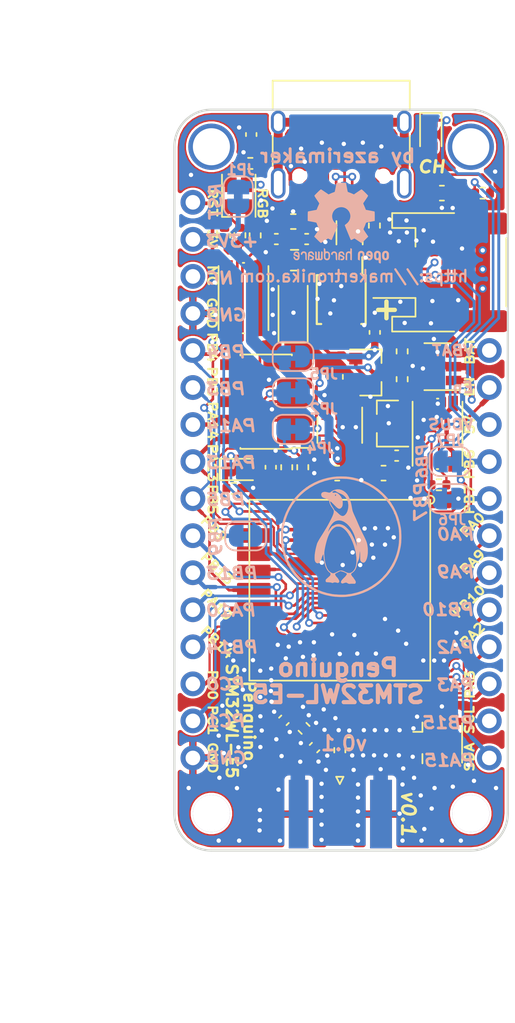
<source format=kicad_pcb>
(kicad_pcb (version 20171130) (host pcbnew "(5.1.8)-1")
  (title_block (title "Penguino Feather STM32WL-E5") (date 2020-11-29) (rev 0.1) (company "MakerTronika Labs") (comment 1 https://makertronika.com/) (comment 2 "design by Orkhan AmirAslan (azerimaker)"))
  (layers (0 Top.HF mixed) (31 Bottom.GND mixed) (34 B.Paste user) (35 F.Paste user) (36 B.SilkS user) (37 F.SilkS user) (38 B.Mask user) (39 F.Mask user) (44 Edge.Cuts user))
  (net 0 "")
  (net 1 GND)
  (net 2 +BATT)
  (net 3 VBUS)
  (net 4 +3V3)
  (net 5 "Net-(D4-Pad1)")
  (net 6 "Net-(D4-Pad2)")
  (net 7 USB_N)
  (net 8 USB_P)
  (net 9 LDO_EN)
  (net 10 VDD_IN)
  (net 11 "Net-(C1-Pad2)")
  (net 12 "Net-(C4-Pad1)")
  (net 13 "Net-(C10-Pad2)")
  (net 14 "Net-(D1-Pad2)")
  (net 15 "Net-(D1-Pad1)")
  (net 16 "Net-(D3-Pad1)")
  (net 17 "Net-(D3-Pad2)")
  (net 18 "Net-(D3-Pad3)")
  (net 19 "Net-(D3-Pad4)")
  (net 20 "Net-(J4-Pad1)")
  (net 21 "Net-(J5-Pad1)")
  (net 22 "Net-(JP4-Pad2)")
  (net 23 "Net-(R1-Pad1)")
  (net 24 "Net-(C2-Pad1)")
  (net 25 PA13_SWDIO)
  (net 26 PA14_SWCLK)
  (net 27 PA3_RxD2)
  (net 28 PA2_TxD2)
  (net 29 PB10)
  (net 30 PB6_TxD1)
  (net 31 PB7_RxD1)
  (net 32 "Net-(C9-Pad1)")
  (net 33 "Net-(C11-Pad1)")
  (net 34 PB3)
  (net 35 PA0)
  (net 36 PB4)
  (net 37 PB5)
  (net 38 "Net-(R9-Pad2)")
  (net 39 RST)
  (net 40 PB15_SCL2)
  (net 41 PA15_SDA2)
  (net 42 PA9)
  (net 43 PC1_LPTxD1)
  (net 44 PC0_LPRxD1)
  (net 45 PB9_NSS2)
  (net 46 PB14_MISO2)
  (net 47 PA10_MOSI2)
  (net 48 "Net-(C13-Pad1)")
  (net 49 USBIN_N)
  (net 50 USBIN_P)
  (net 51 "Net-(J2-PadA5)")
  (net 52 "Net-(J2-PadB5)")
  (net 53 "Net-(JP6-Pad2)")
  (net 54 "Net-(JP7-Pad2)")
  (net 55 PB13_SCK)
  (module Connector_USB:USB_C_Receptacle_HRO_TYPE-C-31-M-12 (layer Top.HF) (at 135.9 70.49 180)
    (fp_text reference J2 hide)
    (fp_text value USB_C_Receptacle_USB2.0 hide)
    (pad B1 smd rect (at 3.25 -4.045 180) (size 0.6 1.45) (layers Top.HF F.Paste F.Mask) (net 1 GND))
    (pad A9 smd rect (at 2.45 -4.045 180) (size 0.6 1.45) (layers Top.HF F.Paste F.Mask) (net 24 "Net-(C2-Pad1)"))
    (pad B9 smd rect (at -2.45 -4.045 180) (size 0.6 1.45) (layers Top.HF F.Paste F.Mask) (net 24 "Net-(C2-Pad1)"))
    (pad B12 smd rect (at -3.25 -4.045 180) (size 0.6 1.45) (layers Top.HF F.Paste F.Mask) (net 1 GND))
    (pad A1 smd rect (at -3.25 -4.045 180) (size 0.6 1.45) (layers Top.HF F.Paste F.Mask) (net 1 GND))
    (pad A4 smd rect (at -2.45 -4.045 180) (size 0.6 1.45) (layers Top.HF F.Paste F.Mask) (net 24 "Net-(C2-Pad1)"))
    (pad B4 smd rect (at 2.45 -4.045 180) (size 0.6 1.45) (layers Top.HF F.Paste F.Mask) (net 24 "Net-(C2-Pad1)"))
    (pad A12 smd rect (at 3.25 -4.045 180) (size 0.6 1.45) (layers Top.HF F.Paste F.Mask) (net 1 GND))
    (pad B8 smd rect (at -1.75 -4.045 180) (size 0.3 1.45) (layers Top.HF F.Paste F.Mask))
    (pad A5 smd rect (at -1.25 -4.045 180) (size 0.3 1.45) (layers Top.HF F.Paste F.Mask) (net 51 "Net-(J2-PadA5)"))
    (pad B7 smd rect (at -0.75 -4.045 180) (size 0.3 1.45) (layers Top.HF F.Paste F.Mask) (net 49 USBIN_N))
    (pad A7 smd rect (at 0.25 -4.045 180) (size 0.3 1.45) (layers Top.HF F.Paste F.Mask) (net 49 USBIN_N))
    (pad B6 smd rect (at 0.75 -4.045 180) (size 0.3 1.45) (layers Top.HF F.Paste F.Mask) (net 50 USBIN_P))
    (pad A8 smd rect (at 1.25 -4.045 180) (size 0.3 1.45) (layers Top.HF F.Paste F.Mask))
    (pad B5 smd rect (at 1.75 -4.045 180) (size 0.3 1.45) (layers Top.HF F.Paste F.Mask) (net 52 "Net-(J2-PadB5)"))
    (pad A6 smd rect (at -0.25 -4.045 180) (size 0.3 1.45) (layers Top.HF F.Paste F.Mask) (net 50 USBIN_P))
    (pad S1 thru_hole oval (at 4.32 -3.13 180) (size 1 2.1) (drill oval 0.6 1.7) (layers *.Cu *.Mask) (net 11 "Net-(C1-Pad2)"))
    (pad S1 thru_hole oval (at -4.32 -3.13 180) (size 1 2.1) (drill oval 0.6 1.7) (layers *.Cu *.Mask) (net 11 "Net-(C1-Pad2)"))
    (pad "" np_thru_hole circle (at -2.89 -2.6 180) (size 0.65 0.65) (drill 0.65) (layers *.Cu *.Mask))
    (pad S1 thru_hole oval (at -4.32 1.05 180) (size 1 1.6) (drill oval 0.6 1.2) (layers *.Cu *.Mask) (net 11 "Net-(C1-Pad2)"))
    (pad "" np_thru_hole circle (at 2.89 -2.6 180) (size 0.65 0.65) (drill 0.65) (layers *.Cu *.Mask))
    (pad S1 thru_hole oval (at 4.32 1.05 180) (size 1 1.6) (drill oval 0.6 1.2) (layers *.Cu *.Mask) (net 11 "Net-(C1-Pad2)"))
  )
  (module Custom_Logos:Makertronika-1500 (layer Bottom.GND) (at 135.9 97.85 180)
    (fp_text reference G*** hide)
    (fp_text value LOGO hide)
  )
  (module Symbol:OSHW-Logo2_7.3x6mm_SilkScreen (layer Bottom.GND) (at 135.9 76.35 180)
    (fp_text reference REF** hide)
    (fp_text value OSHW-Logo2_7.3x6mm_SilkScreen hide)
  )
  (module Resistor_SMD:R_0402_1005Metric (layer Top.HF) (at 140.075 85.15 270)
    (fp_text reference R4 hide)
    (fp_text value 100K hide)
    (pad 1 smd roundrect (at -0.51 0 270) (size 0.54 0.64) (layers Top.HF F.Paste F.Mask) (net 3 VBUS))
    (pad 2 smd roundrect (at 0.51 0 270) (size 0.54 0.64) (layers Top.HF F.Paste F.Mask) (net 1 GND))
  )
  (module Custom_Logos:Penguino-SM-5500 (layer Top.HF) (at 130.2 116.2)
    (fp_text reference G-Penguino hide)
    (fp_text value LOGO hide)
  )
  (module Capacitor_SMD:C_0603_1608Metric (layer Top.HF) (at 142.8 74.3)
    (fp_text reference C3 hide)
    (fp_text value 10uF hide)
    (pad 2 smd roundrect (at 0.775 0) (size 0.9 0.95) (layers Top.HF F.Paste F.Mask) (net 1 GND))
    (pad 1 smd roundrect (at -0.775 0) (size 0.9 0.95) (layers Top.HF F.Paste F.Mask) (net 2 +BATT))
  )
  (module Capacitor_SMD:C_0603_1608Metric (layer Top.HF) (at 135.5 86.9 270)
    (fp_text reference C5 hide)
    (fp_text value 10uF hide)
    (pad 2 smd roundrect (at 0.775 0 270) (size 0.9 0.95) (layers Top.HF F.Paste F.Mask) (net 1 GND))
    (pad 1 smd roundrect (at -0.775 0 270) (size 0.9 0.95) (layers Top.HF F.Paste F.Mask) (net 10 VDD_IN))
  )
  (module Capacitor_SMD:C_0603_1608Metric (layer Top.HF) (at 135.625 93.5 180)
    (fp_text reference C6 hide)
    (fp_text value 10uF hide)
    (pad 1 smd roundrect (at -0.775 0 180) (size 0.9 0.95) (layers Top.HF F.Paste F.Mask) (net 4 +3V3))
    (pad 2 smd roundrect (at 0.775 0 180) (size 0.9 0.95) (layers Top.HF F.Paste F.Mask) (net 1 GND))
  )
  (module LED_SMD:LED_0603_1608Metric (layer Top.HF) (at 142.04 70.2875 270)
    (fp_text reference D1 hide)
    (fp_text value CH_YELLOW hide)
    (pad 2 smd roundrect (at 0.7875 0 270) (size 0.875 0.95) (layers Top.HF F.Paste F.Mask) (net 14 "Net-(D1-Pad2)"))
    (pad 1 smd roundrect (at -0.7875 0 270) (size 0.875 0.95) (layers Top.HF F.Paste F.Mask) (net 15 "Net-(D1-Pad1)"))
  )
  (module LED_SMD:LED_Cree-PLCC4_2x2mm_CW (layer Top.HF) (at 128.875 74.48 90)
    (fp_text reference D3 hide)
    (fp_text value FM-B2020RGBA hide)
    (pad 1 smd rect (at -0.75 -0.55 90) (size 1 0.8) (layers Top.HF F.Paste F.Mask) (net 16 "Net-(D3-Pad1)"))
    (pad 2 smd rect (at 0.75 -0.55 90) (size 1 0.8) (layers Top.HF F.Paste F.Mask) (net 17 "Net-(D3-Pad2)"))
    (pad 3 smd rect (at 0.75 0.55 90) (size 1 0.8) (layers Top.HF F.Paste F.Mask) (net 18 "Net-(D3-Pad3)"))
    (pad 4 smd rect (at -0.75 0.55 90) (size 1 0.8) (layers Top.HF F.Paste F.Mask) (net 19 "Net-(D3-Pad4)"))
  )
  (module LED_SMD:LED_0603_1608Metric (layer Top.HF) (at 129.05 93.25)
    (fp_text reference D4 hide)
    (fp_text value PWR_BLUE hide)
    (pad 1 smd roundrect (at -0.7875 0) (size 0.875 0.95) (layers Top.HF F.Paste F.Mask) (net 5 "Net-(D4-Pad1)"))
    (pad 2 smd roundrect (at 0.7875 0) (size 0.875 0.95) (layers Top.HF F.Paste F.Mask) (net 6 "Net-(D4-Pad2)"))
  )
  (module Fuse:Fuse_0805_2012Metric (layer Top.HF) (at 132.7 78.9)
    (fp_text reference F1 hide)
    (fp_text value 0.75A hide)
    (pad 1 smd roundrect (at -0.9375 0) (size 0.975 1.4) (layers Top.HF F.Paste F.Mask) (net 12 "Net-(C4-Pad1)"))
    (pad 2 smd roundrect (at 0.9375 0) (size 0.975 1.4) (layers Top.HF F.Paste F.Mask) (net 3 VBUS))
  )
  (module Inductor_SMD:L_0603_1608Metric (layer Top.HF) (at 132.6125 76.25 180)
    (fp_text reference FB1 hide)
    (fp_text value MMZ1608B601CTAH0 hide)
    (pad 1 smd roundrect (at -0.7875 0 180) (size 0.875 0.95) (layers Top.HF F.Paste F.Mask) (net 24 "Net-(C2-Pad1)"))
    (pad 2 smd roundrect (at 0.7875 0 180) (size 0.875 0.95) (layers Top.HF F.Paste F.Mask) (net 12 "Net-(C4-Pad1)"))
  )
  (module Connector_JST:JST_PH_S2B-PH-SM4-TB_1x02-1MP_P2.00mm_Horizontal (layer Top.HF) (at 142.7 79.73 90)
    (fp_text reference J1 hide)
    (fp_text value JST_PH hide)
    (pad 1 smd roundrect (at -1 -2.85 90) (size 1 3.5) (layers Top.HF F.Paste F.Mask) (net 2 +BATT))
    (pad 2 smd roundrect (at 1 -2.85 90) (size 1 3.5) (layers Top.HF F.Paste F.Mask) (net 1 GND))
    (pad MP smd roundrect (at -3.35 2.9 90) (size 1.5 3.4) (layers Top.HF F.Paste F.Mask) (roundrect_rratio 0.1666666666666667))
    (pad MP smd roundrect (at 3.35 2.9 90) (size 1.5 3.4) (layers Top.HF F.Paste F.Mask) (roundrect_rratio 0.1666666666666667))
  )
  (module Connector_Coaxial:U.FL_Hirose_U.FL-R-SMT-1_Vertical (layer Top.HF) (at 142.35 112)
    (fp_text reference J4 hide)
    (fp_text value U.FL/iPEX hide)
    (pad 2 smd rect (at 0.475 1.475) (size 2.2 1.05) (layers Top.HF F.Paste F.Mask) (net 1 GND))
    (pad 1 smd rect (at -1.05 0) (size 1.05 1) (layers Top.HF F.Paste F.Mask) (net 20 "Net-(J4-Pad1)"))
    (pad 2 smd rect (at 0.475 -1.475) (size 2.2 1.05) (layers Top.HF F.Paste F.Mask) (net 1 GND))
  )
  (module penguino_v1:SMA_J_P_X_ST_EM1_EdgeMount (layer Top.HF) (at 135.8025 116.73 270)
    (fp_text reference J5 hide)
    (fp_text value SMA-Edge-Mount hide)
    (pad 2 smd rect (at 0.15 2.825) (size 1.35 4.7) (layers Bottom.GND B.Paste B.Mask) (net 1 GND))
    (pad 2 smd rect (at 0.15 -2.825) (size 1.5 4.7) (layers Bottom.GND B.Paste B.Mask) (net 1 GND))
    (pad 2 smd rect (at 0.15 2.825) (size 1.35 4.7) (layers Top.HF F.Mask) (net 1 GND))
    (pad 2 smd rect (at 0.15 -2.825) (size 1.5 4.7) (layers Top.HF F.Mask) (net 1 GND))
    (pad 1 smd rect (at 0.127 0) (size 1.5 4.4) (layers Top.HF F.Mask) (net 21 "Net-(J5-Pad1)"))
  )
  (module Jumper:SolderJumper-2_P1.3mm_Bridged_RoundedPad1.0x1.5mm (layer Bottom.GND) (at 128.84 74.53 90)
    (fp_text reference JP1 (at 1.83 0.16 180) (layer B.SilkS) (effects (font (size 0.7 0.7) (thickness 0.17)) (justify mirror)))
    (fp_text value RGB-Cut hide)
    (fp_poly (pts (xy 0.25 0.3) (xy -0.25 0.3) (xy -0.25 -0.3) (xy 0.25 -0.3)) (layer Bottom.GND) (width 0))
    (pad 1 smd custom (at -0.65 0 90) (size 1 0.5) (layers Bottom.GND B.Mask) (net 4 +3V3) (options (clearance outline) (anchor rect)) (primitives (gr_circle (center 0 -0.25) (end 0.5 -0.25) (width 0)) (gr_circle (center 0 0.25) (end 0.5 0.25) (width 0)) (gr_poly (pts (xy 0 0.75) (xy 0.5 0.75) (xy 0.5 -0.75) (xy 0 -0.75)) (width 0))))
    (pad 2 smd custom (at 0.65 0 90) (size 1 0.5) (layers Bottom.GND B.Mask) (net 18 "Net-(D3-Pad3)") (options (clearance outline) (anchor rect)) (primitives (gr_circle (center 0 -0.25) (end 0.5 -0.25) (width 0)) (gr_circle (center 0 0.25) (end 0.5 0.25) (width 0)) (gr_poly (pts (xy 0 0.75) (xy -0.5 0.75) (xy -0.5 -0.75) (xy 0 -0.75)) (width 0))))
  )
  (module Jumper:SolderJumper-2_P1.3mm_Bridged_RoundedPad1.0x1.5mm (layer Bottom.GND) (at 132.6 88 180)
    (fp_text reference JP2 (at -2.1 -1.1) (layer B.SilkS) (effects (font (size 0.7 0.7) (thickness 0.17)) (justify mirror)))
    (fp_text value PWRLED-Cut hide)
    (fp_poly (pts (xy 0.25 0.3) (xy -0.25 0.3) (xy -0.25 -0.3) (xy 0.25 -0.3)) (layer Bottom.GND) (width 0))
    (pad 2 smd custom (at 0.65 0 180) (size 1 0.5) (layers Bottom.GND B.Mask) (net 6 "Net-(D4-Pad2)") (options (clearance outline) (anchor rect)) (primitives (gr_circle (center 0 -0.25) (end 0.5 -0.25) (width 0)) (gr_circle (center 0 0.25) (end 0.5 0.25) (width 0)) (gr_poly (pts (xy 0 0.75) (xy -0.5 0.75) (xy -0.5 -0.75) (xy 0 -0.75)) (width 0))))
    (pad 1 smd custom (at -0.65 0 180) (size 1 0.5) (layers Bottom.GND B.Mask) (net 4 +3V3) (options (clearance outline) (anchor rect)) (primitives (gr_circle (center 0 -0.25) (end 0.5 -0.25) (width 0)) (gr_circle (center 0 0.25) (end 0.5 0.25) (width 0)) (gr_poly (pts (xy 0 0.75) (xy 0.5 0.75) (xy 0.5 -0.75) (xy 0 -0.75)) (width 0))))
  )
  (module Jumper:SolderJumper-2_P1.3mm_Bridged_RoundedPad1.0x1.5mm (layer Bottom.GND) (at 129.35 97.8)
    (fp_text reference JP3 hide)
    (fp_text value ADC-PIN-Cut hide)
    (fp_poly (pts (xy 0.25 0.3) (xy -0.25 0.3) (xy -0.25 -0.3) (xy 0.25 -0.3)) (layer Bottom.GND) (width 0))
    (pad 1 smd custom (at -0.65 0) (size 1 0.5) (layers Bottom.GND B.Mask) (net 34 PB3) (options (clearance outline) (anchor rect)) (primitives (gr_circle (center 0 -0.25) (end 0.5 -0.25) (width 0)) (gr_circle (center 0 0.25) (end 0.5 0.25) (width 0)) (gr_poly (pts (xy 0 0.75) (xy 0.5 0.75) (xy 0.5 -0.75) (xy 0 -0.75)) (width 0))))
    (pad 2 smd custom (at 0.65 0) (size 1 0.5) (layers Bottom.GND B.Mask) (net 13 "Net-(C10-Pad2)") (options (clearance outline) (anchor rect)) (primitives (gr_circle (center 0 -0.25) (end 0.5 -0.25) (width 0)) (gr_circle (center 0 0.25) (end 0.5 0.25) (width 0)) (gr_poly (pts (xy 0 0.75) (xy -0.5 0.75) (xy -0.5 -0.75) (xy 0 -0.75)) (width 0))))
  )
  (module Jumper:SolderJumper-2_P1.3mm_Bridged_RoundedPad1.0x1.5mm (layer Bottom.GND) (at 132.6 90.5 180)
    (fp_text reference JP4 (at -1.9 -1.3) (layer B.SilkS) (effects (font (size 0.7 0.7) (thickness 0.17)) (justify mirror)))
    (fp_text value ADCV-Cut hide)
    (fp_poly (pts (xy 0.25 0.3) (xy -0.25 0.3) (xy -0.25 -0.3) (xy 0.25 -0.3)) (layer Bottom.GND) (width 0))
    (pad 2 smd custom (at 0.65 0 180) (size 1 0.5) (layers Bottom.GND B.Mask) (net 22 "Net-(JP4-Pad2)") (options (clearance outline) (anchor rect)) (primitives (gr_circle (center 0 -0.25) (end 0.5 -0.25) (width 0)) (gr_circle (center 0 0.25) (end 0.5 0.25) (width 0)) (gr_poly (pts (xy 0 0.75) (xy -0.5 0.75) (xy -0.5 -0.75) (xy 0 -0.75)) (width 0))))
    (pad 1 smd custom (at -0.65 0 180) (size 1 0.5) (layers Bottom.GND B.Mask) (net 2 +BATT) (options (clearance outline) (anchor rect)) (primitives (gr_circle (center 0 -0.25) (end 0.5 -0.25) (width 0)) (gr_circle (center 0 0.25) (end 0.5 0.25) (width 0)) (gr_poly (pts (xy 0 0.75) (xy 0.5 0.75) (xy 0.5 -0.75) (xy 0 -0.75)) (width 0))))
  )
  (module Package_TO_SOT_SMD:SOT-23 (layer Top.HF) (at 137.9 86.6)
    (fp_text reference Q1 hide)
    (fp_text value NCE3407A hide)
    (pad 1 smd rect (at -1 -0.95) (size 0.9 0.8) (layers Top.HF F.Paste F.Mask) (net 3 VBUS))
    (pad 2 smd rect (at -1 0.95) (size 0.9 0.8) (layers Top.HF F.Paste F.Mask) (net 10 VDD_IN))
    (pad 3 smd rect (at 1 0) (size 0.9 0.8) (layers Top.HF F.Paste F.Mask) (net 2 +BATT))
  )
  (module Resistor_SMD:R_0402_1005Metric (layer Top.HF) (at 140.075 87.06 90)
    (fp_text reference R1 hide)
    (fp_text value 4K7 hide)
    (pad 2 smd roundrect (at 0.51 0 90) (size 0.54 0.64) (layers Top.HF F.Paste F.Mask) (net 1 GND))
    (pad 1 smd roundrect (at -0.51 0 90) (size 0.54 0.64) (layers Top.HF F.Paste F.Mask) (net 23 "Net-(R1-Pad1)"))
  )
  (module Resistor_SMD:R_0402_1005Metric (layer Top.HF) (at 129.665 72.263)
    (fp_text reference R2 hide)
    (fp_text value 1M hide)
    (pad 2 smd roundrect (at 0.51 0) (size 0.54 0.64) (layers Top.HF F.Paste F.Mask) (net 11 "Net-(C1-Pad2)"))
    (pad 1 smd roundrect (at -0.51 0) (size 0.54 0.64) (layers Top.HF F.Paste F.Mask) (net 1 GND))
  )
  (module Resistor_SMD:R_0402_1005Metric (layer Top.HF) (at 145.590001 74.3)
    (fp_text reference R3 hide)
    (fp_text value 1K5 hide)
    (pad 2 smd roundrect (at 0.51 0) (size 0.54 0.64) (layers Top.HF F.Paste F.Mask) (net 14 "Net-(D1-Pad2)"))
    (pad 1 smd roundrect (at -0.51 0) (size 0.54 0.64) (layers Top.HF F.Paste F.Mask) (net 3 VBUS))
  )
  (module Resistor_SMD:R_0402_1005Metric (layer Top.HF) (at 128.95 77.19 270)
    (fp_text reference R5 hide)
    (fp_text value 1K5 hide)
    (pad 1 smd roundrect (at -0.51 0 270) (size 0.54 0.64) (layers Top.HF F.Paste F.Mask) (net 16 "Net-(D3-Pad1)"))
    (pad 2 smd roundrect (at 0.51 0 270) (size 0.54 0.64) (layers Top.HF F.Paste F.Mask) (net 37 PB5))
  )
  (module Resistor_SMD:R_0402_1005Metric (layer Top.HF) (at 130 77.2 270)
    (fp_text reference R6 hide)
    (fp_text value 1K5 hide)
    (pad 2 smd roundrect (at 0.51 0 270) (size 0.54 0.64) (layers Top.HF F.Paste F.Mask) (net 35 PA0))
    (pad 1 smd roundrect (at -0.51 0 270) (size 0.54 0.64) (layers Top.HF F.Paste F.Mask) (net 19 "Net-(D3-Pad4)"))
  )
  (module Resistor_SMD:R_0402_1005Metric (layer Top.HF) (at 127.9 77.2 270)
    (fp_text reference R7 hide)
    (fp_text value 1K5 hide)
    (pad 1 smd roundrect (at -0.51 0 270) (size 0.54 0.64) (layers Top.HF F.Paste F.Mask) (net 17 "Net-(D3-Pad2)"))
    (pad 2 smd roundrect (at 0.51 0 270) (size 0.54 0.64) (layers Top.HF F.Paste F.Mask) (net 36 PB4))
  )
  (module Resistor_SMD:R_0402_1005Metric (layer Top.HF) (at 128.54 94.55)
    (fp_text reference R8 hide)
    (fp_text value 1K5 hide)
    (pad 2 smd roundrect (at 0.51 0) (size 0.54 0.64) (layers Top.HF F.Paste F.Mask) (net 1 GND))
    (pad 1 smd roundrect (at -0.51 0) (size 0.54 0.64) (layers Top.HF F.Paste F.Mask) (net 5 "Net-(D4-Pad1)"))
  )
  (module Resistor_SMD:R_0402_1005Metric (layer Top.HF) (at 142.6 94.3)
    (fp_text reference R9 hide)
    (fp_text value 4K7 hide)
    (pad 2 smd roundrect (at 0.51 0) (size 0.54 0.64) (layers Top.HF F.Paste F.Mask) (net 38 "Net-(R9-Pad2)"))
    (pad 1 smd roundrect (at -0.51 0) (size 0.54 0.64) (layers Top.HF F.Paste F.Mask) (net 9 LDO_EN))
  )
  (module Resistor_SMD:R_0402_1005Metric (layer Top.HF) (at 135.8025 112.5 90)
    (fp_text reference R15 hide)
    (fp_text value 0R hide)
    (pad 1 smd roundrect (at -0.51 0 90) (size 0.54 0.64) (layers Top.HF F.Paste F.Mask) (net 21 "Net-(J5-Pad1)"))
    (pad 2 smd roundrect (at 0.51 0 90) (size 0.54 0.64) (layers Top.HF F.Paste F.Mask) (net 33 "Net-(C11-Pad1)"))
  )
  (module Resistor_SMD:R_0402_1005Metric (layer Top.HF) (at 133.263 93.095 270)
    (fp_text reference R13 hide)
    (fp_text value 1M hide)
    (pad 1 smd roundrect (at -0.51 0 270) (size 0.54 0.64) (layers Top.HF F.Paste F.Mask) (net 22 "Net-(JP4-Pad2)"))
    (pad 2 smd roundrect (at 0.51 0 270) (size 0.54 0.64) (layers Top.HF F.Paste F.Mask) (net 13 "Net-(C10-Pad2)"))
  )
  (module Resistor_SMD:R_0402_1005Metric (layer Top.HF) (at 132.163 93.098999 90)
    (fp_text reference R14 hide)
    (fp_text value 2M hide)
    (pad 1 smd roundrect (at -0.51 0 90) (size 0.54 0.64) (layers Top.HF F.Paste F.Mask) (net 13 "Net-(C10-Pad2)"))
    (pad 2 smd roundrect (at 0.51 0 90) (size 0.54 0.64) (layers Top.HF F.Paste F.Mask) (net 1 GND))
  )
  (module Resistor_SMD:R_0402_1005Metric (layer Top.HF) (at 136.4 112)
    (fp_text reference R16 hide)
    (fp_text value DNM hide)
    (pad 1 smd roundrect (at -0.51 0) (size 0.54 0.64) (layers Top.HF F.Paste F.Mask) (net 33 "Net-(C11-Pad1)"))
    (pad 2 smd roundrect (at 0.51 0) (size 0.54 0.64) (layers Top.HF F.Paste F.Mask) (net 20 "Net-(J4-Pad1)"))
  )
  (module Resistor_SMD:R_0402_1005Metric (layer Top.HF) (at 133.35 111 135)
    (fp_text reference R10 hide)
    (fp_text value 0R hide)
    (pad 2 smd roundrect (at 0.51 0 135) (size 0.54 0.64) (layers Top.HF F.Paste F.Mask) (net 32 "Net-(C9-Pad1)"))
    (pad 1 smd roundrect (at -0.51 0 135) (size 0.54 0.64) (layers Top.HF F.Paste F.Mask) (net 33 "Net-(C11-Pad1)"))
  )
  (module penguino_v1:SW_Push_SKRPACE010 (layer Top.HF) (at 129.2 81.5 270)
    (fp_text reference SW1 hide)
    (fp_text value RESET hide)
    (pad 2 smd rect (at 2.075 1.07 90) (size 1.05 0.66) (layers Top.HF F.Paste F.Mask) (net 39 RST))
    (pad 1 smd rect (at 2.075 -1.07 90) (size 1.05 0.66) (layers Top.HF F.Paste F.Mask) (net 1 GND))
    (pad 2 smd rect (at -2.075 1.07 90) (size 1.05 0.66) (layers Top.HF F.Paste F.Mask) (net 39 RST))
    (pad 1 smd rect (at -2.075 -1.07 90) (size 1.05 0.66) (layers Top.HF F.Paste F.Mask) (net 1 GND))
  )
  (module penguino_v1:SW_Push_SKRPACE010 (layer Top.HF) (at 142.5 90.8 90)
    (fp_text reference SW2 hide)
    (fp_text value USR_BTN hide)
    (pad 1 smd rect (at -2.075 -1.07 270) (size 1.05 0.66) (layers Top.HF F.Paste F.Mask) (net 1 GND))
    (pad 2 smd rect (at -2.075 1.07 270) (size 1.05 0.66) (layers Top.HF F.Paste F.Mask) (net 35 PA0))
    (pad 1 smd rect (at 2.075 -1.07 270) (size 1.05 0.66) (layers Top.HF F.Paste F.Mask) (net 1 GND))
    (pad 2 smd rect (at 2.075 1.07 270) (size 1.05 0.66) (layers Top.HF F.Paste F.Mask) (net 35 PA0))
  )
  (module Package_TO_SOT_SMD:SOT-23-5 (layer Top.HF) (at 142.5 86.2 180)
    (fp_text reference U1 hide)
    (fp_text value MCP73831 hide)
    (pad 5 smd rect (at 1.1 -0.95 180) (size 1.06 0.65) (layers Top.HF F.Paste F.Mask) (net 23 "Net-(R1-Pad1)"))
    (pad 4 smd rect (at 1.1 0.95 180) (size 1.06 0.65) (layers Top.HF F.Paste F.Mask) (net 3 VBUS))
    (pad 3 smd rect (at -1.1 0.95 180) (size 1.06 0.65) (layers Top.HF F.Paste F.Mask) (net 2 +BATT))
    (pad 2 smd rect (at -1.1 0 180) (size 1.06 0.65) (layers Top.HF F.Paste F.Mask) (net 1 GND))
    (pad 1 smd rect (at -1.1 -0.95 180) (size 1.06 0.65) (layers Top.HF F.Paste F.Mask) (net 15 "Net-(D1-Pad1)"))
  )
  (module Package_TO_SOT_SMD:SOT-23 (layer Top.HF) (at 139.1 90.1 180)
    (fp_text reference U3 hide)
    (fp_text value MAX809STRG hide)
    (pad 3 smd rect (at 1 0 180) (size 0.9 0.8) (layers Top.HF F.Paste F.Mask) (net 10 VDD_IN))
    (pad 2 smd rect (at -1 0.95 180) (size 0.9 0.8) (layers Top.HF F.Paste F.Mask) (net 38 "Net-(R9-Pad2)"))
    (pad 1 smd rect (at -1 -0.95 180) (size 0.9 0.8) (layers Top.HF F.Paste F.Mask) (net 1 GND))
  )
  (module Package_SO:MSOP-10_3x3mm_P0.5mm (layer Top.HF) (at 135.9 81.6 270)
    (fp_text reference U4 hide)
    (fp_text value CH340E hide)
    (pad 1 smd rect (at -2.2 -1 270) (size 1.4 0.3) (layers Top.HF F.Paste F.Mask) (net 8 USB_P))
    (pad 2 smd rect (at -2.2 -0.5 270) (size 1.4 0.3) (layers Top.HF F.Paste F.Mask) (net 7 USB_N))
    (pad 3 smd rect (at -2.2 0 270) (size 1.4 0.3) (layers Top.HF F.Paste F.Mask) (net 1 GND))
    (pad 4 smd rect (at -2.2 0.5 270) (size 1.4 0.3) (layers Top.HF F.Paste F.Mask))
    (pad 5 smd rect (at -2.2 1 270) (size 1.4 0.3) (layers Top.HF F.Paste F.Mask))
    (pad 6 smd rect (at 2.2 1 270) (size 1.4 0.3) (layers Top.HF F.Paste F.Mask))
    (pad 7 smd rect (at 2.2 0.5 270) (size 1.4 0.3) (layers Top.HF F.Paste F.Mask) (net 48 "Net-(C13-Pad1)"))
    (pad 8 smd rect (at 2.2 0 270) (size 1.4 0.3) (layers Top.HF F.Paste F.Mask) (net 53 "Net-(JP6-Pad2)"))
    (pad 9 smd rect (at 2.2 -0.5 270) (size 1.4 0.3) (layers Top.HF F.Paste F.Mask) (net 54 "Net-(JP7-Pad2)"))
    (pad 10 smd rect (at 2.2 -1 270) (size 1.4 0.3) (layers Top.HF F.Paste F.Mask) (net 48 "Net-(C13-Pad1)"))
  )
  (module penguino_v1:Feather-Generic (layer Top.HF) (at 124.46 68.58)
    (fp_text reference U6 hide)
    (fp_text value Feather-Generic hide)
    (pad "" thru_hole circle (at 2.54 2.54) (size 3.175 3.175) (drill 2.54) (layers *.Cu *.Mask))
    (pad "" thru_hole circle (at 20.32 2.54) (size 3.175 3.175) (drill 2.54) (layers *.Cu *.Mask))
    (pad "" thru_hole circle (at 20.32 48.26) (size 2.54 2.54) (drill 2.54) (layers *.Cu *.Mask))
    (pad "" thru_hole circle (at 2.54 48.26) (size 2.54 2.54) (drill 2.54) (layers *.Cu *.Mask))
    (pad 1 thru_hole oval (at 1.27 6.35) (size 1.7 1.7) (drill 1) (layers *.Cu *.Mask) (net 39 RST))
    (pad 2 thru_hole oval (at 1.27 8.89) (size 1.7 1.7) (drill 1) (layers *.Cu *.Mask) (net 4 +3V3))
    (pad 3 thru_hole oval (at 1.27 11.43) (size 1.7 1.7) (drill 1) (layers *.Cu *.Mask))
    (pad 4 thru_hole oval (at 1.27 13.97) (size 1.7 1.7) (drill 1) (layers *.Cu *.Mask) (net 1 GND))
    (pad 5 thru_hole oval (at 1.27 16.51) (size 1.7 1.7) (drill 1) (layers *.Cu *.Mask) (net 36 PB4))
    (pad 6 thru_hole oval (at 1.27 19.05) (size 1.7 1.7) (drill 1) (layers *.Cu *.Mask) (net 34 PB3))
    (pad 7 thru_hole oval (at 1.27 21.59) (size 1.7 1.7) (drill 1) (layers *.Cu *.Mask) (net 26 PA14_SWCLK))
    (pad 8 thru_hole oval (at 1.27 24.13) (size 1.7 1.7) (drill 1) (layers *.Cu *.Mask) (net 25 PA13_SWDIO))
    (pad 9 thru_hole oval (at 1.27 26.67) (size 1.7 1.7) (drill 1) (layers *.Cu *.Mask) (net 37 PB5))
    (pad 10 thru_hole oval (at 1.27 29.21) (size 1.7 1.7) (drill 1) (layers *.Cu *.Mask) (net 45 PB9_NSS2))
    (pad 11 thru_hole oval (at 1.27 31.75) (size 1.7 1.7) (drill 1) (layers *.Cu *.Mask) (net 55 PB13_SCK))
    (pad 12 thru_hole oval (at 1.27 34.29) (size 1.7 1.7) (drill 1) (layers *.Cu *.Mask) (net 47 PA10_MOSI2))
    (pad 13 thru_hole oval (at 1.27 36.83) (size 1.7 1.7) (drill 1) (layers *.Cu *.Mask) (net 46 PB14_MISO2))
    (pad 14 thru_hole oval (at 1.27 39.37) (size 1.7 1.7) (drill 1) (layers *.Cu *.Mask) (net 44 PC0_LPRxD1))
    (pad 15 thru_hole oval (at 1.27 41.91) (size 1.7 1.7) (drill 1) (layers *.Cu *.Mask) (net 43 PC1_LPTxD1))
    (pad 16 thru_hole oval (at 1.27 44.45) (size 1.7 1.7) (drill 1) (layers *.Cu *.Mask) (net 1 GND))
    (pad 17 thru_hole oval (at 21.59 44.45) (size 1.7 1.7) (drill 1) (layers *.Cu *.Mask) (net 41 PA15_SDA2))
    (pad 18 thru_hole oval (at 21.59 41.91) (size 1.7 1.7) (drill 1) (layers *.Cu *.Mask) (net 40 PB15_SCL2))
    (pad 19 thru_hole oval (at 21.59 39.37) (size 1.7 1.7) (drill 1) (layers *.Cu *.Mask) (net 27 PA3_RxD2))
    (pad 20 thru_hole oval (at 21.59 36.83) (size 1.7 1.7) (drill 1) (layers *.Cu *.Mask) (net 28 PA2_TxD2))
    (pad 21 thru_hole oval (at 21.59 34.29) (size 1.7 1.7) (drill 1) (layers *.Cu *.Mask) (net 29 PB10))
    (pad 22 thru_hole oval (at 21.59 31.75) (size 1.7 1.7) (drill 1) (layers *.Cu *.Mask) (net 42 PA9))
    (pad 23 thru_hole oval (at 21.59 29.21) (size 1.7 1.7) (drill 1) (layers *.Cu *.Mask) (net 35 PA0))
    (pad 24 thru_hole oval (at 21.59 26.67) (size 1.7 1.7) (drill 1) (layers *.Cu *.Mask) (net 31 PB7_RxD1))
    (pad 25 thru_hole oval (at 21.59 24.13) (size 1.7 1.7) (drill 1) (layers *.Cu *.Mask) (net 30 PB6_TxD1))
    (pad 26 thru_hole oval (at 21.59 21.59) (size 1.7 1.7) (drill 1) (layers *.Cu *.Mask) (net 3 VBUS))
    (pad 27 thru_hole oval (at 21.59 19.05) (size 1.7 1.7) (drill 1) (layers *.Cu *.Mask) (net 9 LDO_EN))
    (pad 28 thru_hole oval (at 21.59 16.51) (size 1.7 1.7) (drill 1) (layers *.Cu *.Mask) (net 2 +BATT))
  )
  (module Capacitor_SMD:C_0402_1005Metric (layer Top.HF) (at 131.0675 93.097 270)
    (fp_text reference C10 hide)
    (fp_text value 100nF hide)
    (pad 1 smd roundrect (at -0.48 0 270) (size 0.56 0.62) (layers Top.HF F.Paste F.Mask) (net 1 GND))
    (pad 2 smd roundrect (at 0.48 0 270) (size 0.56 0.62) (layers Top.HF F.Paste F.Mask) (net 13 "Net-(C10-Pad2)"))
  )
  (module Package_TO_SOT_SMD:TSOT-23-5 (layer Top.HF) (at 135.825 90.55 270)
    (fp_text reference U2 hide)
    (fp_text value RT9078-33GJ5 hide)
    (pad 1 smd rect (at -1.31 -0.95 270) (size 1.22 0.65) (layers Top.HF F.Paste F.Mask) (net 10 VDD_IN))
    (pad 2 smd rect (at -1.31 0 270) (size 1.22 0.65) (layers Top.HF F.Paste F.Mask) (net 1 GND))
    (pad 3 smd rect (at -1.31 0.95 270) (size 1.22 0.65) (layers Top.HF F.Paste F.Mask) (net 9 LDO_EN))
    (pad 4 smd rect (at 1.31 0.95 270) (size 1.22 0.65) (layers Top.HF F.Paste F.Mask))
    (pad 5 smd rect (at 1.31 -0.95 270) (size 1.22 0.65) (layers Top.HF F.Paste F.Mask) (net 4 +3V3))
  )
  (module Capacitor_SMD:C_0402_1005Metric (layer Top.HF) (at 138.2 83.85 90)
    (fp_text reference C13 hide)
    (fp_text value 100nF hide)
    (pad 1 smd roundrect (at -0.48 0 90) (size 0.56 0.62) (layers Top.HF F.Paste F.Mask) (net 48 "Net-(C13-Pad1)"))
    (pad 2 smd roundrect (at 0.48 0 90) (size 0.56 0.62) (layers Top.HF F.Paste F.Mask) (net 1 GND))
  )
  (module Capacitor_SMD:C_0402_1005Metric (layer Top.HF) (at 129.7305 70.2815 270)
    (fp_text reference C1 hide)
    (fp_text value 10nF hide)
    (pad 2 smd roundrect (at 0.48 0 270) (size 0.56 0.62) (layers Top.HF F.Paste F.Mask) (net 11 "Net-(C1-Pad2)"))
    (pad 1 smd roundrect (at -0.48 0 270) (size 0.56 0.62) (layers Top.HF F.Paste F.Mask) (net 1 GND))
  )
  (module Capacitor_SMD:C_0402_1005Metric (layer Top.HF) (at 133.53 77.45)
    (fp_text reference C2 hide)
    (fp_text value 10nF hide)
    (pad 1 smd roundrect (at -0.48 0) (size 0.56 0.62) (layers Top.HF F.Paste F.Mask) (net 24 "Net-(C2-Pad1)"))
    (pad 2 smd roundrect (at 0.48 0) (size 0.56 0.62) (layers Top.HF F.Paste F.Mask) (net 1 GND))
  )
  (module Capacitor_SMD:C_0402_1005Metric (layer Top.HF) (at 131.45 77.45 180)
    (fp_text reference C4 hide)
    (fp_text value 100nF hide)
    (pad 2 smd roundrect (at 0.48 0 180) (size 0.56 0.62) (layers Top.HF F.Paste F.Mask) (net 1 GND))
    (pad 1 smd roundrect (at -0.48 0 180) (size 0.56 0.62) (layers Top.HF F.Paste F.Mask) (net 12 "Net-(C4-Pad1)"))
  )
  (module Capacitor_SMD:C_0402_1005Metric (layer Top.HF) (at 139.7 92.3)
    (fp_text reference C7 hide)
    (fp_text value 100nF hide)
    (pad 1 smd roundrect (at -0.48 0) (size 0.56 0.62) (layers Top.HF F.Paste F.Mask) (net 4 +3V3))
    (pad 2 smd roundrect (at 0.48 0) (size 0.56 0.62) (layers Top.HF F.Paste F.Mask) (net 1 GND))
  )
  (module Capacitor_SMD:C_0603_1608Metric (layer Top.HF) (at 138.8 93.5 180)
    (fp_text reference C8 hide)
    (fp_text value 4.7uF hide)
    (pad 1 smd roundrect (at -0.775 0 180) (size 0.9 0.95) (layers Top.HF F.Paste F.Mask) (net 4 +3V3))
    (pad 2 smd roundrect (at 0.775 0 180) (size 0.9 0.95) (layers Top.HF F.Paste F.Mask) (net 1 GND))
  )
  (module Capacitor_SMD:C_0402_1005Metric (layer Top.HF) (at 131.97 110.45 225)
    (fp_text reference C9 hide)
    (fp_text value DNM hide)
    (pad 1 smd roundrect (at -0.48 0 225) (size 0.56 0.62) (layers Top.HF F.Paste F.Mask) (net 32 "Net-(C9-Pad1)"))
    (pad 2 smd roundrect (at 0.48 0 225) (size 0.56 0.62) (layers Top.HF F.Paste F.Mask) (net 1 GND))
  )
  (module Capacitor_SMD:C_0402_1005Metric (layer Top.HF) (at 134.07 112.32 225)
    (fp_text reference C11 hide)
    (fp_text value DNM hide)
    (pad 2 smd roundrect (at 0.48 0 225) (size 0.56 0.62) (layers Top.HF F.Paste F.Mask) (net 1 GND))
    (pad 1 smd roundrect (at -0.48 0 225) (size 0.56 0.62) (layers Top.HF F.Paste F.Mask) (net 33 "Net-(C11-Pad1)"))
  )
  (module stm32wl-lib-v1:stm32wl-LoRa-E5-w-paste (layer Top.HF) (at 135.8025 101.527 270)
    (fp_text reference U5 hide)
    (fp_text value STM32WL-LoRa-E5 hide)
    (pad 1 smd roundrect (at -6.1 -3.75 90) (size 2.3 1) (drill (offset -0.2 0)) (layers Top.HF F.Paste F.Mask) (roundrect_rratio 0.1) (net 4 +3V3))
    (pad 2 smd roundrect (at -6.1 -2.5 90) (size 2.3 1) (drill (offset -0.2 0)) (layers Top.HF F.Paste F.Mask) (roundrect_rratio 0.1) (net 1 GND))
    (pad 3 smd roundrect (at -6.1 -1.25 90) (size 2.3 1) (drill (offset -0.2 0)) (layers Top.HF F.Paste F.Mask) (roundrect_rratio 0.1) (net 25 PA13_SWDIO))
    (pad 4 smd roundrect (at -6.1 0 90) (size 2.3 1) (drill (offset -0.2 0)) (layers Top.HF F.Paste F.Mask) (roundrect_rratio 0.1) (net 26 PA14_SWCLK))
    (pad 5 smd roundrect (at -6.1 1.25 90) (size 2.3 1) (drill (offset -0.2 0)) (layers Top.HF F.Paste F.Mask) (roundrect_rratio 0.1) (net 40 PB15_SCL2))
    (pad 6 smd roundrect (at -6.1 2.5 90) (size 2.3 1) (drill (offset -0.2 0)) (layers Top.HF F.Paste F.Mask) (roundrect_rratio 0.1) (net 41 PA15_SDA2))
    (pad 7 smd roundrect (at -6.1 3.75 90) (size 2.3 1) (drill (offset -0.2 0)) (layers Top.HF F.Paste F.Mask) (roundrect_rratio 0.1) (net 36 PB4))
    (pad 19 smd roundrect (at 6.1 -1.25 90) (size 2.3 1) (drill (offset -0.2 0)) (layers Top.HF F.Paste F.Mask) (roundrect_rratio 0.1) (net 28 PA2_TxD2))
    (pad 18 smd roundrect (at 6.1 0 90) (size 2.3 1) (drill (offset -0.2 0)) (layers Top.HF F.Paste F.Mask) (roundrect_rratio 0.1) (net 27 PA3_RxD2))
    (pad 17 smd roundrect (at 6.1 1.25 90) (size 2.3 1) (drill (offset -0.2 0)) (layers Top.HF F.Paste F.Mask) (roundrect_rratio 0.1) (net 39 RST))
    (pad 16 smd roundrect (at 6.1 2.5 90) (size 2.3 1) (drill (offset -0.2 0)) (layers Top.HF F.Paste F.Mask) (roundrect_rratio 0.1) (net 1 GND))
    (pad 20 smd roundrect (at 6.1 -2.5 90) (size 2.3 1) (drill (offset -0.2 0)) (layers Top.HF F.Paste F.Mask) (roundrect_rratio 0.1) (net 29 PB10))
    (pad 15 smd roundrect (at 6.1 3.75 90) (size 2.3 1) (drill (offset -0.2 0)) (layers Top.HF F.Paste F.Mask) (roundrect_rratio 0.1) (net 32 "Net-(C9-Pad1)"))
    (pad 21 smd roundrect (at 6.1 -3.75 90) (size 2.3 1) (drill (offset -0.2 0)) (layers Top.HF F.Paste F.Mask) (roundrect_rratio 0.1) (net 42 PA9))
    (pad 10 smd roundrect (at -1.25 6.1 180) (size 2.3 1) (drill (offset -0.2 0)) (layers Top.HF F.Paste F.Mask) (roundrect_rratio 0.1) (net 30 PB6_TxD1))
    (pad 11 smd roundrect (at 0 6.1 180) (size 2.3 1) (drill (offset -0.2 0)) (layers Top.HF F.Paste F.Mask) (roundrect_rratio 0.1) (net 37 PB5))
    (pad 12 smd roundrect (at 1.25 6.1 180) (size 2.3 1) (drill (offset -0.2 0)) (layers Top.HF F.Paste F.Mask) (roundrect_rratio 0.1) (net 43 PC1_LPTxD1))
    (pad 13 smd roundrect (at 2.5 6.1 180) (size 2.3 1) (drill (offset -0.2 0)) (layers Top.HF F.Paste F.Mask) (roundrect_rratio 0.1) (net 44 PC0_LPRxD1))
    (pad 9 smd roundrect (at -2.5 6.1 180) (size 2.3 1) (drill (offset -0.2 0)) (layers Top.HF F.Paste F.Mask) (roundrect_rratio 0.1) (net 31 PB7_RxD1))
    (pad 14 smd roundrect (at 3.75 6.1 180) (size 2.3 1) (drill (offset -0.2 0)) (layers Top.HF F.Paste F.Mask) (roundrect_rratio 0.1) (net 1 GND))
    (pad 8 smd roundrect (at -3.75 6.1 180) (size 2.3 1) (drill (offset -0.2 0)) (layers Top.HF F.Paste F.Mask) (roundrect_rratio 0.1) (net 34 PB3))
    (pad 25 smd roundrect (at 0 -6.1 180) (size 2.3 1) (drill (offset -0.2 0)) (layers Top.HF F.Paste F.Mask) (roundrect_rratio 0.1) (net 45 PB9_NSS2))
    (pad 26 smd roundrect (at -1.25 -6.1 180) (size 2.3 1) (drill (offset -0.2 0)) (layers Top.HF F.Paste F.Mask) (roundrect_rratio 0.1) (net 46 PB14_MISO2))
    (pad 22 smd roundrect (at 3.75 -6.1 180) (size 2.3 1) (drill (offset -0.2 0)) (layers Top.HF F.Paste F.Mask) (roundrect_rratio 0.1) (net 1 GND))
    (pad 28 smd roundrect (at -3.75 -6.1 180) (size 2.3 1) (drill (offset -0.2 0)) (layers Top.HF F.Paste F.Mask) (roundrect_rratio 0.1))
    (pad 23 smd roundrect (at 2.5 -6.1 180) (size 2.3 1) (drill (offset -0.2 0)) (layers Top.HF F.Paste F.Mask) (roundrect_rratio 0.1) (net 35 PA0))
    (pad 27 smd roundrect (at -2.5 -6.1 180) (size 2.3 1) (drill (offset -0.2 0)) (layers Top.HF F.Paste F.Mask) (roundrect_rratio 0.1) (net 47 PA10_MOSI2))
    (pad 24 smd roundrect (at 1.25 -6.1 180) (size 2.3 1) (drill (offset -0.2 0)) (layers Top.HF F.Paste F.Mask) (roundrect_rratio 0.1) (net 55 PB13_SCK))
  )
  (module penguino_v1:PinHeader_2x05_P1.27mm_Vertical_SMD_noPaste (layer Top.HF) (at 130.75 88.6 180)
    (fp_text reference J3 hide)
    (fp_text value Conn_ARM_JTAG_SWD_10 hide)
    (pad 1 smd rect (at -1.95 -2.54 180) (size 2.4 0.74) (layers Top.HF F.Paste F.Mask) (net 4 +3V3))
    (pad 2 smd rect (at 1.95 -2.54 180) (size 2.4 0.74) (layers Top.HF F.Paste F.Mask) (net 25 PA13_SWDIO))
    (pad 3 smd rect (at -1.95 -1.27 180) (size 2.4 0.74) (layers Top.HF F.Paste F.Mask) (net 1 GND))
    (pad 4 smd rect (at 1.95 -1.27 180) (size 2.4 0.74) (layers Top.HF F.Paste F.Mask) (net 26 PA14_SWCLK))
    (pad 5 smd rect (at -1.95 0 180) (size 2.4 0.74) (layers Top.HF F.Paste F.Mask) (net 1 GND))
    (pad 6 smd rect (at 1.95 0 180) (size 2.4 0.74) (layers Top.HF F.Paste F.Mask))
    (pad 7 smd rect (at -1.95 1.27 180) (size 2.4 0.74) (layers Top.HF F.Paste F.Mask))
    (pad 8 smd rect (at 1.95 1.27 180) (size 2.4 0.74) (layers Top.HF F.Paste F.Mask))
    (pad 9 smd rect (at -1.95 2.54 180) (size 2.4 0.74) (layers Top.HF F.Paste F.Mask) (net 1 GND))
    (pad 10 smd rect (at 1.95 2.54 180) (size 2.4 0.74) (layers Top.HF F.Paste F.Mask))
  )
  (module Diode_SMD:D_SOD-123 (layer Top.HF) (at 132.6 82.3 90)
    (fp_text reference D2 hide)
    (fp_text value B5819W hide)
    (pad 1 smd rect (at -1.65 0 90) (size 0.9 1.2) (layers Top.HF F.Paste F.Mask) (net 10 VDD_IN))
    (pad 2 smd rect (at 1.65 0 90) (size 0.9 1.2) (layers Top.HF F.Paste F.Mask) (net 3 VBUS))
  )
  (module Jumper:SolderJumper-2_P1.3mm_Bridged_RoundedPad1.0x1.5mm (layer Bottom.GND) (at 132.600001 85.5)
    (fp_text reference JP5 (at 2.099999 1.2) (layer B.SilkS) (effects (font (size 0.7 0.7) (thickness 0.17)) (justify mirror)))
    (fp_text value UART_VCC)
    (fp_poly (pts (xy 0.25 0.3) (xy -0.25 0.3) (xy -0.25 -0.3) (xy 0.25 -0.3)) (layer Bottom.GND) (width 0))
    (pad 2 smd custom (at 0.65 0) (size 1 0.5) (layers Bottom.GND B.Mask) (net 48 "Net-(C13-Pad1)") (options (clearance outline) (anchor rect)) (primitives (gr_circle (center 0 -0.25) (end 0.5 -0.25) (width 0)) (gr_circle (center 0 0.25) (end 0.5 0.25) (width 0)) (gr_poly (pts (xy 0 0.75) (xy -0.5 0.75) (xy -0.5 -0.75) (xy 0 -0.75)) (width 0))))
    (pad 1 smd custom (at -0.65 0) (size 1 0.5) (layers Bottom.GND B.Mask) (net 4 +3V3) (options (clearance outline) (anchor rect)) (primitives (gr_circle (center 0 -0.25) (end 0.5 -0.25) (width 0)) (gr_circle (center 0 0.25) (end 0.5 0.25) (width 0)) (gr_poly (pts (xy 0 0.75) (xy 0.5 0.75) (xy 0.5 -0.75) (xy 0 -0.75)) (width 0))))
  )
  (module Jumper:SolderJumper-2_P1.3mm_Bridged_RoundedPad1.0x1.5mm (layer Bottom.GND) (at 143.3 95.25 180)
    (fp_text reference JP6 (at -0.2 -1.45) (layer B.SilkS) (effects (font (size 0.7 0.7)) (justify mirror)))
    (fp_text value RX_CUT)
    (fp_poly (pts (xy 0.25 0.3) (xy -0.25 0.3) (xy -0.25 -0.3) (xy 0.25 -0.3)) (layer Bottom.GND) (width 0))
    (pad 2 smd custom (at 0.65 0 180) (size 1 0.5) (layers Bottom.GND B.Mask) (net 53 "Net-(JP6-Pad2)") (options (clearance outline) (anchor rect)) (primitives (gr_circle (center 0 -0.25) (end 0.5 -0.25) (width 0)) (gr_circle (center 0 0.25) (end 0.5 0.25) (width 0)) (gr_poly (pts (xy 0 0.75) (xy -0.5 0.75) (xy -0.5 -0.75) (xy 0 -0.75)) (width 0))))
    (pad 1 smd custom (at -0.65 0 180) (size 1 0.5) (layers Bottom.GND B.Mask) (net 31 PB7_RxD1) (options (clearance outline) (anchor rect)) (primitives (gr_circle (center 0 -0.25) (end 0.5 -0.25) (width 0)) (gr_circle (center 0 0.25) (end 0.5 0.25) (width 0)) (gr_poly (pts (xy 0 0.75) (xy 0.5 0.75) (xy 0.5 -0.75) (xy 0 -0.75)) (width 0))))
  )
  (module Jumper:SolderJumper-2_P1.3mm_Bridged_RoundedPad1.0x1.5mm (layer Bottom.GND) (at 143.35 92.7 180)
    (fp_text reference JP7 (at 0 1.45) (layer B.SilkS) (effects (font (size 0.7 0.7) (thickness 0.17)) (justify mirror)))
    (fp_text value TX_CUT)
    (fp_poly (pts (xy 0.25 0.3) (xy -0.25 0.3) (xy -0.25 -0.3) (xy 0.25 -0.3)) (layer Bottom.GND) (width 0))
    (pad 1 smd custom (at -0.65 0 180) (size 1 0.5) (layers Bottom.GND B.Mask) (net 30 PB6_TxD1) (options (clearance outline) (anchor rect)) (primitives (gr_circle (center 0 -0.25) (end 0.5 -0.25) (width 0)) (gr_circle (center 0 0.25) (end 0.5 0.25) (width 0)) (gr_poly (pts (xy 0 0.75) (xy 0.5 0.75) (xy 0.5 -0.75) (xy 0 -0.75)) (width 0))))
    (pad 2 smd custom (at 0.65 0 180) (size 1 0.5) (layers Bottom.GND B.Mask) (net 54 "Net-(JP7-Pad2)") (options (clearance outline) (anchor rect)) (primitives (gr_circle (center 0 -0.25) (end 0.5 -0.25) (width 0)) (gr_circle (center 0 0.25) (end 0.5 0.25) (width 0)) (gr_poly (pts (xy 0 0.75) (xy -0.5 0.75) (xy -0.5 -0.75) (xy 0 -0.75)) (width 0))))
  )
  (module Resistor_SMD:R_0402_1005Metric (layer Top.HF) (at 138.175 76.525 90)
    (fp_text reference R11 hide)
    (fp_text value 5K1 hide)
    (pad 1 smd roundrect (at -0.51 0 90) (size 0.54 0.64) (layers Top.HF F.Paste F.Mask) (net 1 GND))
    (pad 2 smd roundrect (at 0.51 0 90) (size 0.54 0.64) (layers Top.HF F.Paste F.Mask) (net 51 "Net-(J2-PadA5)"))
  )
  (module Resistor_SMD:R_0402_1005Metric (layer Top.HF) (at 134.9 76.5 90)
    (fp_text reference R12 hide)
    (fp_text value 5K1 hide)
    (pad 2 smd roundrect (at 0.51 0 90) (size 0.54 0.64) (layers Top.HF F.Paste F.Mask) (net 52 "Net-(J2-PadB5)"))
    (pad 1 smd roundrect (at -0.51 0 90) (size 0.54 0.64) (layers Top.HF F.Paste F.Mask) (net 1 GND))
  )
  (module Package_TO_SOT_SMD:SOT-666 (layer Top.HF) (at 136.47 77.02 270)
    (fp_text reference U7 hide)
    (fp_text value USBLC6-2P6 hide)
    (pad 1 smd rect (at -0.85 -0.5375 270) (size 0.5 0.375) (layers Top.HF F.Paste F.Mask) (net 50 USBIN_P))
    (pad 3 smd rect (at -0.85 0.5375 270) (size 0.5 0.375) (layers Top.HF F.Paste F.Mask) (net 49 USBIN_N))
    (pad 5 smd rect (at 0.925 0 270) (size 0.65 0.3) (layers Top.HF F.Paste F.Mask) (net 3 VBUS))
    (pad 2 smd rect (at -0.925 0 270) (size 0.65 0.3) (layers Top.HF F.Paste F.Mask) (net 1 GND))
    (pad 4 smd rect (at 0.85 0.5375 270) (size 0.5 0.375) (layers Top.HF F.Paste F.Mask) (net 7 USB_N))
    (pad 6 smd rect (at 0.85 -0.5375 270) (size 0.5 0.375) (layers Top.HF F.Paste F.Mask) (net 8 USB_P))
  )
  (gr_text v0.1 (at 136.09 112.03) (layer B.SilkS) (effects (font (size 1 1) (thickness 0.2)) (justify mirror)))
  (gr_text https://makertronika.com (at 136.75 80) (layer B.SilkS) (effects (font (size 0.8 0.8)) (justify mirror)))
  (gr_text RST (at 127.3 74.8 90) (layer B.SilkS) (effects (font (size 0.8 0.9) (thickness 0.1875) italic) (justify mirror)))
  (gr_text PB6 (at 141.45 92.65 -270) (layer B.SilkS) (effects (font (size 0.7 0.8) (thickness 0.175) italic) (justify mirror)))
  (gr_text "Penguino\nSTM32WL-E5" (at 129 110.5 -90) (layer F.SilkS) (effects (font (size 0.75 0.8) (thickness 0.18))))
  (gr_text RGB (at 130.5 75 270) (layer F.SilkS) (effects (font (size 0.6 0.7))))
  (gr_text CH (at 142.1 72.5) (layer F.SilkS) (effects (font (size 0.8 0.9) (thickness 0.2) italic)))
  (gr_text + (at 139 82.2) (layer F.SilkS) (effects (font (size 1.5 1.5) (thickness 0.3))))
  (gr_text SDA (at 144.7 112.975 90) (layer F.SilkS) (effects (font (size 0.6 0.7))))
  (gr_text SCL (at 144.7 110.425 90) (layer F.SilkS) (effects (font (size 0.6 0.7))))
  (gr_text PA3 (at 144.725 108 90) (layer F.SilkS) (effects (font (size 0.6 0.7))))
  (gr_text PA2 (at 144.9 104.6 45) (layer F.SilkS) (effects (font (size 0.6 0.7))))
  (gr_text PB10 (at 144.65 102.3 45) (layer F.SilkS) (effects (font (size 0.6 0.7))))
  (gr_text PA9 (at 144.9 99.6 45) (layer F.SilkS) (effects (font (size 0.6 0.7))))
  (gr_text PC0 (at 127.075 108.022214 270) (layer F.SilkS) (effects (font (size 0.6 0.7))))
  (gr_text PC1 (at 127.075 110.444436 -90) (layer F.SilkS) (effects (font (size 0.6 0.7))))
  (gr_text PB5 (at 127.075 95.3 -90) (layer F.SilkS) (effects (font (size 0.6 0.7))))
  (gr_text 5V (at 144.725 90.2 90) (layer F.SilkS) (effects (font (size 0.6 0.7))))
  (gr_text EN (at 144.7 87.575 90) (layer F.SilkS) (effects (font (size 0.6 0.7))))
  (gr_text BAT (at 144.725 85.15 90) (layer F.SilkS) (effects (font (size 0.6 0.7))))
  (gr_text PB4 (at 127.05 84.875 270) (layer F.SilkS) (effects (font (size 0.6 0.7))))
  (gr_text PB3 (at 127.05 87.225 270) (layer F.SilkS) (effects (font (size 0.6 0.7))))
  (gr_text PA14 (at 127.075 89.9 270) (layer F.SilkS) (effects (font (size 0.6 0.7))))
  (gr_text PA13 (at 127.075 92.8 270) (layer F.SilkS) (effects (font (size 0.6 0.7))))
  (gr_text PA0 (at 144.9 97.05 45) (layer F.SilkS) (effects (font (size 0.6 0.7))))
  (gr_text PB9 (at 127.15 97.325 -45) (layer F.SilkS) (effects (font (size 0.6 0.7))))
  (gr_text PB13 (at 127.385702 100.05 315) (layer F.SilkS) (effects (font (size 0.6 0.7))))
  (gr_text PA10 (at 127.350347 102.525 315) (layer F.SilkS) (effects (font (size 0.6 0.7))))
  (gr_text PB14 (at 127.385702 105.1 -45) (layer F.SilkS) (effects (font (size 0.6 0.7))))
  (gr_text PB7 (at 144.7 95.3 -270) (layer F.SilkS) (effects (font (size 0.6 0.7))))
  (gr_text PB6 (at 144.7 92.9 90) (layer F.SilkS) (effects (font (size 0.6 0.7))))
  (gr_text GND (at 127.075 113.025 270) (layer F.SilkS) (effects (font (size 0.6 0.7))))
  (gr_text GND (at 127.025 82.525 270) (layer F.SilkS) (effects (font (size 0.6 0.7))))
  (gr_text NC (at 127.05 79.95 270) (layer F.SilkS) (effects (font (size 0.6 0.7))))
  (gr_text 3V (at 127.05 77.45 270) (layer F.SilkS) (effects (font (size 0.6 0.7))))
  (gr_text "by azerimaker" (at 141.1 71.75) (layer B.SilkS) (effects (font (size 0.9 1) (thickness 0.2)) (justify left mirror)))
  (gr_text v0.1 (at 140.5 116.875 270) (layer F.SilkS) (effects (font (size 0.9 1) (thickness 0.2) italic)))
  (gr_text +3V3 (at 128.45 77.6) (layer B.SilkS) (effects (font (size 0.8 0.9) (thickness 0.1875) italic) (justify mirror)))
  (gr_text VBAT (at 143.605334 85.09) (layer B.SilkS) (effects (font (size 0.7 0.8) (thickness 0.175) italic) (justify mirror)))
  (gr_text NC (at 127.607143 80.130714) (layer B.SilkS) (effects (font (size 0.8 0.9) (thickness 0.1875) italic) (justify mirror)))
  (gr_text GND (at 128.057143 82.661428) (layer B.SilkS) (effects (font (size 0.8 0.9) (thickness 0.1875) italic) (justify mirror)))
  (gr_text PB4 (at 128.014286 85.192142) (layer B.SilkS) (effects (font (size 0.8 0.9) (thickness 0.1875) italic) (justify mirror)))
  (gr_text PB3 (at 128.014286 87.722856) (layer B.SilkS) (effects (font (size 0.8 0.9) (thickness 0.1875) italic) (justify mirror)))
  (gr_text PA14 (at 128.378572 90.25357) (layer B.SilkS) (effects (font (size 0.8 0.9) (thickness 0.1875) italic) (justify mirror)))
  (gr_text PA13 (at 128.378572 92.784284) (layer B.SilkS) (effects (font (size 0.8 0.9) (thickness 0.1875) italic) (justify mirror)))
  (gr_text PB5 (at 128.014286 95.314998) (layer B.SilkS) (effects (font (size 0.8 0.9) (thickness 0.1875) italic) (justify mirror)))
  (gr_text PB9 (at 127.3 97.8 90) (layer B.SilkS) (effects (font (size 0.8 0.9) (thickness 0.1875) italic) (justify mirror)))
  (gr_text PB13 (at 128.442858 100.376426) (layer B.SilkS) (effects (font (size 0.8 0.9) (thickness 0.1875) italic) (justify mirror)))
  (gr_text PA10 (at 128.378572 102.90714) (layer B.SilkS) (effects (font (size 0.8 0.9) (thickness 0.1875) italic) (justify mirror)))
  (gr_text PB14 (at 128.442858 105.437854) (layer B.SilkS) (effects (font (size 0.8 0.9) (thickness 0.1875) italic) (justify mirror)))
  (gr_text PC0 (at 128.014286 107.968568) (layer B.SilkS) (effects (font (size 0.8 0.9) (thickness 0.1875) italic) (justify mirror)))
  (gr_text PC1 (at 128.014286 110.499282) (layer B.SilkS) (effects (font (size 0.8 0.9) (thickness 0.1875) italic) (justify mirror)))
  (gr_text GND (at 128.057143 113.03) (layer B.SilkS) (effects (font (size 0.8 0.9) (thickness 0.1875) italic) (justify mirror)))
  (gr_text PA15 (at 143.329464 113.2) (layer B.SilkS) (effects (font (size 0.8 0.9) (thickness 0.1875) italic) (justify mirror)))
  (gr_text PB15 (at 143.265178 110.616665) (layer B.SilkS) (effects (font (size 0.8 0.9) (thickness 0.1875) italic) (justify mirror)))
  (gr_text PA3 (at 143.758035 108.033332) (layer B.SilkS) (effects (font (size 0.8 0.9) (thickness 0.1875) italic) (justify mirror)))
  (gr_text PA2 (at 143.758035 105.449999) (layer B.SilkS) (effects (font (size 0.8 0.9) (thickness 0.1875) italic) (justify mirror)))
  (gr_text PB10 (at 143.265178 102.866666) (layer B.SilkS) (effects (font (size 0.8 0.9) (thickness 0.1875) italic) (justify mirror)))
  (gr_text PA9 (at 142.4 100.283333) (layer B.SilkS) (effects (font (size 0.8 0.9) (thickness 0.1875) italic) (justify right mirror)))
  (gr_text PA0 (at 142.4 97.7) (layer B.SilkS) (effects (font (size 0.8 0.9) (thickness 0.1875) italic) (justify right mirror)))
  (gr_text PB7 (at 141.35 95.4 -270) (layer B.SilkS) (effects (font (size 0.8 0.9) (thickness 0.1875) italic) (justify mirror)))
  (gr_text VBUS (at 143.452953 90.17) (layer B.SilkS) (effects (font (size 0.7 0.8) (thickness 0.175) italic) (justify mirror)))
  (gr_text En (at 144.272 87.63) (layer B.SilkS) (effects (font (size 0.7 0.8) (thickness 0.175) italic) (justify mirror)))
  (gr_text RST (at 127.075 74.95 270) (layer F.SilkS) (effects (font (size 0.6 0.7))))
  (gr_text "Penguino\nSTM32WL-E5" (at 135.67 107.76) (layer B.SilkS) (effects (font (size 1.15 1.2) (thickness 0.2875)) (justify mirror)))
  (gr_arc (start 127 116.84) (end 124.46 116.84) (angle -90) (layer Edge.Cuts) (width 0.15))
  (gr_arc (start 144.78 116.84) (end 144.78 119.38) (angle -90) (layer Edge.Cuts) (width 0.15))
  (gr_arc (start 144.78 71.12) (end 147.32 71.12) (angle -90) (layer Edge.Cuts) (width 0.15))
  (gr_arc (start 127 71.12) (end 127 68.58) (angle -90) (layer Edge.Cuts) (width 0.15))
  (gr_line (start 124.46 116.84) (end 124.46 71.12) (layer Edge.Cuts) (width 0.15))
  (gr_line (start 144.78 119.38) (end 127 119.38) (layer Edge.Cuts) (width 0.15))
  (gr_line (start 147.32 71.12) (end 147.32 116.84) (layer Edge.Cuts) (width 0.15))
  (gr_line (start 127 68.58) (end 144.78 68.58) (layer Edge.Cuts) (width 0.15))
  (segment (start 145.6 83.08) (end 145.6 80.85) (width 1) (layer Top.HF) (net 0))
  (segment (start 145.6 80.85) (end 145.6 79.525) (width 1) (layer Top.HF) (net 0))
  (via (at 145.6 80.85) (size 0.55) (drill 0.3) (layers Top.HF Bottom.GND) (net 0))
  (segment (start 145.6 79.525) (end 145.6 78.225) (width 1) (layer Top.HF) (net 0))
  (via (at 145.6 79.525) (size 0.55) (drill 0.3) (layers Top.HF Bottom.GND) (net 0))
  (segment (start 145.6 78.225) (end 145.6 76.35) (width 1) (layer Top.HF) (net 0))
  (via (at 145.6 78.225) (size 0.55) (drill 0.3) (layers Top.HF Bottom.GND) (net 0))
  (via (at 137.05 76.925) (size 0.55) (drill 0.3) (layers Top.HF Bottom.GND) (net 1))
  (segment (start 136.875 76.75) (end 137.05 76.925) (width 0.25) (layer Top.HF) (net 1))
  (segment (start 136.72 76.75) (end 136.875 76.75) (width 0.25) (layer Top.HF) (net 1))
  (via (at 129.2 71.5) (size 0.55) (drill 0.3) (layers Top.HF Bottom.GND) (net 1))
  (segment (start 129.155 71.545) (end 129.2 71.5) (width 0.4) (layer Top.HF) (net 1))
  (segment (start 129.155 72.263) (end 129.155 71.545) (width 0.4) (layer Top.HF) (net 1))
  (via (at 128.9 69.8) (size 0.55) (drill 0.3) (layers Top.HF Bottom.GND) (net 1))
  (segment (start 128.9015 69.8015) (end 128.9 69.8) (width 0.4) (layer Top.HF) (net 1))
  (segment (start 129.7305 69.8015) (end 128.9015 69.8015) (width 0.4) (layer Top.HF) (net 1))
  (via (at 134.81 77.65) (size 0.55) (drill 0.3) (layers Top.HF Bottom.GND) (net 1))
  (segment (start 134.45 77.45) (end 134.7 77.7) (width 0.25) (layer Top.HF) (net 1))
  (segment (start 134.01 77.45) (end 134.45 77.45) (width 0.25) (layer Top.HF) (net 1))
  (segment (start 134.9 77.5) (end 134.7 77.7) (width 0.25) (layer Top.HF) (net 1))
  (segment (start 134.9 77.01) (end 134.9 77.5) (width 0.25) (layer Top.HF) (net 1))
  (segment (start 137.16 77.035) (end 137.05 76.925) (width 0.18) (layer Top.HF) (net 1))
  (segment (start 138.175 77.035) (end 137.16 77.035) (width 0.18) (layer Top.HF) (net 1))
  (via (at 130.725 78.35) (size 0.55) (drill 0.3) (layers Top.HF Bottom.GND) (net 1))
  (segment (start 130.97 78.105) (end 130.725 78.35) (width 0.35) (layer Top.HF) (net 1))
  (segment (start 130.97 77.45) (end 130.97 78.105) (width 0.35) (layer Top.HF) (net 1))
  (segment (start 130.27 78.805) (end 130.725 78.35) (width 0.35) (layer Top.HF) (net 1))
  (segment (start 130.27 79.425) (end 130.27 78.805) (width 0.35) (layer Top.HF) (net 1))
  (segment (start 135.825 89.24) (end 135.825 88.025) (width 0.5) (layer Top.HF) (net 1))
  (segment (start 135.825 88.025) (end 135.5 87.7) (width 0.5) (layer Top.HF) (net 1))
  (via (at 138.225 97.275) (size 0.55) (drill 0.3) (layers Top.HF Bottom.GND) (net 1))
  (via (at 139.1 97.275) (size 0.55) (drill 0.3) (layers Top.HF Bottom.GND) (net 1))
  (segment (start 138.5 97.35) (end 138.45 97.3) (width 0.6096) (layer Top.HF) (net 1))
  (segment (start 139.2 97.35) (end 138.5 97.35) (width 0.6096) (layer Top.HF) (net 1))
  (via (at 137.5 97.3) (size 0.55) (drill 0.3) (layers Top.HF Bottom.GND) (net 1))
  (segment (start 138.4 97.35) (end 138.45 97.3) (width 0.6096) (layer Top.HF) (net 1))
  (segment (start 137.7 97.35) (end 138.4 97.35) (width 0.6096) (layer Top.HF) (net 1))
  (via (at 134.05 93.5) (size 0.55) (drill 0.3) (layers Top.HF Bottom.GND) (net 1))
  (segment (start 134.85 93.5) (end 134.05 93.5) (width 0.5) (layer Top.HF) (net 1))
  (via (at 133.15 71.25) (size 0.55) (drill 0.3) (layers Top.HF Bottom.GND) (net 1))
  (via (at 138.65 71.1) (size 0.55) (drill 0.3) (layers Top.HF Bottom.GND) (net 1))
  (via (at 142.5 85.2) (size 0.55) (drill 0.3) (layers Top.HF Bottom.GND) (net 1))
  (via (at 140.8 86.15) (size 0.55) (drill 0.3) (layers Top.HF Bottom.GND) (net 1))
  (segment (start 140.4 86.55) (end 140.8 86.15) (width 0.3) (layer Top.HF) (net 1))
  (segment (start 140.31 85.66) (end 140.8 86.15) (width 0.3) (layer Top.HF) (net 1))
  (segment (start 140.075 85.66) (end 140.31 85.66) (width 0.3) (layer Top.HF) (net 1))
  (via (at 140.35 105.2) (size 0.55) (drill 0.3) (layers Top.HF Bottom.GND) (net 1))
  (segment (start 140.452 105.277) (end 140.425 105.25) (width 0.5) (layer Top.HF) (net 1))
  (segment (start 141.996 105.277) (end 140.452 105.277) (width 0.5) (layer Top.HF) (net 1))
  (via (at 143.75 105.275) (size 0.55) (drill 0.3) (layers Top.HF Bottom.GND) (net 1))
  (segment (start 143.823 105.277) (end 143.825 105.275) (width 0.5) (layer Top.HF) (net 1))
  (segment (start 141.996 105.277) (end 143.823 105.277) (width 0.5) (layer Top.HF) (net 1))
  (via (at 133.275 106.1) (size 0.55) (drill 0.3) (layers Top.HF Bottom.GND) (net 1))
  (via (at 133.275 109.525) (size 0.55) (drill 0.3) (layers Top.HF Bottom.GND) (net 1))
  (via (at 131.55 105.275) (size 0.55) (drill 0.3) (layers Top.HF Bottom.GND) (net 1))
  (segment (start 131.598 105.277) (end 131.6 105.275) (width 0.5) (layer Top.HF) (net 1))
  (segment (start 129.796 105.277) (end 131.598 105.277) (width 0.5) (layer Top.HF) (net 1))
  (via (at 128.3 105.275) (size 0.55) (drill 0.3) (layers Top.HF Bottom.GND) (net 1))
  (segment (start 128.327 105.277) (end 128.3 105.25) (width 0.5) (layer Top.HF) (net 1))
  (segment (start 129.796 105.277) (end 128.327 105.277) (width 0.5) (layer Top.HF) (net 1))
  (via (at 129.85 106.325) (size 0.55) (drill 0.3) (layers Top.HF Bottom.GND) (net 1))
  (segment (start 129.796 106.329) (end 129.75 106.375) (width 0.35) (layer Top.HF) (net 1))
  (segment (start 129.796 105.277) (end 129.796 106.329) (width 0.35) (layer Top.HF) (net 1))
  (via (at 134.05 92.575) (size 0.55) (drill 0.3) (layers Top.HF Bottom.GND) (net 1))
  (segment (start 134.85 93.375) (end 134.05 92.575) (width 0.35) (layer Top.HF) (net 1))
  (segment (start 134.85 93.5) (end 134.85 93.375) (width 0.35) (layer Top.HF) (net 1))
  (segment (start 143.6 86.2) (end 143.111092 86.2) (width 0.4) (layer Top.HF) (net 1))
  (segment (start 143.111092 86.2) (end 142.5 85.588908) (width 0.4) (layer Top.HF) (net 1))
  (segment (start 142.5 85.588908) (end 142.5 85.2) (width 0.4) (layer Top.HF) (net 1))
  (segment (start 138.075 93.55) (end 138.075 94.1) (width 0.6096) (layer Top.HF) (net 1))
  (segment (start 138.025 93.5) (end 138.075 93.55) (width 0.6096) (layer Top.HF) (net 1))
  (via (at 137.275 93.975) (size 0.55) (drill 0.3) (layers Top.HF Bottom.GND) (net 1))
  (segment (start 137.75 93.5) (end 137.275 93.975) (width 0.25) (layer Top.HF) (net 1))
  (segment (start 138.025 93.5) (end 137.75 93.5) (width 0.25) (layer Top.HF) (net 1))
  (segment (start 137.95 93.975) (end 138.075 94.1) (width 0.25) (layer Top.HF) (net 1))
  (segment (start 137.275 93.975) (end 137.95 93.975) (width 0.25) (layer Top.HF) (net 1))
  (via (at 139.85 77.6) (size 0.55) (drill 0.3) (layers Top.HF Bottom.GND) (net 1))
  (via (at 137.575 78.725) (size 0.55) (drill 0.3) (layers Top.HF Bottom.GND) (net 1))
  (via (at 142.19 77.63) (size 0.55) (drill 0.3) (layers Top.HF Bottom.GND) (net 1))
  (via (at 141.05 77.55) (size 0.55) (drill 0.3) (layers Top.HF Bottom.GND) (net 1))
  (via (at 135.9 80.675) (size 0.55) (drill 0.3) (layers Top.HF Bottom.GND) (net 1))
  (via (at 134.24 76.775) (size 0.55) (drill 0.3) (layers Top.HF Bottom.GND) (net 1))
  (segment (start 134.51 77.01) (end 134.275 76.775) (width 0.18) (layer Top.HF) (net 1))
  (segment (start 134.9 77.01) (end 134.51 77.01) (width 0.18) (layer Top.HF) (net 1))
  (via (at 142.8 75.31) (size 0.55) (drill 0.3) (layers Top.HF Bottom.GND) (net 1))
  (via (at 143.54 75.32) (size 0.55) (drill 0.3) (layers Top.HF Bottom.GND) (net 1))
  (segment (start 144.308271 86.2) (end 144.310361 86.20209) (width 0.4) (layer Top.HF) (net 1))
  (segment (start 143.6 86.2) (end 144.308271 86.2) (width 0.4) (layer Top.HF) (net 1))
  (segment (start 138.275 97.125) (end 138.45 97.3) (width 0.6096) (layer Top.HF) (net 1))
  (segment (start 138.275 94.3) (end 138.275 97.125) (width 0.6096) (layer Top.HF) (net 1))
  (segment (start 138.075 94.1) (end 138.275 94.3) (width 0.6096) (layer Top.HF) (net 1))
  (segment (start 133.275 109.475) (end 133.35 109.55) (width 0.5) (layer Top.HF) (net 1))
  (segment (start 133.275 106.275) (end 133.275 109.475) (width 0.5) (layer Top.HF) (net 1))
  (segment (start 133.4 106.15) (end 133.275 106.275) (width 0.5) (layer Top.HF) (net 1))
  (via (at 142.275 106.35) (size 0.55) (drill 0.3) (layers Top.HF Bottom.GND) (net 1))
  (via (at 132.601 75.554) (size 0.55) (drill 0.3) (layers Top.HF Bottom.GND) (net 1))
  (via (at 131.185 75.351) (size 0.55) (drill 0.3) (layers Top.HF Bottom.GND) (net 1))
  (segment (start 138.6 116.8) (end 138.7 116.9) (width 1) (layer Bottom.GND) (net 1))
  (segment (start 138.6 113.375) (end 138.6 116.8) (width 1) (layer Bottom.GND) (net 1))
  (segment (start 138.7 113.275) (end 138.6 113.375) (width 1) (layer Bottom.GND) (net 1))
  (segment (start 133.43 113.275) (end 138.7 113.275) (width 1) (layer Bottom.GND) (net 1))
  (segment (start 132.925 112.77) (end 133.0275 112.8725) (width 1) (layer Bottom.GND) (net 1))
  (segment (start 132.925 116.8275) (end 132.925 112.77) (width 1) (layer Bottom.GND) (net 1))
  (segment (start 132.9775 116.88) (end 132.925 116.8275) (width 1) (layer Bottom.GND) (net 1))
  (via (at 142.52 88.74) (size 0.55) (drill 0.3) (layers Top.HF Bottom.GND) (net 1))
  (via (at 139.16 90.08) (size 0.55) (drill 0.3) (layers Top.HF Bottom.GND) (net 1))
  (via (at 131.4 91.96) (size 0.55) (drill 0.3) (layers Top.HF Bottom.GND) (net 1))
  (segment (start 131.648999 92.018999) (end 131.59 91.96) (width 0.3) (layer Top.HF) (net 1))
  (segment (start 131.648999 92.588999) (end 131.648999 92.018999) (width 0.3) (layer Top.HF) (net 1))
  (segment (start 132.163 92.588999) (end 131.648999 92.588999) (width 0.4) (layer Top.HF) (net 1))
  (segment (start 131.648999 92.588999) (end 131.128999 92.588999) (width 0.4) (layer Top.HF) (net 1))
  (via (at 129.86 94.51) (size 0.55) (drill 0.3) (layers Top.HF Bottom.GND) (net 1))
  (segment (start 129.82 94.55) (end 129.86 94.51) (width 0.25) (layer Top.HF) (net 1))
  (segment (start 129.05 94.55) (end 129.82 94.55) (width 0.25) (layer Top.HF) (net 1))
  (segment (start 141.43 93.67) (end 141.1 94) (width 0.18) (layer Top.HF) (net 1))
  (via (at 141.1 94) (size 0.55) (drill 0.3) (layers Top.HF Bottom.GND) (net 1))
  (segment (start 141.43 92.875) (end 141.43 93.67) (width 0.18) (layer Top.HF) (net 1))
  (via (at 138.2 82.5) (size 0.55) (drill 0.3) (layers Top.HF Bottom.GND) (net 1))
  (segment (start 138.2 83.37) (end 138.2 82.5) (width 0.3) (layer Top.HF) (net 1))
  (via (at 137.477448 83.35) (size 0.55) (drill 0.3) (layers Top.HF Bottom.GND) (net 1))
  (segment (start 138.2 83.37) (end 137.497448 83.37) (width 0.3) (layer Top.HF) (net 1))
  (segment (start 137.497448 83.37) (end 137.477448 83.35) (width 0.3) (layer Top.HF) (net 1))
  (via (at 141.15 91.05) (size 0.55) (drill 0.3) (layers Top.HF Bottom.GND) (net 1))
  (segment (start 141.15 91.2) (end 141.15 91.05) (width 0.18) (layer Top.HF) (net 1))
  (segment (start 141.425 92.725) (end 141.425 92.925) (width 0.25) (layer Top.HF) (net 1))
  (via (at 140.5 93.125) (size 0.55) (drill 0.3) (layers Top.HF Bottom.GND) (net 1))
  (via (at 134 106) (size 0.55) (drill 0.3) (layers Top.HF Bottom.GND) (net 1))
  (via (at 134.025 105.1) (size 0.55) (drill 0.3) (layers Top.HF Bottom.GND) (net 1))
  (via (at 133.075 105.1) (size 0.55) (drill 0.3) (layers Top.HF Bottom.GND) (net 1))
  (via (at 132.3 105.4) (size 0.55) (drill 0.3) (layers Top.HF Bottom.GND) (net 1))
  (via (at 132.1 106.2) (size 0.55) (drill 0.3) (layers Top.HF Bottom.GND) (net 1))
  (via (at 131.1 106.9) (size 0.55) (drill 0.3) (layers Top.HF Bottom.GND) (net 1))
  (segment (start 138.7 108.402446) (end 138.7 113.275) (width 1) (layer Bottom.GND) (net 1))
  (segment (start 140.64759 106.454856) (end 138.7 108.402446) (width 1) (layer Bottom.GND) (net 1))
  (segment (start 132.601 75.554) (end 140.2485 83.2015) (width 1) (layer Bottom.GND) (net 1))
  (segment (start 140.64759 83.60059) (end 140.64759 95.20241) (width 1) (layer Bottom.GND) (net 1))
  (via (at 142.95 106.35) (size 0.55) (drill 0.3) (layers Top.HF Bottom.GND) (net 1))
  (via (at 141.525 106.35) (size 0.55) (drill 0.3) (layers Top.HF Bottom.GND) (net 1))
  (via (at 138.9 103.5) (size 0.55) (drill 0.3) (layers Top.HF Bottom.GND) (net 1))
  (via (at 138.275 105.875) (size 0.55) (drill 0.3) (layers Top.HF Bottom.GND) (net 1))
  (via (at 137 105.875) (size 0.55) (drill 0.3) (layers Top.HF Bottom.GND) (net 1))
  (via (at 135.8 105.9) (size 0.55) (drill 0.3) (layers Top.HF Bottom.GND) (net 1))
  (segment (start 135.716572 87.816572) (end 135.716572 88.605422) (width 0.4) (layer Top.HF) (net 1))
  (segment (start 135.463749 88.352599) (end 135.716572 88.605422) (width 0.25) (layer Top.HF) (net 1))
  (segment (start 132.7 88.6) (end 132.947401 88.352599) (width 0.25) (layer Top.HF) (net 1))
  (segment (start 135.6 87.7) (end 135.716572 87.816572) (width 0.5) (layer Top.HF) (net 1))
  (via (at 136 90.35) (size 0.55) (drill 0.3) (layers Top.HF Bottom.GND) (net 1))
  (segment (start 135.716572 87.633154) (end 135.716572 87.816572) (width 0.4) (layer Top.HF) (net 1))
  (segment (start 131.147221 89.717221) (end 131.147221 89.125) (width 0.2) (layer Top.HF) (net 1))
  (segment (start 131.3 89.87) (end 131.147221 89.717221) (width 0.2) (layer Top.HF) (net 1))
  (segment (start 132.7 89.87) (end 131.3 89.87) (width 0.2) (layer Top.HF) (net 1))
  (via (at 131.147221 89.125) (size 0.55) (drill 0.3) (layers Top.HF Bottom.GND) (net 1))
  (via (at 141.5 86.325) (size 0.55) (drill 0.3) (layers Top.HF Bottom.GND) (net 1))
  (via (at 142.15 81.7) (size 0.55) (drill 0.3) (layers Top.HF Bottom.GND) (net 1))
  (via (at 139.95 81.75) (size 0.55) (drill 0.3) (layers Top.HF Bottom.GND) (net 1))
  (segment (start 140.2485 83.2015) (end 140.64759 83.60059) (width 1) (layer Bottom.GND) (net 1))
  (via (at 140.2485 83.2015) (size 0.55) (drill 0.3) (layers Top.HF Bottom.GND) (net 1))
  (via (at 142.05 83.225) (size 0.55) (drill 0.3) (layers Top.HF Bottom.GND) (net 1))
  (via (at 142.25 84.3) (size 0.55) (drill 0.3) (layers Top.HF Bottom.GND) (net 1))
  (via (at 135.15 82.55) (size 0.55) (drill 0.3) (layers Top.HF Bottom.GND) (net 1))
  (via (at 134.275 81.55) (size 0.55) (drill 0.3) (layers Top.HF Bottom.GND) (net 1))
  (via (at 134.4 80.525) (size 0.55) (drill 0.3) (layers Top.HF Bottom.GND) (net 1))
  (via (at 135.4 81.65) (size 0.55) (drill 0.3) (layers Top.HF Bottom.GND) (net 1))
  (via (at 146.45 72.825) (size 0.55) (drill 0.3) (layers Top.HF Bottom.GND) (net 1))
  (via (at 140.375 76.175) (size 0.55) (drill 0.3) (layers Top.HF Bottom.GND) (net 1))
  (via (at 136.075 70.925) (size 0.55) (drill 0.3) (layers Top.HF Bottom.GND) (net 1))
  (via (at 125.6 73.05) (size 0.55) (drill 0.3) (layers Top.HF Bottom.GND) (net 1))
  (via (at 127.225 80.425) (size 0.55) (drill 0.3) (layers Top.HF Bottom.GND) (net 1))
  (via (at 127.275 82.65) (size 0.55) (drill 0.3) (layers Top.HF Bottom.GND) (net 1))
  (via (at 132.625 82.5) (size 0.55) (drill 0.3) (layers Top.HF Bottom.GND) (net 1))
  (via (at 131.2 80.9) (size 0.55) (drill 0.3) (layers Top.HF Bottom.GND) (net 1))
  (via (at 131.2 82.65) (size 0.55) (drill 0.3) (layers Top.HF Bottom.GND) (net 1))
  (segment (start 138.025 94.05) (end 138.275 94.3) (width 0.8) (layer Top.HF) (net 1))
  (segment (start 138.025 93.5) (end 138.025 94.05) (width 0.8) (layer Top.HF) (net 1))
  (segment (start 138.3025 94.3275) (end 138.275 94.3) (width 0.8) (layer Top.HF) (net 1))
  (segment (start 138.3025 95.427) (end 138.3025 94.3275) (width 0.8) (layer Top.HF) (net 1))
  (segment (start 138.3025 97.1975) (end 138.225 97.275) (width 0.8) (layer Top.HF) (net 1))
  (segment (start 138.3025 95.427) (end 138.3025 97.1975) (width 0.8) (layer Top.HF) (net 1))
  (via (at 141.6 95.25) (size 0.55) (drill 0.3) (layers Top.HF Bottom.GND) (net 1))
  (via (at 130.4 74.8) (size 0.55) (drill 0.3) (layers Top.HF Bottom.GND) (net 1))
  (via (at 130.8 76.2) (size 0.55) (drill 0.3) (layers Top.HF Bottom.GND) (net 1))
  (via (at 131.1 107.7) (size 0.55) (drill 0.3) (layers Top.HF Bottom.GND) (net 1))
  (via (at 131.08 108.44) (size 0.55) (drill 0.3) (layers Top.HF Bottom.GND) (net 1))
  (via (at 132.37 111.25) (size 0.55) (drill 0.3) (layers Top.HF Bottom.GND) (net 1))
  (via (at 133.13 112.01) (size 0.55) (drill 0.3) (layers Top.HF Bottom.GND) (net 1))
  (segment (start 133.0275 112.8725) (end 133.43 113.275) (width 1) (layer Bottom.GND) (net 1))
  (via (at 136.65 112.86) (size 0.55) (drill 0.3) (layers Top.HF Bottom.GND) (net 1))
  (via (at 136.75 113.85) (size 0.55) (drill 0.3) (layers Top.HF Bottom.GND) (net 1))
  (via (at 134.85 113.85) (size 0.55) (drill 0.3) (layers Top.HF Bottom.GND) (net 1))
  (via (at 134.55 114.8) (size 0.55) (drill 0.3) (layers Top.HF Bottom.GND) (net 1))
  (via (at 134.55 115.7) (size 0.55) (drill 0.3) (layers Top.HF Bottom.GND) (net 1))
  (via (at 134.55 116.65) (size 0.55) (drill 0.3) (layers Top.HF Bottom.GND) (net 1))
  (via (at 134.55 117.6) (size 0.55) (drill 0.3) (layers Top.HF Bottom.GND) (net 1))
  (via (at 134.55 118.65) (size 0.55) (drill 0.3) (layers Top.HF Bottom.GND) (net 1))
  (via (at 137.05 115.75) (size 0.55) (drill 0.3) (layers Top.HF Bottom.GND) (net 1))
  (via (at 137.05 117.65) (size 0.55) (drill 0.3) (layers Top.HF Bottom.GND) (net 1))
  (via (at 137.05 114.85) (size 0.55) (drill 0.3) (layers Top.HF Bottom.GND) (net 1))
  (via (at 137.05 116.7) (size 0.55) (drill 0.3) (layers Top.HF Bottom.GND) (net 1))
  (via (at 137.05 118.7) (size 0.55) (drill 0.3) (layers Top.HF Bottom.GND) (net 1))
  (via (at 137.4 112.85) (size 0.55) (drill 0.3) (layers Top.HF Bottom.GND) (net 1))
  (via (at 138.15 112.85) (size 0.55) (drill 0.3) (layers Top.HF Bottom.GND) (net 1))
  (via (at 138.95 112.85) (size 0.55) (drill 0.3) (layers Top.HF Bottom.GND) (net 1))
  (via (at 139.85 112.85) (size 0.55) (drill 0.3) (layers Top.HF Bottom.GND) (net 1))
  (via (at 140.8 112.95) (size 0.55) (drill 0.3) (layers Top.HF Bottom.GND) (net 1))
  (via (at 140.85 111) (size 0.55) (drill 0.3) (layers Top.HF Bottom.GND) (net 1))
  (via (at 137.45 111.125) (size 0.55) (drill 0.3) (layers Top.HF Bottom.GND) (net 1))
  (via (at 139 111.125) (size 0.55) (drill 0.3) (layers Top.HF Bottom.GND) (net 1))
  (via (at 138.2 111.125) (size 0.55) (drill 0.3) (layers Top.HF Bottom.GND) (net 1))
  (via (at 139.9 111.125) (size 0.55) (drill 0.3) (layers Top.HF Bottom.GND) (net 1))
  (via (at 136.45 111.15) (size 0.55) (drill 0.3) (layers Top.HF Bottom.GND) (net 1))
  (via (at 135.725 111.125) (size 0.55) (drill 0.3) (layers Top.HF Bottom.GND) (net 1))
  (via (at 134.175 110.625) (size 0.55) (drill 0.3) (layers Top.HF Bottom.GND) (net 1))
  (via (at 133.675 110.1) (size 0.55) (drill 0.3) (layers Top.HF Bottom.GND) (net 1))
  (via (at 144.18 78.1) (size 0.55) (drill 0.3) (layers Top.HF Bottom.GND) (net 1))
  (via (at 143.92 81.64) (size 0.55) (drill 0.3) (layers Top.HF Bottom.GND) (net 1))
  (via (at 125.44 115.0918) (size 0.55) (drill 0.3) (layers Top.HF Bottom.GND) (net 1))
  (via (at 127.5 111.5) (size 0.55) (drill 0.3) (layers Top.HF Bottom.GND) (net 1))
  (via (at 127.85 112.7) (size 0.55) (drill 0.3) (layers Top.HF Bottom.GND) (net 1))
  (via (at 127.5472 114.3894) (size 0.55) (drill 0.3) (layers Top.HF Bottom.GND) (net 1))
  (via (at 128.5 106.35) (size 0.55) (drill 0.3) (layers Top.HF Bottom.GND) (net 1))
  (via (at 127.75 109.45) (size 0.55) (drill 0.3) (layers Top.HF Bottom.GND) (net 1))
  (via (at 130.45 111.15) (size 0.55) (drill 0.3) (layers Top.HF Bottom.GND) (net 1))
  (via (at 129.3 113.6) (size 0.55) (drill 0.3) (layers Top.HF Bottom.GND) (net 1))
  (via (at 128.75 115.1) (size 0.55) (drill 0.3) (layers Top.HF Bottom.GND) (net 1))
  (via (at 128.9 118.7) (size 0.55) (drill 0.3) (layers Top.HF Bottom.GND) (net 1))
  (via (at 129.15 108.35) (size 0.55) (drill 0.3) (layers Top.HF Bottom.GND) (net 1))
  (via (at 130.32 117.3) (size 0.55) (drill 0.3) (layers Top.HF Bottom.GND) (net 1))
  (via (at 130.3568 110.175) (size 0.55) (drill 0.3) (layers Top.HF Bottom.GND) (net 1))
  (via (at 130.3568 112.2822) (size 0.55) (drill 0.3) (layers Top.HF Bottom.GND) (net 1))
  (via (at 134.34 113.28) (size 0.55) (drill 0.3) (layers Top.HF Bottom.GND) (net 1))
  (via (at 131.6 115.2) (size 0.55) (drill 0.3) (layers Top.HF Bottom.GND) (net 1))
  (via (at 130.3 118) (size 0.55) (drill 0.3) (layers Top.HF Bottom.GND) (net 1))
  (via (at 133.09 113.29) (size 0.55) (drill 0.3) (layers Top.HF Bottom.GND) (net 1))
  (via (at 134.5712 70.8406) (size 0.55) (drill 0.3) (layers Top.HF Bottom.GND) (net 1))
  (via (at 134.5712 99.639) (size 0.55) (drill 0.3) (layers Top.HF Bottom.GND) (net 1))
  (via (at 135.2736 104.5558) (size 0.55) (drill 0.3) (layers Top.HF Bottom.GND) (net 1))
  (via (at 136.6784 98.9366) (size 0.55) (drill 0.3) (layers Top.HF Bottom.GND) (net 1))
  (via (at 137.3808 70.8406) (size 0.55) (drill 0.3) (layers Top.HF Bottom.GND) (net 1))
  (via (at 140.8928 114.3894) (size 0.55) (drill 0.3) (layers Top.HF Bottom.GND) (net 1))
  (via (at 139.9 116.85) (size 0.55) (drill 0.3) (layers Top.HF Bottom.GND) (net 1))
  (via (at 141.5952 117.9014) (size 0.55) (drill 0.3) (layers Top.HF Bottom.GND) (net 1))
  (via (at 142.2976 115.0918) (size 0.55) (drill 0.3) (layers Top.HF Bottom.GND) (net 1))
  (via (at 146.512 115.0918) (size 0.55) (drill 0.3) (layers Top.HF Bottom.GND) (net 1))
  (via (at 130.32 116.6) (size 0.55) (drill 0.3) (layers Top.HF Bottom.GND) (net 1))
  (via (at 131.7 118.7) (size 0.55) (drill 0.3) (layers Top.HF Bottom.GND) (net 1))
  (via (at 127.5 118.7) (size 0.55) (drill 0.3) (layers Top.HF Bottom.GND) (net 1))
  (via (at 138.6 113.8) (size 0.55) (drill 0.3) (layers Top.HF Bottom.GND) (net 1))
  (via (at 142.1 116.5) (size 0.55) (drill 0.3) (layers Top.HF Bottom.GND) (net 1))
  (via (at 145 114.6) (size 0.55) (drill 0.3) (layers Top.HF Bottom.GND) (net 1))
  (via (at 144.6 113.5) (size 0.55) (drill 0.3) (layers Top.HF Bottom.GND) (net 1))
  (via (at 142.8 109.5) (size 0.55) (drill 0.3) (layers Top.HF Bottom.GND) (net 1))
  (via (at 141.1 110.2) (size 0.55) (drill 0.3) (layers Top.HF Bottom.GND) (net 1))
  (via (at 135.5 110.3) (size 0.55) (drill 0.3) (layers Top.HF Bottom.GND) (net 1))
  (via (at 134.7 109.7) (size 0.55) (drill 0.3) (layers Top.HF Bottom.GND) (net 1))
  (via (at 136.8 104.6) (size 0.55) (drill 0.3) (layers Top.HF Bottom.GND) (net 1))
  (via (at 139.8 104.3) (size 0.55) (drill 0.3) (layers Top.HF Bottom.GND) (net 1))
  (segment (start 131.4 91.96) (end 131 92.36) (width 0.2) (layer Top.HF) (net 1))
  (segment (start 131 92.36) (end 131 92.5) (width 0.2) (layer Top.HF) (net 1))
  (via (at 136.9 90.35) (size 0.55) (drill 0.3) (layers Top.HF Bottom.GND) (net 1))
  (segment (start 136 90.35) (end 136 89.5) (width 0.25) (layer Top.HF) (net 1))
  (segment (start 136 89.5) (end 135.8 89.3) (width 0.25) (layer Top.HF) (net 1))
  (via (at 131.3 83.9) (size 0.55) (drill 0.3) (layers Top.HF Bottom.GND) (net 1))
  (via (at 138.9 98.4) (size 0.55) (drill 0.3) (layers Top.HF Bottom.GND) (net 1))
  (via (at 138 98.4) (size 0.55) (drill 0.3) (layers Top.HF Bottom.GND) (net 1))
  (via (at 137.1 98.1) (size 0.55) (drill 0.3) (layers Top.HF Bottom.GND) (net 1))
  (via (at 138.1 99.3) (size 0.55) (drill 0.3) (layers Top.HF Bottom.GND) (net 1))
  (via (at 137.2 99.8) (size 0.55) (drill 0.3) (layers Top.HF Bottom.GND) (net 1))
  (via (at 139.5 97.9) (size 0.55) (drill 0.3) (layers Top.HF Bottom.GND) (net 1))
  (via (at 136 99.8) (size 0.55) (drill 0.3) (layers Top.HF Bottom.GND) (net 1))
  (segment (start 135.825 89.24) (end 135.825 87.925) (width 0.6096) (layer Top.HF) (net 1))
  (via (at 139.1 88.9) (size 0.55) (drill 0.3) (layers Top.HF Bottom.GND) (net 1))
  (via (at 139.25 77) (size 0.55) (drill 0.3) (layers Top.HF Bottom.GND) (net 1))
  (via (at 140.4 77) (size 0.55) (drill 0.3) (layers Top.HF Bottom.GND) (net 1))
  (via (at 141.55 76.85) (size 0.55) (drill 0.3) (layers Top.HF Bottom.GND) (net 1))
  (via (at 139.2 76.1) (size 0.55) (drill 0.3) (layers Top.HF Bottom.GND) (net 1))
  (segment (start 139.85 78.73) (end 139.85 77.6) (width 0.86) (layer Top.HF) (net 1))
  (segment (start 142.19 77.63) (end 141.12 78.7) (width 0.5) (layer Top.HF) (net 1))
  (segment (start 141.12 78.7) (end 140.1 78.7) (width 0.5) (layer Top.HF) (net 1))
  (segment (start 137.575 78.725) (end 139.025 78.725) (width 0.6096) (layer Top.HF) (net 1))
  (segment (start 138.175 77.035) (end 138.175 77.975) (width 0.6096) (layer Top.HF) (net 1))
  (segment (start 138.175 77.975) (end 138.9 78.7) (width 0.6096) (layer Top.HF) (net 1))
  (via (at 140.1 118.7) (size 0.55) (drill 0.3) (layers Top.HF Bottom.GND) (net 1))
  (via (at 141.4 118.7) (size 0.55) (drill 0.3) (layers Top.HF Bottom.GND) (net 1))
  (via (at 142.8 118.7) (size 0.55) (drill 0.3) (layers Top.HF Bottom.GND) (net 1))
  (via (at 144.1 118.7) (size 0.55) (drill 0.3) (layers Top.HF Bottom.GND) (net 1))
  (via (at 140.1 114.85) (size 0.55) (drill 0.3) (layers Top.HF Bottom.GND) (net 1))
  (segment (start 133 113.6) (end 133 116.8) (width 0.6096) (layer Top.HF) (net 1))
  (segment (start 138.6 113.8) (end 138.6 116.05) (width 0.6096) (layer Top.HF) (net 1))
  (via (at 140.15 113.75) (size 0.55) (drill 0.3) (layers Top.HF Bottom.GND) (net 1))
  (via (at 143.55 115) (size 0.55) (drill 0.3) (layers Top.HF Bottom.GND) (net 1))
  (via (at 141.35 115.6) (size 0.55) (drill 0.3) (layers Top.HF Bottom.GND) (net 1))
  (via (at 131.45 111.75) (size 0.55) (drill 0.3) (layers Top.HF Bottom.GND) (net 1))
  (via (at 130.35 108.85) (size 0.55) (drill 0.3) (layers Top.HF Bottom.GND) (net 1))
  (via (at 128.85 112.3) (size 0.55) (drill 0.3) (layers Top.HF Bottom.GND) (net 1))
  (via (at 143.8 104.45) (size 0.55) (drill 0.3) (layers Top.HF Bottom.GND) (net 1))
  (segment (start 140.64759 95.20241) (end 140.64759 106.454856) (width 1) (layer Bottom.GND) (net 1))
  (via (at 140.64759 95.20241) (size 0.55) (drill 0.3) (layers Top.HF Bottom.GND) (net 1))
  (segment (start 140.18 92.3) (end 140.18 92.38) (width 0.4) (layer Top.HF) (net 1))
  (segment (start 140.5 92.7) (end 140.5 93.125) (width 0.4) (layer Top.HF) (net 1))
  (segment (start 140.18 92.38) (end 140.5 92.7) (width 0.4) (layer Top.HF) (net 1))
  (via (at 141.55 89.85) (size 0.55) (drill 0.3) (layers Top.HF Bottom.GND) (net 1))
  (via (at 142.45 89.65) (size 0.55) (drill 0.3) (layers Top.HF Bottom.GND) (net 1))
  (via (at 129.25 107) (size 0.55) (drill 0.3) (layers Top.HF Bottom.GND) (net 1))
  (via (at 130.35 107.05) (size 0.55) (drill 0.3) (layers Top.HF Bottom.GND) (net 1))
  (via (at 130.95 87.1) (size 0.55) (drill 0.3) (layers Top.HF Bottom.GND) (net 1))
  (segment (start 131.147221 88.752779) (end 131.147221 89.125) (width 0.2) (layer Top.HF) (net 1))
  (segment (start 131.3 88.6) (end 131.147221 88.752779) (width 0.2) (layer Top.HF) (net 1))
  (segment (start 132.7 88.6) (end 131.3 88.6) (width 0.2) (layer Top.HF) (net 1))
  (segment (start 133.15 71.75) (end 133.15 71.25) (width 0.25) (layer Top.HF) (net 1))
  (segment (start 132.45 72.45) (end 133.15 71.75) (width 0.25) (layer Top.HF) (net 1))
  (via (at 132.45 72.45) (size 0.55) (drill 0.3) (layers Top.HF Bottom.GND) (net 1))
  (via (at 133.4 72.15) (size 0.55) (drill 0.3) (layers Top.HF Bottom.GND) (net 1))
  (segment (start 139.09 75.99) (end 139.2 76.1) (width 0.5) (layer Top.HF) (net 1))
  (segment (start 139.09 74.44) (end 139.09 75.99) (width 0.5) (layer Top.HF) (net 1))
  (segment (start 132.69 75.465) (end 132.601 75.554) (width 0.5) (layer Top.HF) (net 1))
  (segment (start 132.69 74.44) (end 132.69 75.465) (width 0.5) (layer Top.HF) (net 1))
  (segment (start 132.601 75.554) (end 132.397 75.35) (width 0.4) (layer Top.HF) (net 1))
  (segment (start 131.186 75.35) (end 131.185 75.351) (width 0.4) (layer Top.HF) (net 1))
  (segment (start 132.397 75.35) (end 131.186 75.35) (width 0.4) (layer Top.HF) (net 1))
  (segment (start 134.01 77.45) (end 134.2 77.45) (width 0.4) (layer Top.HF) (net 1))
  (segment (start 134.2 77.45) (end 134.6 77.05) (width 0.4) (layer Top.HF) (net 1))
  (segment (start 134.7 77.3) (end 134.7 77.65) (width 0.4) (layer Top.HF) (net 1))
  (segment (start 134.275 76.875) (end 134.7 77.3) (width 0.4) (layer Top.HF) (net 1))
  (segment (start 134.275 76.775) (end 134.275 76.875) (width 0.4) (layer Top.HF) (net 1))
  (segment (start 134.2 76.95) (end 134.275 76.875) (width 0.18) (layer Top.HF) (net 1))
  (segment (start 134.2 77.45) (end 134.2 76.95) (width 0.18) (layer Top.HF) (net 1))
  (segment (start 135.5 87.675) (end 135.225876 87.675) (width 0.3) (layer Top.HF) (net 1))
  (segment (start 135.225876 87.675) (end 134.751749 88.149127) (width 0.3) (layer Top.HF) (net 1))
  (via (at 134.751749 88.149127) (size 0.55) (drill 0.3) (layers Top.HF Bottom.GND) (net 1))
  (segment (start 135.8 88.4) (end 135.549127 88.149127) (width 0.5) (layer Top.HF) (net 1))
  (segment (start 135.549127 88.149127) (end 134.751749 88.149127) (width 0.5) (layer Top.HF) (net 1))
  (segment (start 135.9 79.4) (end 135.9 80.675) (width 0.3) (layer Top.HF) (net 1))
  (via (at 137.9 88.26) (size 0.55) (drill 0.3) (layers Top.HF Bottom.GND) (net 1))
  (via (at 131.3 109.86) (size 0.55) (drill 0.3) (layers Top.HF Bottom.GND) (net 1))
  (via (at 131.12 109.17) (size 0.55) (drill 0.3) (layers Top.HF Bottom.GND) (net 1))
  (via (at 134.75 111.1) (size 0.55) (drill 0.3) (layers Top.HF Bottom.GND) (net 1))
  (via (at 134.94 112.87) (size 0.55) (drill 0.3) (layers Top.HF Bottom.GND) (net 1))
  (via (at 131.81 112.9) (size 0.55) (drill 0.3) (layers Top.HF Bottom.GND) (net 1))
  (segment (start 136.47 76.095) (end 136.47 76.842) (width 0.3) (layer Top.HF) (net 1))
  (segment (start 136.553 76.925) (end 137.05 76.925) (width 0.3) (layer Top.HF) (net 1))
  (segment (start 136.47 76.842) (end 136.553 76.925) (width 0.3) (layer Top.HF) (net 1))
  (segment (start 132.422599 72.785847) (end 132.422599 72.477401) (width 0.25) (layer Top.HF) (net 1))
  (segment (start 132.407599 72.800847) (end 132.422599 72.785847) (width 0.25) (layer Top.HF) (net 1))
  (segment (start 132.407599 73.379153) (end 132.407599 72.800847) (width 0.25) (layer Top.HF) (net 1))
  (segment (start 132.422599 73.394153) (end 132.407599 73.379153) (width 0.25) (layer Top.HF) (net 1))
  (segment (start 132.422599 72.477401) (end 132.45 72.45) (width 0.25) (layer Top.HF) (net 1))
  (segment (start 132.422599 73.722599) (end 132.422599 73.394153) (width 0.25) (layer Top.HF) (net 1))
  (segment (start 132.69 73.99) (end 132.422599 73.722599) (width 0.25) (layer Top.HF) (net 1))
  (segment (start 132.69 74.44) (end 132.69 73.99) (width 0.25) (layer Top.HF) (net 1))
  (segment (start 137.575 77.45) (end 137.575 78.725) (width 0.3) (layer Top.HF) (net 1))
  (segment (start 137.05 76.925) (end 137.575 77.45) (width 0.3) (layer Top.HF) (net 1))
  (segment (start 143.6 85.25) (end 145.8 85.25) (width 0.6096) (layer Top.HF) (net 2))
  (segment (start 143.6 85.25) (end 143.6 84.5) (width 0.6096) (layer Top.HF) (net 2))
  (segment (start 143.01279 83.91279) (end 143.01279 81.56279) (width 0.6096) (layer Top.HF) (net 2))
  (segment (start 143.6 84.5) (end 143.01279 83.91279) (width 0.6096) (layer Top.HF) (net 2))
  (segment (start 142.025 74.3) (end 142.025 75.815) (width 0.6096) (layer Top.HF) (net 2))
  (segment (start 143.082201 81.493379) (end 143.01279 81.56279) (width 0.6096) (layer Top.HF) (net 2))
  (segment (start 143.082201 76.872201) (end 143.082201 81.493379) (width 0.6096) (layer Top.HF) (net 2))
  (segment (start 142.025 75.815) (end 143.082201 76.872201) (width 0.6096) (layer Top.HF) (net 2))
  (segment (start 143.082201 83.843379) (end 143.01279 83.91279) (width 0.6096) (layer Top.HF) (net 2))
  (segment (start 143.082201 81.493379) (end 143.082201 83.843379) (width 0.6096) (layer Top.HF) (net 2))
  (segment (start 143.082201 83.982201) (end 143.6 84.5) (width 0.6096) (layer Top.HF) (net 2))
  (segment (start 143.082201 83.843379) (end 143.082201 83.982201) (width 0.6096) (layer Top.HF) (net 2))
  (segment (start 143.01279 80.7) (end 139.55 80.7) (width 0.6096) (layer Top.HF) (net 2))
  (segment (start 143.01279 81.56279) (end 143.01279 80.7) (width 0.6096) (layer Top.HF) (net 2))
  (segment (start 139.2 85.358) (end 139.2 81.1) (width 0.5) (layer Top.HF) (net 2))
  (segment (start 139.2 81.1) (end 139.6 80.7) (width 0.5) (layer Top.HF) (net 2))
  (segment (start 138.91241 85.64559) (end 139.2 85.358) (width 0.5) (layer Top.HF) (net 2))
  (segment (start 138.91241 86.58759) (end 138.91241 85.64559) (width 0.5) (layer Top.HF) (net 2))
  (segment (start 138.9 86.6) (end 138.91241 86.58759) (width 0.3) (layer Top.HF) (net 2))
  (via (at 134.425 87.325) (size 0.55) (drill 0.3) (layers Top.HF Bottom.GND) (net 2))
  (segment (start 133.25 90.5) (end 134.215781 90.5) (width 0.3) (layer Bottom.GND) (net 2))
  (via (at 134.279849 90.435932) (size 0.55) (drill 0.3) (layers Top.HF Bottom.GND) (net 2))
  (segment (start 134.215781 90.5) (end 134.279849 90.435932) (width 0.3) (layer Bottom.GND) (net 2))
  (via (at 137.727128 86.251136) (size 0.55) (drill 0.3) (layers Top.HF Bottom.GND) (net 2))
  (segment (start 138.9 86.6) (end 138.075992 86.6) (width 0.3) (layer Top.HF) (net 2))
  (segment (start 138.075992 86.6) (end 137.727128 86.251136) (width 0.3) (layer Top.HF) (net 2))
  (segment (start 134.748864 86.251136) (end 137.727128 86.251136) (width 0.25) (layer Bottom.GND) (net 2))
  (segment (start 134.425 86.575) (end 134.748864 86.251136) (width 0.25) (layer Bottom.GND) (net 2))
  (segment (start 134.425 87.325) (end 134.425 86.575) (width 0.25) (layer Bottom.GND) (net 2))
  (segment (start 134.197598 87.552402) (end 134.425 87.325) (width 0.2) (layer Top.HF) (net 2))
  (segment (start 134.197598 90.353681) (end 134.197598 87.552402) (width 0.2) (layer Top.HF) (net 2))
  (segment (start 134.279849 90.435932) (end 134.197598 90.353681) (width 0.2) (layer Top.HF) (net 2))
  (segment (start 133.1 79.475) (end 133.65 78.925) (width 0.6096) (layer Top.HF) (net 3))
  (segment (start 133.1 80.175) (end 133.1 79.475) (width 0.6096) (layer Top.HF) (net 3))
  (segment (start 132.65 80.625) (end 133.1 80.175) (width 0.6096) (layer Top.HF) (net 3))
  (segment (start 133.475 80.625) (end 132.65 80.625) (width 0.6096) (layer Top.HF) (net 3))
  (segment (start 133.6375 80.4625) (end 133.475 80.625) (width 0.6096) (layer Top.HF) (net 3))
  (segment (start 133.6375 78.9) (end 133.6375 80.4625) (width 0.6096) (layer Top.HF) (net 3))
  (segment (start 141.575 85.55) (end 141.3 85.275) (width 0.25) (layer Top.HF) (net 3))
  (segment (start 142.35 86.325) (end 141.575 85.55) (width 0.25) (layer Top.HF) (net 3))
  (segment (start 142.054322 87.85) (end 142.35 87.554322) (width 0.25) (layer Top.HF) (net 3))
  (segment (start 142.35 87.554322) (end 142.635678 87.84) (width 0.2) (layer Top.HF) (net 3))
  (via (at 144.220192 87.892787) (size 0.55) (drill 0.3) (layers Top.HF Bottom.GND) (net 3))
  (segment (start 144.167405 87.84) (end 144.220192 87.892787) (width 0.2) (layer Top.HF) (net 3))
  (segment (start 142.635678 87.84) (end 144.167405 87.84) (width 0.2) (layer Top.HF) (net 3))
  (via (at 145.05 73.55) (size 0.55) (drill 0.3) (layers Top.HF Bottom.GND) (net 3))
  (segment (start 145.05 73.55) (end 145.05 74.18) (width 0.18) (layer Top.HF) (net 3))
  (segment (start 142.064322 87.84) (end 142.054322 87.85) (width 0.25) (layer Top.HF) (net 3))
  (segment (start 142.635678 87.84) (end 142.064322 87.84) (width 0.25) (layer Top.HF) (net 3))
  (segment (start 142.625678 87.85) (end 142.635678 87.84) (width 0.25) (layer Top.HF) (net 3))
  (segment (start 141.75 87.85) (end 142.625678 87.85) (width 0.25) (layer Top.HF) (net 3))
  (segment (start 141.75 87.85) (end 142.054322 87.85) (width 0.25) (layer Top.HF) (net 3))
  (segment (start 144.564822 84.525378) (end 146.31 82.7802) (width 0.18) (layer Bottom.GND) (net 3))
  (segment (start 145.324999 73.824999) (end 145.05 73.55) (width 0.18) (layer Bottom.GND) (net 3))
  (segment (start 146.31 74.81) (end 145.324999 73.824999) (width 0.18) (layer Bottom.GND) (net 3))
  (segment (start 146.31 82.7802) (end 146.31 74.81) (width 0.18) (layer Bottom.GND) (net 3))
  (segment (start 144.564822 87.548157) (end 144.564822 84.525378) (width 0.18) (layer Bottom.GND) (net 3))
  (segment (start 144.220192 87.892787) (end 144.564822 87.548157) (width 0.18) (layer Bottom.GND) (net 3))
  (segment (start 144.220192 88.744028) (end 144.220192 87.892787) (width 0.35) (layer Bottom.GND) (net 3))
  (segment (start 146.05 90.17) (end 145.646164 90.17) (width 0.35) (layer Bottom.GND) (net 3))
  (segment (start 145.646164 90.17) (end 144.220192 88.744028) (width 0.35) (layer Bottom.GND) (net 3))
  (segment (start 140.41 84.64) (end 140.45 84.6) (width 0.35) (layer Top.HF) (net 3))
  (segment (start 140.075 84.64) (end 140.41 84.64) (width 0.35) (layer Top.HF) (net 3))
  (segment (start 140.55 84.5) (end 140.45 84.6) (width 0.3) (layer Top.HF) (net 3))
  (segment (start 141.15 84.5) (end 140.55 84.5) (width 0.3) (layer Top.HF) (net 3))
  (segment (start 141.4 84.75) (end 141.15 84.5) (width 0.3) (layer Top.HF) (net 3))
  (segment (start 141.4 85.25) (end 141.4 84.75) (width 0.3) (layer Top.HF) (net 3))
  (segment (start 136.05 85.3) (end 136.45 85.7) (width 0.3) (layer Top.HF) (net 3))
  (segment (start 136.45 85.7) (end 136.85 85.7) (width 0.3) (layer Top.HF) (net 3))
  (segment (start 136.85 85.7) (end 136.86 85.69) (width 0.3) (layer Top.HF) (net 3))
  (segment (start 132.6 80.65) (end 132.6 81.5) (width 0.25) (layer Top.HF) (net 3))
  (segment (start 132.6 81.5) (end 134.425 83.325) (width 0.25) (layer Top.HF) (net 3))
  (segment (start 134.425 84.625) (end 135.1 85.3) (width 0.25) (layer Top.HF) (net 3))
  (segment (start 134.425 83.325) (end 134.425 84.625) (width 0.25) (layer Top.HF) (net 3))
  (segment (start 135.1 85.3) (end 136.05 85.3) (width 0.25) (layer Top.HF) (net 3))
  (segment (start 136.05 85.3) (end 135.7 85.3) (width 0.3) (layer Top.HF) (net 3))
  (segment (start 140.950678 87.85) (end 141.75 87.85) (width 0.25) (layer Top.HF) (net 3))
  (segment (start 142.668465 87.892787) (end 142.625678 87.85) (width 0.3) (layer Top.HF) (net 3))
  (segment (start 144.220192 87.892787) (end 142.668465 87.892787) (width 0.3) (layer Top.HF) (net 3))
  (segment (start 141.4 85.375) (end 142.35 86.325) (width 0.3) (layer Top.HF) (net 3))
  (segment (start 141.4 85.25) (end 141.4 85.375) (width 0.3) (layer Top.HF) (net 3))
  (segment (start 142.35 86.325) (end 142.35 87.554322) (width 0.3) (layer Top.HF) (net 3))
  (segment (start 140.907891 87.892787) (end 140.875339 87.925339) (width 0.3) (layer Top.HF) (net 3))
  (segment (start 142.668465 87.892787) (end 140.907891 87.892787) (width 0.3) (layer Top.HF) (net 3))
  (segment (start 140.875339 87.925339) (end 140.950678 87.85) (width 0.25) (layer Top.HF) (net 3))
  (segment (start 140.670678 88.13) (end 140.875339 87.925339) (width 0.25) (layer Top.HF) (net 3))
  (segment (start 138.78 88.13) (end 140.670678 88.13) (width 0.25) (layer Top.HF) (net 3))
  (segment (start 136.9 86.25) (end 138.78 88.13) (width 0.25) (layer Top.HF) (net 3))
  (segment (start 136.9 85.65) (end 136.9 86.25) (width 0.25) (layer Top.HF) (net 3))
  (segment (start 135.4 78) (end 135.4 77.425) (width 0.25) (layer Top.HF) (net 3))
  (segment (start 135.147598 78.252402) (end 135.4 78) (width 0.25) (layer Top.HF) (net 3))
  (segment (start 134.285098 78.252402) (end 135.147598 78.252402) (width 0.25) (layer Top.HF) (net 3))
  (segment (start 133.6375 78.9) (end 134.285098 78.252402) (width 0.25) (layer Top.HF) (net 3))
  (segment (start 136.47 77.945) (end 136.47 77.496) (width 0.25) (layer Top.HF) (net 3))
  (segment (start 136.47 77.496) (end 136.276 77.302) (width 0.25) (layer Top.HF) (net 3))
  (segment (start 135.523 77.302) (end 135.4 77.425) (width 0.25) (layer Top.HF) (net 3))
  (segment (start 136.276 77.302) (end 135.523 77.302) (width 0.25) (layer Top.HF) (net 3))
  (segment (start 136.4 93.5) (end 136.4 93.05) (width 0.6096) (layer Top.HF) (net 4))
  (segment (start 136.4 93.05) (end 136.75 92.7) (width 0.6096) (layer Top.HF) (net 4))
  (segment (start 139.22 92.3) (end 138.275 92.3) (width 0.6096) (layer Top.HF) (net 4))
  (segment (start 136.75 92.7) (end 136.75 92.05) (width 0.6096) (layer Top.HF) (net 4))
  (segment (start 137.575 92.3) (end 136.85 92.3) (width 0.6096) (layer Top.HF) (net 4))
  (segment (start 136.4 93.5) (end 136.575 93.5) (width 0.25) (layer Top.HF) (net 4))
  (segment (start 139.55 95.05) (end 139.6 95.1) (width 0.6096) (layer Top.HF) (net 4))
  (segment (start 139.55 93.15) (end 139.55 95.05) (width 0.6096) (layer Top.HF) (net 4))
  (segment (start 139.22 92.82) (end 139.55 93.15) (width 0.6096) (layer Top.HF) (net 4))
  (segment (start 139.22 92.3) (end 139.22 92.82) (width 0.6096) (layer Top.HF) (net 4))
  (segment (start 133.25 87.09) (end 133.25 88.18) (width 0.35) (layer Bottom.GND) (net 4))
  (segment (start 127.82 77.47) (end 125.73 77.47) (width 0.86) (layer Bottom.GND) (net 4))
  (segment (start 131.950001 86.340001) (end 132.33 86.72) (width 0.6096) (layer Bottom.GND) (net 4))
  (segment (start 131.950001 85.5) (end 131.950001 86.340001) (width 0.6096) (layer Bottom.GND) (net 4))
  (segment (start 132.88 86.72) (end 133.25 87.09) (width 0.6096) (layer Bottom.GND) (net 4))
  (segment (start 132.33 86.72) (end 132.88 86.72) (width 0.6096) (layer Bottom.GND) (net 4))
  (segment (start 133.25 87.09) (end 133.25 88.175) (width 0.6096) (layer Bottom.GND) (net 4))
  (segment (start 133.25 88.175) (end 133.275 88.2) (width 0.6096) (layer Bottom.GND) (net 4))
  (segment (start 138.275 92.3) (end 137.575 92.3) (width 0.6096) (layer Top.HF) (net 4))
  (via (at 135.627444 91.8) (size 0.55) (drill 0.3) (layers Top.HF Bottom.GND) (net 4))
  (segment (start 136.775 91.86) (end 135.687444 91.86) (width 0.5) (layer Top.HF) (net 4))
  (segment (start 135.687444 91.86) (end 135.627444 91.8) (width 0.5) (layer Top.HF) (net 4))
  (via (at 135.65 92.5) (size 0.55) (drill 0.3) (layers Top.HF Bottom.GND) (net 4))
  (segment (start 135.627444 91.340979) (end 135.627444 91.8) (width 0.1524) (layer Top.HF) (net 4))
  (segment (start 135.211465 90.925) (end 135.627444 91.340979) (width 0.1524) (layer Top.HF) (net 4))
  (segment (start 134.4 90.925) (end 135.211465 90.925) (width 0.1524) (layer Top.HF) (net 4))
  (segment (start 134.2 91.125) (end 134.4 90.925) (width 0.1524) (layer Top.HF) (net 4))
  (segment (start 132.675 91.125) (end 134.2 91.125) (width 0.1524) (layer Top.HF) (net 4))
  (segment (start 135.064494 91.23705) (end 135.627444 91.8) (width 0.6096) (layer Bottom.GND) (net 4))
  (segment (start 135.064494 89.814494) (end 135.064494 91.23705) (width 0.6096) (layer Bottom.GND) (net 4))
  (segment (start 133.25 88) (end 135.064494 89.814494) (width 0.6096) (layer Bottom.GND) (net 4))
  (segment (start 135.627444 92.477444) (end 135.65 92.5) (width 0.6096) (layer Bottom.GND) (net 4))
  (segment (start 135.627444 91.8) (end 135.627444 92.477444) (width 0.6096) (layer Bottom.GND) (net 4))
  (segment (start 129.8 79.45) (end 127.82 77.47) (width 0.86) (layer Bottom.GND) (net 4))
  (segment (start 129.8 84.4) (end 129.8 79.45) (width 0.86) (layer Bottom.GND) (net 4))
  (segment (start 130.9 85.5) (end 129.8 84.4) (width 0.86) (layer Bottom.GND) (net 4))
  (segment (start 131.950001 85.5) (end 130.9 85.5) (width 0.86) (layer Bottom.GND) (net 4))
  (segment (start 128.03 77.47) (end 127.82 77.47) (width 0.35) (layer Bottom.GND) (net 4))
  (segment (start 128.84 76.66) (end 128.03 77.47) (width 0.35) (layer Bottom.GND) (net 4))
  (segment (start 128.84 75.18) (end 128.84 76.66) (width 0.35) (layer Bottom.GND) (net 4))
  (segment (start 128.03 94.55) (end 128.03 93.53) (width 0.25) (layer Top.HF) (net 5))
  (segment (start 128.03 93.53) (end 128.33 93.23) (width 0.25) (layer Top.HF) (net 5))
  (via (at 131.000897 88.052262) (size 0.55) (drill 0.3) (layers Top.HF Bottom.GND) (net 6))
  (segment (start 131.95 88.06) (end 131.008635 88.06) (width 0.1524) (layer Bottom.GND) (net 6))
  (segment (start 131.008635 88.06) (end 131.000897 88.052262) (width 0.1524) (layer Bottom.GND) (net 6))
  (segment (start 129.8375 93.25) (end 129.8375 92.938083) (width 0.1524) (layer Top.HF) (net 6))
  (segment (start 129.8375 92.938083) (end 130.87139 91.904193) (width 0.1524) (layer Top.HF) (net 6))
  (segment (start 130.643611 88.409548) (end 131.000897 88.052262) (width 0.1524) (layer Top.HF) (net 6))
  (segment (start 130.87139 91.904193) (end 130.87139 89.936116) (width 0.1524) (layer Top.HF) (net 6))
  (segment (start 130.87139 89.936116) (end 130.643611 89.708337) (width 0.1524) (layer Top.HF) (net 6))
  (segment (start 130.643611 89.708337) (end 130.643611 88.409548) (width 0.1524) (layer Top.HF) (net 6))
  (segment (start 131.053159 88) (end 131.000897 88.052262) (width 0.5) (layer Bottom.GND) (net 6))
  (segment (start 131.95 88) (end 131.053159 88) (width 0.5) (layer Bottom.GND) (net 6))
  (segment (start 135.975 77.775) (end 135.95 77.75) (width 0.18) (layer Top.HF) (net 7))
  (segment (start 136.4 79.4) (end 136.4 78.697) (width 0.18) (layer Top.HF) (net 7))
  (segment (start 136.4 78.697) (end 135.946 78.243) (width 0.18) (layer Top.HF) (net 7))
  (segment (start 135.946 78.243) (end 135.946 77.89) (width 0.18) (layer Top.HF) (net 7))
  (segment (start 136.9 79.4) (end 136.9 78.447) (width 0.18) (layer Top.HF) (net 8))
  (segment (start 136.9 78.447) (end 137.019 78.328) (width 0.18) (layer Top.HF) (net 8))
  (segment (start 137.019 78.328) (end 137.019 77.874) (width 0.18) (layer Top.HF) (net 8))
  (segment (start 146.05 87.63) (end 146.05 88.3) (width 0.18) (layer Top.HF) (net 9))
  (via (at 143.8 90.15) (size 0.55) (drill 0.3) (layers Top.HF Bottom.GND) (net 9))
  (segment (start 145.975 87.8) (end 145.95 87.775) (width 0.2) (layer Top.HF) (net 9))
  (segment (start 145.975 88.325) (end 145.975 87.8) (width 0.2) (layer Top.HF) (net 9))
  (segment (start 143.8 90.15) (end 144.15 90.15) (width 0.2) (layer Top.HF) (net 9))
  (segment (start 142.09 94.3) (end 142.09 91.16) (width 0.1524) (layer Top.HF) (net 9))
  (segment (start 142.09 91.16) (end 142.1 91.15) (width 0.1524) (layer Top.HF) (net 9))
  (segment (start 143.8 90.15) (end 143.1 90.15) (width 0.2) (layer Bottom.GND) (net 9))
  (segment (start 143.1 90.15) (end 142.1 91.15) (width 0.2) (layer Bottom.GND) (net 9))
  (via (at 142.1 91.15) (size 0.55) (drill 0.3) (layers Top.HF Bottom.GND) (net 9))
  (segment (start 146.05 87.63) (end 146.05 88.25) (width 0.35) (layer Top.HF) (net 9))
  (segment (start 146.05 88.25) (end 145.545 88.755) (width 0.35) (layer Top.HF) (net 9))
  (segment (start 145.545 88.755) (end 145.975 88.325) (width 0.2) (layer Top.HF) (net 9))
  (segment (start 144.15 90.15) (end 145.545 88.755) (width 0.2) (layer Top.HF) (net 9))
  (segment (start 141.525 91.725) (end 142.1 91.15) (width 0.1524) (layer Top.HF) (net 9))
  (segment (start 139.575 91.725) (end 141.525 91.725) (width 0.1524) (layer Top.HF) (net 9))
  (segment (start 138.75 90.9) (end 139.575 91.725) (width 0.1524) (layer Top.HF) (net 9))
  (segment (start 134.85 90.025) (end 135.725 90.9) (width 0.1524) (layer Top.HF) (net 9))
  (segment (start 135.725 90.9) (end 138.75 90.9) (width 0.1524) (layer Top.HF) (net 9))
  (segment (start 134.85 89.15) (end 134.85 90.025) (width 0.1524) (layer Top.HF) (net 9))
  (segment (start 132.6 83.95) (end 132.885355 83.95) (width 0.5) (layer Top.HF) (net 10))
  (segment (start 132.885355 83.95) (end 135.135355 86.2) (width 0.5) (layer Top.HF) (net 10))
  (segment (start 135.135355 86.2) (end 135.875678 86.2) (width 0.5) (layer Top.HF) (net 10))
  (segment (start 135.875678 86.2) (end 136.8 87.124322) (width 0.5) (layer Top.HF) (net 10))
  (segment (start 136.8 87.124322) (end 136.8 89.3) (width 0.5) (layer Top.HF) (net 10))
  (segment (start 137.15 87.5) (end 136.9 87.5) (width 0.5) (layer Top.HF) (net 10))
  (segment (start 138.1 90.1) (end 138.1 89.42) (width 0.3) (layer Top.HF) (net 10))
  (segment (start 138.1 89.42) (end 137.87 89.19) (width 0.3) (layer Top.HF) (net 10))
  (segment (start 137.87 89.19) (end 136.82 89.19) (width 0.3) (layer Top.HF) (net 10))
  (segment (start 129.7305 70.7615) (end 131.4615 70.7615) (width 0.4) (layer Top.HF) (net 11))
  (segment (start 130.175 72.263) (end 131.463 72.263) (width 0.4) (layer Top.HF) (net 11))
  (segment (start 131.58 73.62) (end 131.58 69.371) (width 0.6096) (layer Top.HF) (net 11))
  (segment (start 131.58 69.44) (end 140.175 69.44) (width 0.6096) (layer Top.HF) (net 11))
  (segment (start 140.175 69.44) (end 140.209 69.406) (width 0.6096) (layer Top.HF) (net 11))
  (segment (start 140.22 73.62) (end 140.22 69.454) (width 0.6096) (layer Top.HF) (net 11))
  (segment (start 131.93 77.45) (end 131.93 76.48) (width 0.6096) (layer Top.HF) (net 12))
  (segment (start 131.93 76.48) (end 131.8 76.35) (width 0.6096) (layer Top.HF) (net 12))
  (segment (start 131.93 77.45) (end 131.93 78.595) (width 0.6096) (layer Top.HF) (net 12))
  (segment (start 131.825 76.25) (end 131.825 78.975) (width 0.8) (layer Top.HF) (net 12))
  (segment (start 133.263 93.605) (end 131.025 93.605) (width 0.25) (layer Top.HF) (net 13))
  (via (at 127.96 96.16) (size 0.55) (drill 0.3) (layers Top.HF Bottom.GND) (net 13))
  (segment (start 128.452401 96.652401) (end 127.96 96.16) (width 0.2) (layer Bottom.GND) (net 13))
  (segment (start 129.599993 96.652401) (end 128.452401 96.652401) (width 0.2) (layer Bottom.GND) (net 13))
  (segment (start 130 97.8) (end 130 97.052408) (width 0.2) (layer Bottom.GND) (net 13))
  (segment (start 130 97.052408) (end 129.599993 96.652401) (width 0.2) (layer Bottom.GND) (net 13))
  (segment (start 128.52 95.6) (end 127.96 96.16) (width 0.1524) (layer Top.HF) (net 13))
  (segment (start 130.85 95.6) (end 128.52 95.6) (width 0.1524) (layer Top.HF) (net 13))
  (segment (start 131.07 95.38) (end 130.85 95.6) (width 0.1524) (layer Top.HF) (net 13))
  (segment (start 131.07 93.6) (end 131.07 95.38) (width 0.1524) (layer Top.HF) (net 13))
  (segment (start 142.01 72.39) (end 142.01 71.07) (width 0.18) (layer Top.HF) (net 14))
  (segment (start 142.652599 73.032599) (end 142.01 72.39) (width 0.18) (layer Top.HF) (net 14))
  (segment (start 145.582599 73.032599) (end 142.652599 73.032599) (width 0.18) (layer Top.HF) (net 14))
  (segment (start 146.100001 73.550001) (end 145.582599 73.032599) (width 0.18) (layer Top.HF) (net 14))
  (segment (start 146.100001 74.3) (end 146.100001 73.550001) (width 0.18) (layer Top.HF) (net 14))
  (via (at 143.125 69.3) (size 0.55) (drill 0.3) (layers Top.HF Bottom.GND) (net 15))
  (segment (start 143.125 69.3) (end 142.1 69.3) (width 0.2) (layer Top.HF) (net 15))
  (segment (start 142.1 69.3) (end 141.975 69.425) (width 0.2) (layer Top.HF) (net 15))
  (via (at 144.847618 88.474984) (size 0.55) (drill 0.3) (layers Top.HF Bottom.GND) (net 15))
  (segment (start 144.847599 87.467599) (end 144.847599 88.474965) (width 0.4) (layer Top.HF) (net 15))
  (segment (start 144.53 87.15) (end 144.847599 87.467599) (width 0.4) (layer Top.HF) (net 15))
  (segment (start 143.6 87.15) (end 144.53 87.15) (width 0.4) (layer Top.HF) (net 15))
  (segment (start 144.907233 84.667209) (end 144.907233 88.415369) (width 0.2) (layer Bottom.GND) (net 15))
  (segment (start 144.907233 88.415369) (end 144.847618 88.474984) (width 0.2) (layer Bottom.GND) (net 15))
  (segment (start 143.89 72.97) (end 145.3 72.97) (width 0.2) (layer Bottom.GND) (net 15))
  (segment (start 146.7 82.874442) (end 144.907233 84.667209) (width 0.2) (layer Bottom.GND) (net 15))
  (segment (start 143.125 69.3) (end 142.84 69.585) (width 0.2) (layer Bottom.GND) (net 15))
  (segment (start 146.7 74.37) (end 146.7 82.874442) (width 0.2) (layer Bottom.GND) (net 15))
  (segment (start 142.84 71.92) (end 143.89 72.97) (width 0.2) (layer Bottom.GND) (net 15))
  (segment (start 145.3 72.97) (end 146.7 74.37) (width 0.2) (layer Bottom.GND) (net 15))
  (segment (start 144.847599 88.474965) (end 144.847618 88.474984) (width 0.4) (layer Top.HF) (net 15))
  (segment (start 142.84 69.585) (end 142.84 71.92) (width 0.2) (layer Bottom.GND) (net 15))
  (segment (start 128.95 76.68) (end 128.95 76.65) (width 0.18) (layer Top.HF) (net 16))
  (segment (start 128.95 76.65) (end 128.375 76.075) (width 0.18) (layer Top.HF) (net 16))
  (segment (start 128.375 76.075) (end 128.375 75.225) (width 0.18) (layer Top.HF) (net 16))
  (segment (start 127.645 73.775) (end 128.45 73.775) (width 0.18) (layer Top.HF) (net 17))
  (segment (start 127.45 73.97) (end 127.645 73.775) (width 0.18) (layer Top.HF) (net 17))
  (segment (start 127.45 75.8) (end 127.45 73.97) (width 0.18) (layer Top.HF) (net 17))
  (segment (start 127.9 76.25) (end 127.45 75.8) (width 0.18) (layer Top.HF) (net 17))
  (segment (start 127.9 76.69) (end 127.9 76.25) (width 0.18) (layer Top.HF) (net 17))
  (via (at 130.375 73.725) (size 0.55) (drill 0.3) (layers Top.HF Bottom.GND) (net 18))
  (segment (start 130.37 73.73) (end 130.375 73.725) (width 0.18) (layer Top.HF) (net 18))
  (segment (start 129.425 73.73) (end 130.37 73.73) (width 0.18) (layer Top.HF) (net 18))
  (segment (start 130.375 73.725) (end 128.925 73.725) (width 0.25) (layer Bottom.GND) (net 18))
  (segment (start 128.925 73.725) (end 128.775 73.875) (width 0.25) (layer Bottom.GND) (net 18))
  (segment (start 130.375 73.725) (end 128.875 73.725) (width 0.5) (layer Bottom.GND) (net 18))
  (segment (start 130 76.69) (end 130 76.55) (width 0.18) (layer Top.HF) (net 19))
  (segment (start 130 76.55) (end 129.425 75.975) (width 0.18) (layer Top.HF) (net 19))
  (segment (start 129.425 75.975) (end 129.425 75.3) (width 0.18) (layer Top.HF) (net 19))
  (segment (start 136.91 112) (end 141.3 112) (width 0.8) (layer Top.HF) (net 20))
  (segment (start 135.8025 113.01) (end 135.8025 115.55) (width 0.8) (layer Top.HF) (net 21))
  (via (at 132.67 91.95) (size 0.55) (drill 0.3) (layers Top.HF Bottom.GND) (net 22))
  (segment (start 133.263 92.585) (end 133.263 92.543) (width 0.18) (layer Top.HF) (net 22))
  (segment (start 133.263 92.543) (end 132.67 91.95) (width 0.18) (layer Top.HF) (net 22))
  (segment (start 132.6 91.95) (end 132.67 91.95) (width 0.2) (layer Bottom.GND) (net 22))
  (segment (start 132 91.6) (end 132 90.4) (width 0.2) (layer Bottom.GND) (net 22))
  (segment (start 132.35 91.95) (end 132 91.6) (width 0.2) (layer Bottom.GND) (net 22))
  (segment (start 132.67 91.95) (end 132.35 91.95) (width 0.2) (layer Bottom.GND) (net 22))
  (segment (start 140.075 87.57) (end 140.23 87.57) (width 0.35) (layer Top.HF) (net 23))
  (segment (start 140.23 87.57) (end 140.65 87.15) (width 0.35) (layer Top.HF) (net 23))
  (segment (start 140.65 87.15) (end 141.55 87.15) (width 0.35) (layer Top.HF) (net 23))
  (segment (start 133.05 77.45) (end 133.05 77.125) (width 0.5) (layer Top.HF) (net 24))
  (segment (start 133.05 77.125) (end 133.4 76.775) (width 0.5) (layer Top.HF) (net 24))
  (segment (start 133.4 76.775) (end 133.4 76.275) (width 0.5) (layer Top.HF) (net 24))
  (segment (start 133.45 76.145) (end 133.49 76.185) (width 0.6096) (layer Top.HF) (net 24))
  (segment (start 133.45 74.48) (end 133.45 76.145) (width 0.6096) (layer Top.HF) (net 24))
  (segment (start 138.333 73.605) (end 138.333 74.542) (width 0.4) (layer Top.HF) (net 24))
  (segment (start 138.005 73.277) (end 138.333 73.605) (width 0.4) (layer Top.HF) (net 24))
  (segment (start 138.005 72.693) (end 138.005 73.277) (width 0.4) (layer Top.HF) (net 24))
  (segment (start 137.349 72.037) (end 138.005 72.693) (width 0.4) (layer Top.HF) (net 24))
  (segment (start 134.668 72.037) (end 137.349 72.037) (width 0.4) (layer Top.HF) (net 24))
  (segment (start 133.978 73.178) (end 133.978 72.727) (width 0.4) (layer Top.HF) (net 24))
  (segment (start 133.45 73.706) (end 133.978 73.178) (width 0.4) (layer Top.HF) (net 24))
  (segment (start 133.978 72.727) (end 134.668 72.037) (width 0.4) (layer Top.HF) (net 24))
  (segment (start 133.45 74.535) (end 133.45 73.706) (width 0.4) (layer Top.HF) (net 24))
  (segment (start 125.73 92.71) (end 127.28 91.16) (width 0.3) (layer Top.HF) (net 25))
  (segment (start 127.28 91.16) (end 128.86 91.16) (width 0.3) (layer Top.HF) (net 25))
  (segment (start 125.77 92.71) (end 126.6 93.54) (width 0.25) (layer Top.HF) (net 25))
  (segment (start 125.73 92.71) (end 125.77 92.71) (width 0.25) (layer Top.HF) (net 25))
  (segment (start 126.6 93.54) (end 125.89 92.83) (width 0.1524) (layer Top.HF) (net 25))
  (segment (start 126.965189 93.905189) (end 126.6 93.54) (width 0.1524) (layer Top.HF) (net 25))
  (segment (start 126.965189 96.391588) (end 126.965189 93.905189) (width 0.1524) (layer Top.HF) (net 25))
  (segment (start 131.28111 97.240884) (end 131.018639 96.978413) (width 0.1524) (layer Top.HF) (net 25))
  (segment (start 131.28111 98.430528) (end 131.28111 97.240884) (width 0.1524) (layer Top.HF) (net 25))
  (segment (start 131.883995 99.033413) (end 131.28111 98.430528) (width 0.1524) (layer Top.HF) (net 25))
  (segment (start 127.552014 96.978413) (end 126.965189 96.391588) (width 0.1524) (layer Top.HF) (net 25))
  (segment (start 135.021257 99.033413) (end 131.883995 99.033413) (width 0.1524) (layer Top.HF) (net 25))
  (segment (start 131.018639 96.978413) (end 127.552014 96.978413) (width 0.1524) (layer Top.HF) (net 25))
  (segment (start 136.78 95.6995) (end 136.78 97.27467) (width 0.1524) (layer Top.HF) (net 25))
  (segment (start 137.0525 95.427) (end 136.78 95.6995) (width 0.1524) (layer Top.HF) (net 25))
  (segment (start 136.78 97.27467) (end 136.78 95.75) (width 0.25) (layer Top.HF) (net 25))
  (segment (start 136.78 95.75) (end 136.98 95.55) (width 0.25) (layer Top.HF) (net 25))
  (segment (start 136.78 97.27467) (end 136.77533 97.27467) (width 0.25) (layer Top.HF) (net 25))
  (segment (start 136.77533 97.27467) (end 136.242335 97.807665) (width 0.25) (layer Top.HF) (net 25))
  (segment (start 136.242335 97.812335) (end 135.021257 99.033413) (width 0.1524) (layer Top.HF) (net 25))
  (segment (start 127.38 89.85) (end 128.86 89.85) (width 0.3) (layer Top.HF) (net 26))
  (segment (start 127.06 90.17) (end 127.38 89.85) (width 0.3) (layer Top.HF) (net 26))
  (segment (start 125.73 90.17) (end 127.06 90.17) (width 0.3) (layer Top.HF) (net 26))
  (segment (start 127.67827 96.673602) (end 127.27 96.265332) (width 0.1524) (layer Top.HF) (net 26))
  (segment (start 134.316398 98.703602) (end 131.985251 98.703602) (width 0.1524) (layer Top.HF) (net 26))
  (segment (start 131.985251 98.703602) (end 131.585921 98.304272) (width 0.1524) (layer Top.HF) (net 26))
  (segment (start 127.27 96.265332) (end 127.27 92.645184) (width 0.1524) (layer Top.HF) (net 26))
  (segment (start 127.27 92.645184) (end 128.095314 91.81987) (width 0.1524) (layer Top.HF) (net 26))
  (segment (start 131.585921 97.114628) (end 131.144895 96.673602) (width 0.1524) (layer Top.HF) (net 26))
  (segment (start 130.234168 90.20006) (end 129.954108 89.92) (width 0.1524) (layer Top.HF) (net 26))
  (segment (start 131.585921 98.304272) (end 131.585921 97.114628) (width 0.1524) (layer Top.HF) (net 26))
  (segment (start 128.095314 91.81987) (end 130.029548 91.81987) (width 0.1524) (layer Top.HF) (net 26))
  (segment (start 130.234168 91.61525) (end 130.234168 90.20006) (width 0.1524) (layer Top.HF) (net 26))
  (segment (start 130.029548 91.81987) (end 130.234168 91.61525) (width 0.1524) (layer Top.HF) (net 26))
  (segment (start 129.954108 89.92) (end 128.63 89.92) (width 0.1524) (layer Top.HF) (net 26))
  (segment (start 131.144895 96.673602) (end 127.67827 96.673602) (width 0.1524) (layer Top.HF) (net 26))
  (segment (start 135.8025 95.427) (end 135.8025 97.2175) (width 0.25) (layer Top.HF) (net 26))
  (segment (start 135.41 97.61) (end 135.8025 97.2175) (width 0.25) (layer Top.HF) (net 26))
  (segment (start 135.41 97.61) (end 134.316398 98.703602) (width 0.1524) (layer Top.HF) (net 26))
  (segment (start 141.316966 108.893035) (end 140.320001 109.89) (width 0.1524) (layer Top.HF) (net 27))
  (segment (start 140.320001 109.89) (end 136.38 109.89) (width 0.1524) (layer Top.HF) (net 27))
  (segment (start 145.106965 108.893035) (end 141.316966 108.893035) (width 0.1524) (layer Top.HF) (net 27))
  (segment (start 135.79 109.3) (end 135.79 107.87) (width 0.1524) (layer Top.HF) (net 27))
  (segment (start 146.05 107.95) (end 145.106965 108.893035) (width 0.3) (layer Top.HF) (net 27))
  (segment (start 145.106965 108.893035) (end 144.733035 108.893035) (width 0.3) (layer Top.HF) (net 27))
  (segment (start 135.8025 109.3125) (end 136.03 109.54) (width 0.25) (layer Top.HF) (net 27))
  (segment (start 135.8025 107.627) (end 135.8025 109.3125) (width 0.25) (layer Top.HF) (net 27))
  (segment (start 136.03 109.54) (end 135.79 109.3) (width 0.1524) (layer Top.HF) (net 27))
  (segment (start 136.38 109.89) (end 136.03 109.54) (width 0.1524) (layer Top.HF) (net 27))
  (segment (start 137.355189 109.585189) (end 140.193745 109.585189) (width 0.1524) (layer Top.HF) (net 28))
  (segment (start 144.29424 108.588224) (end 144.938224 107.94424) (width 0.1524) (layer Top.HF) (net 28))
  (segment (start 144.938224 107.94424) (end 144.938224 106.551776) (width 0.1524) (layer Top.HF) (net 28))
  (segment (start 141.19071 108.588224) (end 144.29424 108.588224) (width 0.1524) (layer Top.HF) (net 28))
  (segment (start 140.193745 109.585189) (end 141.19071 108.588224) (width 0.1524) (layer Top.HF) (net 28))
  (segment (start 146.05 105.44) (end 145.225 106.265) (width 0.25) (layer Top.HF) (net 28))
  (segment (start 146.05 105.41) (end 146.05 105.44) (width 0.25) (layer Top.HF) (net 28))
  (segment (start 144.938224 106.551776) (end 145.225 106.265) (width 0.1524) (layer Top.HF) (net 28))
  (segment (start 137.0525 109.2825) (end 137.17 109.4) (width 0.25) (layer Top.HF) (net 28))
  (segment (start 137.0525 107.627) (end 137.0525 109.2825) (width 0.25) (layer Top.HF) (net 28))
  (segment (start 137.17 109.4) (end 137.355189 109.585189) (width 0.1524) (layer Top.HF) (net 28))
  (segment (start 138.4 109.04) (end 138.4 107.8) (width 0.1524) (layer Top.HF) (net 29))
  (segment (start 146.05 102.87) (end 145.09 103.83) (width 0.25) (layer Top.HF) (net 29))
  (segment (start 138.3025 108.9425) (end 138.525 109.165) (width 0.25) (layer Top.HF) (net 29))
  (segment (start 138.3025 107.627) (end 138.3025 108.9425) (width 0.25) (layer Top.HF) (net 29))
  (segment (start 138.525 109.165) (end 138.4 109.04) (width 0.1524) (layer Top.HF) (net 29))
  (segment (start 138.640378 109.280378) (end 138.525 109.165) (width 0.1524) (layer Top.HF) (net 29))
  (segment (start 140.067488 109.280378) (end 138.640378 109.280378) (width 0.1524) (layer Top.HF) (net 29))
  (segment (start 141.064453 108.283413) (end 140.067488 109.280378) (width 0.1524) (layer Top.HF) (net 29))
  (segment (start 144.167984 108.283413) (end 141.064453 108.283413) (width 0.1524) (layer Top.HF) (net 29))
  (segment (start 144.633413 107.817984) (end 144.167984 108.283413) (width 0.1524) (layer Top.HF) (net 29))
  (segment (start 144.633413 104.286587) (end 144.633413 107.817984) (width 0.1524) (layer Top.HF) (net 29))
  (segment (start 145.09 103.83) (end 144.633413 104.286587) (width 0.1524) (layer Top.HF) (net 29))
  (segment (start 146.05 92.71) (end 145.365001 92.71) (width 0.35) (layer Bottom.GND) (net 30))
  (via (at 144.1 93.975001) (size 0.55) (drill 0.3) (layers Top.HF Bottom.GND) (net 30))
  (segment (start 144 92.7) (end 146.025 92.7) (width 0.2) (layer Bottom.GND) (net 30))
  (segment (start 130.25 100.25) (end 130.396018 100.103982) (width 0.18) (layer Top.HF) (net 30))
  (segment (start 140.532411 98.842489) (end 140.532411 97.237689) (width 0.18) (layer Top.HF) (net 30))
  (segment (start 132.790387 101.078137) (end 138.296763 101.078137) (width 0.18) (layer Top.HF) (net 30))
  (segment (start 141.237689 96.53241) (end 143.84259 96.53241) (width 0.18) (layer Top.HF) (net 30))
  (segment (start 131.816232 100.103982) (end 132.790387 101.078137) (width 0.18) (layer Top.HF) (net 30))
  (segment (start 144.449981 95.925019) (end 144.449981 94.324982) (width 0.18) (layer Top.HF) (net 30))
  (segment (start 143.84259 96.53241) (end 144.449981 95.925019) (width 0.18) (layer Top.HF) (net 30))
  (segment (start 144.449981 94.324982) (end 144.1 93.975001) (width 0.18) (layer Top.HF) (net 30))
  (segment (start 140.532411 97.237689) (end 141.237689 96.53241) (width 0.18) (layer Top.HF) (net 30))
  (segment (start 138.296763 101.078137) (end 140.532411 98.842489) (width 0.18) (layer Top.HF) (net 30))
  (segment (start 146.05 92.71) (end 143.98 92.71) (width 0.4) (layer Bottom.GND) (net 30))
  (segment (start 144 93.875001) (end 144.1 93.975001) (width 0.35) (layer Bottom.GND) (net 30))
  (segment (start 144 92.7) (end 144 93.875001) (width 0.35) (layer Bottom.GND) (net 30))
  (segment (start 130.396018 100.103982) (end 131.343982 100.103982) (width 0.18) (layer Top.HF) (net 30))
  (segment (start 131.343982 100.103982) (end 130.426018 100.103982) (width 0.25) (layer Top.HF) (net 30))
  (segment (start 131.343982 100.103982) (end 131.816232 100.103982) (width 0.18) (layer Top.HF) (net 30))
  (segment (start 146.05 95.25) (end 143.85 95.25) (width 0.35) (layer Bottom.GND) (net 31))
  (via (at 143.932581 95.25) (size 0.55) (drill 0.3) (layers Top.HF Bottom.GND) (net 31))
  (segment (start 141.15 96.15) (end 143.49 96.15) (width 0.18) (layer Top.HF) (net 31))
  (segment (start 140.2 97.1) (end 141.15 96.15) (width 0.18) (layer Top.HF) (net 31))
  (segment (start 143.932581 95.707419) (end 143.932581 95.25) (width 0.18) (layer Top.HF) (net 31))
  (segment (start 138.004273 100.745727) (end 140.2 98.55) (width 0.18) (layer Top.HF) (net 31))
  (segment (start 133.145727 100.745727) (end 138.004273 100.745727) (width 0.18) (layer Top.HF) (net 31))
  (segment (start 143.49 96.15) (end 143.932581 95.707419) (width 0.18) (layer Top.HF) (net 31))
  (segment (start 131.427 99.027) (end 133.145727 100.745727) (width 0.18) (layer Top.HF) (net 31))
  (segment (start 140.2 98.55) (end 140.2 97.1) (width 0.18) (layer Top.HF) (net 31))
  (segment (start 129.7025 99.027) (end 131.253 99.027) (width 0.25) (layer Top.HF) (net 31))
  (segment (start 131.253 99.027) (end 131.427 99.027) (width 0.18) (layer Top.HF) (net 31))
  (segment (start 132.0525 109.2025) (end 132.0525 107.627) (width 0.8) (layer Top.HF) (net 32))
  (segment (start 132.0525 109.2025) (end 132.053954 109.261729) (width 0.8) (layer Top.HF) (net 32))
  (segment (start 132.053954 109.261729) (end 132.058312 109.320817) (width 0.8) (layer Top.HF) (net 32))
  (segment (start 132.058312 109.320817) (end 132.065565 109.379619) (width 0.8) (layer Top.HF) (net 32))
  (segment (start 132.065565 109.379619) (end 132.075694 109.437994) (width 0.8) (layer Top.HF) (net 32))
  (segment (start 132.075694 109.437994) (end 132.088675 109.495802) (width 0.8) (layer Top.HF) (net 32))
  (segment (start 132.088675 109.495802) (end 132.104477 109.552904) (width 0.8) (layer Top.HF) (net 32))
  (segment (start 132.104477 109.552904) (end 132.123062 109.609161) (width 0.8) (layer Top.HF) (net 32))
  (segment (start 132.123062 109.609161) (end 132.144385 109.664439) (width 0.8) (layer Top.HF) (net 32))
  (segment (start 132.144385 109.664439) (end 132.168395 109.718604) (width 0.8) (layer Top.HF) (net 32))
  (segment (start 132.168395 109.718604) (end 132.195033 109.771525) (width 0.8) (layer Top.HF) (net 32))
  (segment (start 132.195033 109.771525) (end 132.224236 109.823076) (width 0.8) (layer Top.HF) (net 32))
  (segment (start 132.224236 109.823076) (end 132.255934 109.873132) (width 0.8) (layer Top.HF) (net 32))
  (segment (start 132.255934 109.873132) (end 132.290049 109.921572) (width 0.8) (layer Top.HF) (net 32))
  (segment (start 132.290049 109.921572) (end 132.3265 109.968279) (width 0.8) (layer Top.HF) (net 32))
  (segment (start 132.3265 109.968279) (end 132.365199 110.013142) (width 0.8) (layer Top.HF) (net 32))
  (segment (start 132.365199 110.013142) (end 132.406053 110.056053) (width 0.8) (layer Top.HF) (net 32))
  (segment (start 132.406053 110.056053) (end 132.94 110.59) (width 0.8) (layer Top.HF) (net 32))
  (segment (start 133.996446 111.646446) (end 133.710624 111.360624) (width 0.8) (layer Top.HF) (net 33))
  (segment (start 133.996446 111.646446) (end 134.039356 111.687299) (width 0.8) (layer Top.HF) (net 33))
  (segment (start 134.039356 111.687299) (end 134.084219 111.725998) (width 0.8) (layer Top.HF) (net 33))
  (segment (start 134.084219 111.725998) (end 134.130926 111.762449) (width 0.8) (layer Top.HF) (net 33))
  (segment (start 134.130926 111.762449) (end 134.179366 111.796565) (width 0.8) (layer Top.HF) (net 33))
  (segment (start 134.179366 111.796565) (end 134.229422 111.828262) (width 0.8) (layer Top.HF) (net 33))
  (segment (start 134.229422 111.828262) (end 134.280973 111.857465) (width 0.8) (layer Top.HF) (net 33))
  (segment (start 134.280973 111.857465) (end 134.333894 111.884104) (width 0.8) (layer Top.HF) (net 33))
  (segment (start 134.333894 111.884104) (end 134.388059 111.908114) (width 0.8) (layer Top.HF) (net 33))
  (segment (start 134.388059 111.908114) (end 134.443337 111.929437) (width 0.8) (layer Top.HF) (net 33))
  (segment (start 134.443337 111.929437) (end 134.499595 111.948021) (width 0.8) (layer Top.HF) (net 33))
  (segment (start 134.499595 111.948021) (end 134.556696 111.963824) (width 0.8) (layer Top.HF) (net 33))
  (segment (start 134.556696 111.963824) (end 134.614504 111.976805) (width 0.8) (layer Top.HF) (net 33))
  (segment (start 134.614504 111.976805) (end 134.67288 111.986934) (width 0.8) (layer Top.HF) (net 33))
  (segment (start 134.67288 111.986934) (end 134.731682 111.994187) (width 0.8) (layer Top.HF) (net 33))
  (segment (start 134.731682 111.994187) (end 134.79077 111.998545) (width 0.8) (layer Top.HF) (net 33))
  (segment (start 134.79077 111.998545) (end 134.85 112) (width 0.8) (layer Top.HF) (net 33))
  (segment (start 134.85 112) (end 135.9 112) (width 0.8) (layer Top.HF) (net 33))
  (segment (start 127.866772 97.8) (end 127.548785 97.482013) (width 0.3) (layer Bottom.GND) (net 34))
  (via (at 127.548785 97.482013) (size 0.55) (drill 0.3) (layers Top.HF Bottom.GND) (net 34))
  (segment (start 127.866772 97.8) (end 128.75 97.8) (width 0.3) (layer Bottom.GND) (net 34))
  (segment (start 127.843772 97.777) (end 129.7025 97.777) (width 0.25) (layer Top.HF) (net 34))
  (segment (start 127.548785 97.482013) (end 127.843772 97.777) (width 0.25) (layer Top.HF) (net 34))
  (segment (start 127.273786 97.207014) (end 127.548785 97.482013) (width 0.18) (layer Bottom.GND) (net 34))
  (segment (start 127.154811 97.088039) (end 127.273786 97.207014) (width 0.18) (layer Bottom.GND) (net 34))
  (segment (start 127.182411 91.536131) (end 127.154811 91.563731) (width 0.18) (layer Bottom.GND) (net 34))
  (segment (start 127.182411 88.941655) (end 127.182411 91.536131) (width 0.18) (layer Bottom.GND) (net 34))
  (segment (start 127.154811 91.563731) (end 127.154811 97.088039) (width 0.18) (layer Bottom.GND) (net 34))
  (segment (start 125.6 87.75) (end 125.990756 87.75) (width 0.18) (layer Bottom.GND) (net 34))
  (segment (start 125.870756 87.63) (end 126.645378 88.404622) (width 0.25) (layer Bottom.GND) (net 34))
  (segment (start 125.73 87.63) (end 125.870756 87.63) (width 0.25) (layer Bottom.GND) (net 34))
  (segment (start 126.645378 88.404622) (end 127.182411 88.941655) (width 0.18) (layer Bottom.GND) (net 34))
  (segment (start 125.990756 87.75) (end 126.645378 88.404622) (width 0.18) (layer Bottom.GND) (net 34))
  (segment (start 143.57 92.91) (end 143.58 92.92) (width 0.35) (layer Top.HF) (net 35))
  (segment (start 143.57 92.875) (end 143.57 92.045) (width 0.3) (layer Top.HF) (net 35))
  (segment (start 143.57 92.045) (end 143.125 91.6) (width 0.3) (layer Top.HF) (net 35))
  (segment (start 143.125 91.6) (end 143.125 89.35) (width 0.3) (layer Top.HF) (net 35))
  (segment (start 143.125 89.35) (end 143.625 88.85) (width 0.3) (layer Top.HF) (net 35))
  (segment (start 143.625 88.85) (end 143.625 88.775) (width 0.3) (layer Top.HF) (net 35))
  (segment (start 144.782392 93.307392) (end 144.782392 96.522392) (width 0.18) (layer Top.HF) (net 35))
  (segment (start 144.35 92.875) (end 144.782392 93.307392) (width 0.18) (layer Top.HF) (net 35))
  (segment (start 143.57 92.875) (end 144.35 92.875) (width 0.18) (layer Top.HF) (net 35))
  (segment (start 146.03 97.845) (end 146.03 97.78) (width 0.1524) (layer Top.HF) (net 35))
  (via (at 128.337045 92.328642) (size 0.55) (drill 0.3) (layers Top.HF Bottom.GND) (net 35))
  (via (at 132.85 104.025) (size 0.55) (drill 0.3) (layers Top.HF Bottom.GND) (net 35))
  (segment (start 133.275 101.0701) (end 131.07482 98.86992) (width 0.18) (layer Bottom.GND) (net 35))
  (segment (start 132.85 103.884244) (end 133.275 103.459244) (width 0.18) (layer Bottom.GND) (net 35))
  (segment (start 132.85 104.025) (end 132.85 103.884244) (width 0.18) (layer Bottom.GND) (net 35))
  (segment (start 131.07482 98.86992) (end 131.07482 96.74982) (width 0.18) (layer Bottom.GND) (net 35))
  (segment (start 133.275 103.459244) (end 133.275 101.0701) (width 0.18) (layer Bottom.GND) (net 35))
  (segment (start 128.337045 94.012045) (end 128.337045 92.328642) (width 0.18) (layer Bottom.GND) (net 35))
  (segment (start 131.07482 96.74982) (end 128.337045 94.012045) (width 0.18) (layer Bottom.GND) (net 35))
  (segment (start 146.05 97.825) (end 145.2475 98.6275) (width 0.25) (layer Top.HF) (net 35))
  (segment (start 146.05 97.79) (end 146.05 97.825) (width 0.25) (layer Top.HF) (net 35))
  (segment (start 145.2475 98.6275) (end 146.03 97.845) (width 0.1524) (layer Top.HF) (net 35))
  (segment (start 146.05 97.79) (end 145.105 96.845) (width 0.25) (layer Top.HF) (net 35))
  (segment (start 144.782392 96.522392) (end 145.105 96.845) (width 0.18) (layer Top.HF) (net 35))
  (segment (start 129.996358 92.328642) (end 128.337045 92.328642) (width 0.18) (layer Top.HF) (net 35))
  (segment (start 130.552779 91.772221) (end 129.996358 92.328642) (width 0.18) (layer Top.HF) (net 35))
  (segment (start 130.552779 90.068088) (end 130.552779 91.772221) (width 0.18) (layer Top.HF) (net 35))
  (segment (start 130.325 89.840309) (end 130.552779 90.068088) (width 0.18) (layer Top.HF) (net 35))
  (segment (start 130.325 84.921322) (end 130.325 89.840309) (width 0.18) (layer Top.HF) (net 35))
  (segment (start 129.525 84.121322) (end 130.325 84.921322) (width 0.18) (layer Top.HF) (net 35))
  (segment (start 129.525 78.705) (end 129.525 84.121322) (width 0.18) (layer Top.HF) (net 35))
  (segment (start 130 78.23) (end 129.525 78.705) (width 0.18) (layer Top.HF) (net 35))
  (segment (start 130 77.71) (end 130 78.23) (width 0.18) (layer Top.HF) (net 35))
  (segment (start 132.85 103.884246) (end 132.85 104.025) (width 0.18) (layer Top.HF) (net 35))
  (segment (start 139.477688 102.740188) (end 133.994058 102.740188) (width 0.18) (layer Top.HF) (net 35))
  (segment (start 141.9025 104.027) (end 140.7645 104.027) (width 0.18) (layer Top.HF) (net 35))
  (segment (start 140.7645 104.027) (end 139.477688 102.740188) (width 0.18) (layer Top.HF) (net 35))
  (segment (start 133.994058 102.740188) (end 132.85 103.884246) (width 0.18) (layer Top.HF) (net 35))
  (segment (start 143.88 99.995) (end 145.2475 98.6275) (width 0.1524) (layer Top.HF) (net 35))
  (segment (start 143.88 103.56) (end 143.88 99.995) (width 0.1524) (layer Top.HF) (net 35))
  (segment (start 143.413 104.027) (end 143.88 103.56) (width 0.1524) (layer Top.HF) (net 35))
  (segment (start 141.9025 104.027) (end 143.413 104.027) (width 0.1524) (layer Top.HF) (net 35))
  (segment (start 132.0525 95.427) (end 131.648 95.427) (width 0.18) (layer Top.HF) (net 36))
  (via (at 128.925 96.125) (size 0.55) (drill 0.3) (layers Top.HF Bottom.GND) (net 36))
  (segment (start 130.95 96.125) (end 128.925 96.125) (width 0.18) (layer Top.HF) (net 36))
  (segment (start 131.648 95.427) (end 130.95 96.125) (width 0.18) (layer Top.HF) (net 36))
  (segment (start 127.925 78.2) (end 127.925 77.825) (width 0.18) (layer Top.HF) (net 36))
  (segment (start 128.15 78.425) (end 127.925 78.2) (width 0.18) (layer Top.HF) (net 36))
  (segment (start 128.421322 78.425) (end 128.15 78.425) (width 0.18) (layer Top.HF) (net 36))
  (segment (start 128.775 84.2549) (end 128.775 78.778678) (width 0.18) (layer Top.HF) (net 36))
  (segment (start 128.5299 84.5) (end 128.775 84.2549) (width 0.18) (layer Top.HF) (net 36))
  (segment (start 127.93 84.5) (end 128.5299 84.5) (width 0.18) (layer Top.HF) (net 36))
  (segment (start 127.09 85.34) (end 127.93 84.5) (width 0.18) (layer Top.HF) (net 36))
  (segment (start 128.775 78.778678) (end 128.421322 78.425) (width 0.18) (layer Top.HF) (net 36))
  (segment (start 125.73 85.09) (end 125.98 85.34) (width 0.18) (layer Top.HF) (net 36))
  (segment (start 126.8 85.34) (end 126.09 85.34) (width 0.25) (layer Top.HF) (net 36))
  (segment (start 125.98 85.34) (end 126.8 85.34) (width 0.18) (layer Top.HF) (net 36))
  (segment (start 126.8 85.34) (end 127.09 85.34) (width 0.18) (layer Top.HF) (net 36))
  (segment (start 125.8 85.8) (end 125.8 85.125) (width 0.18) (layer Bottom.GND) (net 36))
  (segment (start 127.514822 91.673918) (end 127.514822 87.514822) (width 0.18) (layer Bottom.GND) (net 36))
  (segment (start 127.487224 91.701516) (end 127.514822 91.673918) (width 0.18) (layer Bottom.GND) (net 36))
  (segment (start 127.487224 94.687224) (end 127.487224 91.701516) (width 0.18) (layer Bottom.GND) (net 36))
  (segment (start 128.925 96.125) (end 127.487224 94.687224) (width 0.18) (layer Bottom.GND) (net 36))
  (segment (start 126.3 86.3) (end 125.7 85.7) (width 0.25) (layer Bottom.GND) (net 36))
  (segment (start 127.514822 87.514822) (end 126.3 86.3) (width 0.18) (layer Bottom.GND) (net 36))
  (segment (start 126.3 86.3) (end 125.8 85.8) (width 0.18) (layer Bottom.GND) (net 36))
  (via (at 126.5 89.025) (size 0.55) (drill 0.3) (layers Top.HF Bottom.GND) (net 37))
  (segment (start 126.8224 94.1576) (end 126.8224 89.3474) (width 0.18) (layer Bottom.GND) (net 37))
  (segment (start 126.8224 89.3474) (end 126.5 89.025) (width 0.18) (layer Bottom.GND) (net 37))
  (segment (start 125.73 95.25) (end 126.8224 94.1576) (width 0.18) (layer Bottom.GND) (net 37))
  (segment (start 125.88 95.756982) (end 125.88 95.26) (width 0.18) (layer Top.HF) (net 37))
  (segment (start 129 78.45) (end 129 77.7) (width 0.18) (layer Top.HF) (net 37))
  (segment (start 129.125 78.575) (end 129 78.45) (width 0.18) (layer Top.HF) (net 37))
  (segment (start 129.125 84.375) (end 129.125 78.575) (width 0.18) (layer Top.HF) (net 37))
  (segment (start 128.66759 84.83241) (end 129.125 84.375) (width 0.18) (layer Top.HF) (net 37))
  (segment (start 128.08759 84.83241) (end 128.66759 84.83241) (width 0.18) (layer Top.HF) (net 37))
  (segment (start 127.1 85.82) (end 128.08759 84.83241) (width 0.18) (layer Top.HF) (net 37))
  (segment (start 127.1 88.425) (end 127.1 85.82) (width 0.18) (layer Top.HF) (net 37))
  (segment (start 126.5 89.025) (end 127.1 88.425) (width 0.18) (layer Top.HF) (net 37))
  (segment (start 125.73 95.606982) (end 126.371509 96.248491) (width 0.25) (layer Top.HF) (net 37))
  (segment (start 125.73 95.25) (end 125.73 95.606982) (width 0.25) (layer Top.HF) (net 37))
  (segment (start 126.371509 96.248491) (end 125.88 95.756982) (width 0.18) (layer Top.HF) (net 37))
  (segment (start 126.872976 96.749958) (end 126.371509 96.248491) (width 0.18) (layer Top.HF) (net 37))
  (segment (start 126.872976 100.202976) (end 126.872976 96.749958) (width 0.18) (layer Top.HF) (net 37))
  (segment (start 128.197 101.527) (end 126.872976 100.202976) (width 0.18) (layer Top.HF) (net 37))
  (segment (start 129.7025 101.527) (end 128.507 101.527) (width 0.25) (layer Top.HF) (net 37))
  (segment (start 128.507 101.527) (end 128.197 101.527) (width 0.18) (layer Top.HF) (net 37))
  (segment (start 141.571398 90.621398) (end 140.1 89.15) (width 0.1524) (layer Top.HF) (net 38))
  (segment (start 142.31673 90.621398) (end 141.571398 90.621398) (width 0.1524) (layer Top.HF) (net 38))
  (segment (start 142.603602 90.90827) (end 142.31673 90.621398) (width 0.1524) (layer Top.HF) (net 38))
  (segment (start 142.603602 93.253602) (end 142.603602 90.90827) (width 0.1524) (layer Top.HF) (net 38))
  (segment (start 143.11 93.76) (end 142.603602 93.253602) (width 0.1524) (layer Top.HF) (net 38))
  (segment (start 143.11 94.3) (end 143.11 93.76) (width 0.1524) (layer Top.HF) (net 38))
  (segment (start 128.13 83.575) (end 128.13 79.395) (width 0.3) (layer Top.HF) (net 39))
  (segment (start 128.13 79.425) (end 127.55 79.425) (width 0.25) (layer Top.HF) (net 39))
  (segment (start 127.55 79.425) (end 127.075 78.95) (width 0.25) (layer Top.HF) (net 39))
  (segment (start 127.075 78.95) (end 127.075 75.25) (width 0.25) (layer Top.HF) (net 39))
  (segment (start 127.075 75.25) (end 126.825 75) (width 0.25) (layer Top.HF) (net 39))
  (segment (start 126.825 75) (end 125.875 75) (width 0.25) (layer Top.HF) (net 39))
  (segment (start 125.875 75) (end 125.85 75) (width 0.25) (layer Top.HF) (net 39))
  (via (at 127.061585 84.511585) (size 0.55) (drill 0.3) (layers Top.HF Bottom.GND) (net 39))
  (segment (start 127.336584 84.236586) (end 127.061585 84.511585) (width 0.18) (layer Top.HF) (net 39))
  (segment (start 127.97317 83.6) (end 127.336584 84.236586) (width 0.18) (layer Top.HF) (net 39))
  (segment (start 128.15 83.6) (end 127.97317 83.6) (width 0.18) (layer Top.HF) (net 39))
  (segment (start 130.74241 97.01741) (end 130.74241 99.00761) (width 0.18) (layer Bottom.GND) (net 39))
  (segment (start 132.444659 104.542401) (end 131.969668 104.06741) (width 0.18) (layer Top.HF) (net 39))
  (segment (start 132.895683 103.141395) (end 131.969668 104.06741) (width 0.18) (layer Bottom.GND) (net 39))
  (segment (start 127.819635 94.094635) (end 130.74241 97.01741) (width 0.18) (layer Bottom.GND) (net 39))
  (segment (start 127.84731 85.29731) (end 127.84731 91.81153) (width 0.18) (layer Bottom.GND) (net 39))
  (segment (start 127.819634 91.839206) (end 127.819635 94.094635) (width 0.18) (layer Bottom.GND) (net 39))
  (segment (start 127.84731 91.81153) (end 127.819634 91.839206) (width 0.18) (layer Bottom.GND) (net 39))
  (segment (start 127.061585 84.511585) (end 127.84731 85.29731) (width 0.18) (layer Bottom.GND) (net 39))
  (segment (start 134.242401 104.542401) (end 132.444659 104.542401) (width 0.18) (layer Top.HF) (net 39))
  (segment (start 134.5525 104.8525) (end 134.242401 104.542401) (width 0.18) (layer Top.HF) (net 39))
  (segment (start 130.74241 99.00761) (end 132.895683 101.160883) (width 0.18) (layer Bottom.GND) (net 39))
  (segment (start 134.5525 107.627) (end 134.5525 104.8525) (width 0.18) (layer Top.HF) (net 39))
  (segment (start 132.895683 101.160883) (end 132.895683 103.141395) (width 0.18) (layer Bottom.GND) (net 39))
  (via (at 131.969668 104.06741) (size 0.55) (drill 0.3) (layers Top.HF Bottom.GND) (net 39))
  (via (at 132.089531 98.090569) (size 0.55) (drill 0.3) (layers Top.HF Bottom.GND) (net 40))
  (via (at 134.404227 103.25759) (size 0.55) (drill 0.3) (layers Top.HF Bottom.GND) (net 40))
  (segment (start 133.95 102.803363) (end 134.404227 103.25759) (width 0.18) (layer Bottom.GND) (net 40))
  (segment (start 132.089531 98.889531) (end 133.95 100.75) (width 0.18) (layer Bottom.GND) (net 40))
  (segment (start 132.089531 98.090569) (end 132.089531 98.889531) (width 0.18) (layer Bottom.GND) (net 40))
  (segment (start 133.95 100.75) (end 133.95 102.803363) (width 0.18) (layer Bottom.GND) (net 40))
  (segment (start 145.115 110.49) (end 144.8125 110.1875) (width 0.3) (layer Bottom.GND) (net 40))
  (segment (start 146.05 110.49) (end 145.115 110.49) (width 0.3) (layer Bottom.GND) (net 40))
  (segment (start 134.5525 96.9725) (end 133.434431 98.090569) (width 0.25) (layer Top.HF) (net 40))
  (segment (start 134.5525 95.427) (end 134.5525 96.9725) (width 0.25) (layer Top.HF) (net 40))
  (segment (start 133.434431 98.090569) (end 132.089531 98.090569) (width 0.25) (layer Top.HF) (net 40))
  (segment (start 144.064999 106.994999) (end 143.79 106.72) (width 0.18) (layer Bottom.GND) (net 40))
  (segment (start 144.8125 107.7425) (end 144.064999 106.994999) (width 0.18) (layer Bottom.GND) (net 40))
  (segment (start 144.8125 110.1875) (end 144.8125 107.7425) (width 0.18) (layer Bottom.GND) (net 40))
  (via (at 143.79 106.72) (size 0.55) (drill 0.3) (layers Top.HF Bottom.GND) (net 40))
  (segment (start 143.44 107.07) (end 143.79 106.72) (width 0.18) (layer Top.HF) (net 40))
  (segment (start 141.35 107.07) (end 143.44 107.07) (width 0.18) (layer Top.HF) (net 40))
  (segment (start 137.53759 103.25759) (end 141.35 107.07) (width 0.18) (layer Top.HF) (net 40))
  (segment (start 134.404227 103.25759) (end 137.53759 103.25759) (width 0.18) (layer Top.HF) (net 40))
  (via (at 132.089531 97.375652) (size 0.55) (drill 0.3) (layers Top.HF Bottom.GND) (net 41))
  (via (at 133.697597 103.771465) (size 0.55) (drill 0.3) (layers Top.HF Bottom.GND) (net 41))
  (via (at 143.799998 107.475) (size 0.55) (drill 0.3) (layers Top.HF Bottom.GND) (net 41))
  (segment (start 143.799998 107.475) (end 144.25 107.925002) (width 0.18) (layer Bottom.GND) (net 41))
  (segment (start 144.25 107.925002) (end 144.25 111.025) (width 0.18) (layer Bottom.GND) (net 41))
  (segment (start 146.075 112.85) (end 146.075 113.025) (width 0.18) (layer Bottom.GND) (net 41))
  (segment (start 141.2 107.475) (end 143.799998 107.475) (width 0.18) (layer Top.HF) (net 41))
  (segment (start 137.5 103.775) (end 141.2 107.475) (width 0.18) (layer Top.HF) (net 41))
  (segment (start 133.701132 103.775) (end 137.5 103.775) (width 0.18) (layer Top.HF) (net 41))
  (segment (start 133.697597 103.771465) (end 133.701132 103.775) (width 0.18) (layer Top.HF) (net 41))
  (segment (start 146.05 112.825) (end 145.225 112) (width 0.3) (layer Bottom.GND) (net 41))
  (segment (start 146.05 113.03) (end 146.05 112.825) (width 0.3) (layer Bottom.GND) (net 41))
  (segment (start 145.225 112) (end 146.075 112.85) (width 0.18) (layer Bottom.GND) (net 41))
  (segment (start 144.25 111.025) (end 145.225 112) (width 0.18) (layer Bottom.GND) (net 41))
  (segment (start 145.225 112) (end 144.85 111.625) (width 0.3) (layer Bottom.GND) (net 41))
  (segment (start 133.184348 97.375652) (end 132.089531 97.375652) (width 0.25) (layer Top.HF) (net 41))
  (segment (start 133.3025 97.2575) (end 133.184348 97.375652) (width 0.25) (layer Top.HF) (net 41))
  (segment (start 133.3025 95.427) (end 133.3025 97.2575) (width 0.25) (layer Top.HF) (net 41))
  (segment (start 133.617589 103.691457) (end 133.697597 103.771465) (width 0.18) (layer Bottom.GND) (net 41))
  (segment (start 133.617589 100.942589) (end 133.617589 103.691457) (width 0.18) (layer Bottom.GND) (net 41))
  (segment (start 131.51 98.835) (end 133.617589 100.942589) (width 0.18) (layer Bottom.GND) (net 41))
  (segment (start 131.51 97.566275) (end 131.51 98.835) (width 0.18) (layer Bottom.GND) (net 41))
  (segment (start 131.700623 97.375652) (end 131.51 97.566275) (width 0.18) (layer Bottom.GND) (net 41))
  (segment (start 132.089531 97.375652) (end 131.700623 97.375652) (width 0.18) (layer Bottom.GND) (net 41))
  (segment (start 145.675 100.325) (end 146.075 100.325) (width 0.1524) (layer Top.HF) (net 42))
  (segment (start 145.67 100.33) (end 144.895 101.105) (width 0.25) (layer Top.HF) (net 42))
  (segment (start 146.05 100.33) (end 145.67 100.33) (width 0.25) (layer Top.HF) (net 42))
  (segment (start 144.895 101.105) (end 145.675 100.325) (width 0.1524) (layer Top.HF) (net 42))
  (segment (start 144.303609 101.696391) (end 144.895 101.105) (width 0.1524) (layer Top.HF) (net 42))
  (segment (start 144.303609 107.691721) (end 144.303609 101.696391) (width 0.1524) (layer Top.HF) (net 42))
  (segment (start 144.016728 107.978602) (end 144.303609 107.691721) (width 0.1524) (layer Top.HF) (net 42))
  (segment (start 139.5525 107.627) (end 139.904102 107.978602) (width 0.1524) (layer Top.HF) (net 42))
  (segment (start 140.518602 107.978602) (end 139.728602 107.978602) (width 0.3) (layer Top.HF) (net 42))
  (segment (start 139.904102 107.978602) (end 140.518602 107.978602) (width 0.1524) (layer Top.HF) (net 42))
  (segment (start 140.518602 107.978602) (end 144.016728 107.978602) (width 0.1524) (layer Top.HF) (net 42))
  (segment (start 127.27 103.59) (end 128.04 102.82) (width 0.1524) (layer Bottom.GND) (net 43))
  (segment (start 127.27 108.95) (end 127.27 103.59) (width 0.1524) (layer Bottom.GND) (net 43))
  (segment (start 128.04 102.82) (end 128.04 102.82) (width 0.1524) (layer Top.HF) (net 43))
  (segment (start 129.73 102.82) (end 129.78 102.87) (width 0.1524) (layer Top.HF) (net 43))
  (segment (start 128.04 102.82) (end 129.73 102.82) (width 0.1524) (layer Top.HF) (net 43))
  (via (at 128.04 102.82) (size 0.55) (drill 0.3) (layers Top.HF Bottom.GND) (net 43))
  (segment (start 128.04 102.82) (end 129.67 102.82) (width 0.35) (layer Top.HF) (net 43))
  (segment (start 125.73 110.49) (end 126.81 109.41) (width 0.3) (layer Bottom.GND) (net 43))
  (segment (start 126.81 109.41) (end 127.27 108.95) (width 0.1524) (layer Bottom.GND) (net 43))
  (segment (start 126.59 107.94) (end 125.49 107.94) (width 0.1524) (layer Top.HF) (net 44))
  (segment (start 126.875 107.655) (end 126.59 107.94) (width 0.1524) (layer Top.HF) (net 44))
  (segment (start 127.423 104.027) (end 126.875 104.575) (width 0.1524) (layer Top.HF) (net 44))
  (segment (start 129.7025 104.027) (end 128.363 104.027) (width 0.25) (layer Top.HF) (net 44))
  (segment (start 128.363 104.027) (end 127.423 104.027) (width 0.1524) (layer Top.HF) (net 44))
  (segment (start 126.58 107.95) (end 126.875 107.655) (width 0.25) (layer Top.HF) (net 44))
  (segment (start 125.73 107.95) (end 126.58 107.95) (width 0.25) (layer Top.HF) (net 44))
  (segment (start 126.875 107.655) (end 126.875 107.245) (width 0.25) (layer Top.HF) (net 44))
  (segment (start 126.875 104.575) (end 126.875 107.245) (width 0.1524) (layer Top.HF) (net 44))
  (segment (start 128.561384 100.621384) (end 131.596792 100.621384) (width 0.18) (layer Bottom.GND) (net 45))
  (via (at 131.596792 100.621384) (size 0.55) (drill 0.3) (layers Top.HF Bottom.GND) (net 45))
  (segment (start 125.73 97.79) (end 126.92 98.98) (width 0.3) (layer Bottom.GND) (net 45))
  (segment (start 126.92 98.98) (end 128.561384 100.621384) (width 0.18) (layer Bottom.GND) (net 45))
  (segment (start 140.46 101.54) (end 141.91 101.54) (width 0.25) (layer Top.HF) (net 45))
  (segment (start 142.1 101.54) (end 140.46 101.54) (width 0.18) (layer Top.HF) (net 45))
  (segment (start 132.095527 101.436643) (end 132.095527 101.120119) (width 0.18) (layer Top.HF) (net 45))
  (segment (start 131.775188 101.756982) (end 132.095527 101.436643) (width 0.18) (layer Top.HF) (net 45))
  (segment (start 140.46 101.54) (end 139.924633 102.075367) (width 0.18) (layer Top.HF) (net 45))
  (segment (start 132.095527 101.120119) (end 131.596792 100.621384) (width 0.18) (layer Top.HF) (net 45))
  (segment (start 139.924633 102.075367) (end 133.718678 102.075368) (width 0.18) (layer Top.HF) (net 45))
  (segment (start 133.718678 102.075368) (end 132.644046 103.15) (width 0.18) (layer Top.HF) (net 45))
  (segment (start 131.775188 101.756982) (end 131.775188 103.025188) (width 0.18) (layer Top.HF) (net 45))
  (segment (start 131.9 103.15) (end 132.644046 103.15) (width 0.18) (layer Top.HF) (net 45))
  (segment (start 131.775188 103.025188) (end 131.9 103.15) (width 0.18) (layer Top.HF) (net 45))
  (segment (start 125.73 105.41) (end 126.67 104.47) (width 0.3) (layer Bottom.GND) (net 46))
  (segment (start 140.49 100.31) (end 141.94 100.31) (width 0.25) (layer Top.HF) (net 46))
  (segment (start 142.12 100.31) (end 140.49 100.31) (width 0.18) (layer Top.HF) (net 46))
  (via (at 132.292597 102.582783) (size 0.55) (drill 0.3) (layers Top.HF Bottom.GND) (net 46))
  (segment (start 126.67 104.47) (end 126.89 104.25) (width 0.18) (layer Bottom.GND) (net 46))
  (segment (start 131.979814 102.27) (end 132.292597 102.582783) (width 0.18) (layer Bottom.GND) (net 46))
  (segment (start 139.057042 101.742958) (end 133.52133 101.742958) (width 0.18) (layer Top.HF) (net 46))
  (segment (start 133.52133 101.742958) (end 132.681505 102.582783) (width 0.18) (layer Top.HF) (net 46))
  (segment (start 132.681505 102.582783) (end 132.292597 102.582783) (width 0.18) (layer Top.HF) (net 46))
  (segment (start 140.49 100.31) (end 139.057042 101.742958) (width 0.18) (layer Top.HF) (net 46))
  (segment (start 127.53 102.27) (end 131.979814 102.27) (width 0.18) (layer Bottom.GND) (net 46))
  (segment (start 126.89 102.91) (end 127.53 102.27) (width 0.18) (layer Bottom.GND) (net 46))
  (segment (start 126.89 104.25) (end 126.89 102.91) (width 0.18) (layer Bottom.GND) (net 46))
  (segment (start 125.73 102.87) (end 126.67766 101.92234) (width 0.3) (layer Bottom.GND) (net 47))
  (segment (start 126.67766 101.92234) (end 127.07766 101.92234) (width 0.3) (layer Bottom.GND) (net 47))
  (segment (start 142.06 99.05) (end 141.86 99.25) (width 0.18) (layer Top.HF) (net 47))
  (segment (start 140.8 99.25) (end 141.4 99.25) (width 0.25) (layer Top.HF) (net 47))
  (segment (start 141.86 99.25) (end 140.8 99.25) (width 0.18) (layer Top.HF) (net 47))
  (via (at 132.378282 101.885617) (size 0.55) (drill 0.3) (layers Top.HF Bottom.GND) (net 47))
  (segment (start 127.07766 101.92234) (end 132.341559 101.92234) (width 0.18) (layer Bottom.GND) (net 47))
  (segment (start 140.8 99.25) (end 140.595 99.25) (width 0.18) (layer Top.HF) (net 47))
  (segment (start 132.853351 101.410548) (end 132.378282 101.885617) (width 0.18) (layer Top.HF) (net 47))
  (segment (start 138.434452 101.410548) (end 132.853351 101.410548) (width 0.18) (layer Top.HF) (net 47))
  (segment (start 132.341559 101.92234) (end 132.378282 101.885617) (width 0.18) (layer Bottom.GND) (net 47))
  (segment (start 140.595 99.25) (end 138.434452 101.410548) (width 0.18) (layer Top.HF) (net 47))
  (segment (start 137.4 84.81) (end 137.89 84.32) (width 0.35) (layer Top.HF) (net 48))
  (segment (start 137.89 84.32) (end 138.22 84.32) (width 0.35) (layer Top.HF) (net 48))
  (segment (start 137.4 84.81) (end 136.94 84.81) (width 0.35) (layer Top.HF) (net 48))
  (segment (start 136.9 84.77) (end 136.94 84.81) (width 0.3) (layer Top.HF) (net 48))
  (segment (start 136.9 83.8) (end 136.9 84.77) (width 0.3) (layer Top.HF) (net 48))
  (segment (start 135.4 84.8) (end 135.43 84.83) (width 0.3) (layer Top.HF) (net 48))
  (segment (start 135.4 83.8) (end 135.4 84.8) (width 0.3) (layer Top.HF) (net 48))
  (segment (start 136.84 84.83) (end 136.9 84.77) (width 0.3) (layer Top.HF) (net 48))
  (segment (start 135.43 84.83) (end 136.84 84.83) (width 0.3) (layer Top.HF) (net 48))
  (segment (start 133.250001 85.5) (end 137.68 85.5) (width 0.4) (layer Bottom.GND) (net 48))
  (via (at 137.777402 85.475) (size 0.55) (drill 0.3) (layers Top.HF Bottom.GND) (net 48))
  (segment (start 137.752402 85.5) (end 137.777402 85.475) (width 0.35) (layer Bottom.GND) (net 48))
  (segment (start 137.68 85.5) (end 137.752402 85.5) (width 0.35) (layer Bottom.GND) (net 48))
  (segment (start 138.2 85.052402) (end 138.2 84.325) (width 0.35) (layer Top.HF) (net 48))
  (via (at 138.2 85.052402) (size 0.55) (drill 0.3) (layers Top.HF Bottom.GND) (net 48))
  (segment (start 137.777402 85.475) (end 138.2 85.052402) (width 0.6096) (layer Bottom.GND) (net 48))
  (segment (start 138.2 85.052402) (end 137.807201 85.445201) (width 0.6096) (layer Top.HF) (net 48))
  (segment (start 138.2 84.33) (end 138.2 85.052402) (width 0.5) (layer Top.HF) (net 48))
  (via (at 135.525 73.174996) (size 0.55) (drill 0.3) (layers Top.HF Bottom.GND) (net 49))
  (segment (start 135.525 73.174996) (end 136.649996 73.174996) (width 0.18) (layer Bottom.GND) (net 49))
  (via (at 136.65 73.175) (size 0.55) (drill 0.3) (layers Top.HF Bottom.GND) (net 49))
  (segment (start 136.649996 73.174996) (end 136.65 73.175) (width 0.18) (layer Bottom.GND) (net 49))
  (segment (start 135.55 73.199996) (end 135.525 73.174996) (width 0.18) (layer Top.HF) (net 49))
  (segment (start 135.55 73.6) (end 135.55 73.199996) (width 0.18) (layer Top.HF) (net 49))
  (segment (start 135.55 73.6) (end 135.55 73.62) (width 0.18) (layer Top.HF) (net 49))
  (segment (start 135.55 73.62) (end 135.66 73.73) (width 0.18) (layer Top.HF) (net 49))
  (segment (start 135.66 73.73) (end 135.66 74.63) (width 0.18) (layer Top.HF) (net 49))
  (segment (start 136.65 74.635) (end 136.65 73.175) (width 0.18) (layer Top.HF) (net 49))
  (segment (start 135.9325 76.17) (end 135.9325 75.7725) (width 0.18) (layer Top.HF) (net 49))
  (segment (start 135.9325 75.7725) (end 135.66 75.5) (width 0.18) (layer Top.HF) (net 49))
  (segment (start 135.66 75.5) (end 135.66 74.62) (width 0.18) (layer Top.HF) (net 49))
  (segment (start 134.975 73.575) (end 135.17 73.77) (width 0.18) (layer Top.HF) (net 50))
  (segment (start 135.17 73.77) (end 135.17 74.67) (width 0.18) (layer Top.HF) (net 50))
  (segment (start 134.975 72.875) (end 134.975 73.575) (width 0.18) (layer Top.HF) (net 50))
  (segment (start 135.877598 72.607598) (end 135.242402 72.607598) (width 0.18) (layer Top.HF) (net 50))
  (segment (start 135.242402 72.607598) (end 134.975 72.875) (width 0.18) (layer Top.HF) (net 50))
  (segment (start 136.132597 72.862597) (end 135.877598 72.607598) (width 0.18) (layer Top.HF) (net 50))
  (segment (start 136.132597 73.632597) (end 136.132597 72.862597) (width 0.18) (layer Top.HF) (net 50))
  (segment (start 136.15 73.65) (end 136.132597 73.632597) (width 0.18) (layer Top.HF) (net 50))
  (segment (start 136.15 74.635) (end 136.15 73.65) (width 0.18) (layer Top.HF) (net 50))
  (segment (start 136.147 75.408) (end 136.147 74.609) (width 0.18) (layer Top.HF) (net 50))
  (segment (start 136.266599 75.527599) (end 136.147 75.408) (width 0.18) (layer Top.HF) (net 50))
  (segment (start 136.744599 75.527599) (end 136.266599 75.527599) (width 0.18) (layer Top.HF) (net 50))
  (segment (start 137.0075 75.7905) (end 136.744599 75.527599) (width 0.18) (layer Top.HF) (net 50))
  (segment (start 137.0075 76.17) (end 137.0075 75.7905) (width 0.18) (layer Top.HF) (net 50))
  (segment (start 138.175 76.015) (end 138.175 75.925) (width 0.18) (layer Top.HF) (net 51))
  (segment (start 138.192 75.711) (end 138.192 76.005) (width 0.18) (layer Top.HF) (net 51))
  (segment (start 138 75.519) (end 138.192 75.711) (width 0.18) (layer Top.HF) (net 51))
  (segment (start 137.337 75.519) (end 138 75.519) (width 0.18) (layer Top.HF) (net 51))
  (segment (start 137.15 75.332) (end 137.337 75.519) (width 0.18) (layer Top.HF) (net 51))
  (segment (start 137.15 74.535) (end 137.15 75.332) (width 0.18) (layer Top.HF) (net 51))
  (segment (start 134.145 75.417) (end 134.145 74.633) (width 0.18) (layer Top.HF) (net 52))
  (segment (start 134.226 75.498) (end 134.145 75.417) (width 0.18) (layer Top.HF) (net 52))
  (segment (start 134.301678 75.498) (end 134.226 75.498) (width 0.18) (layer Top.HF) (net 52))
  (segment (start 134.755401 75.502401) (end 134.306079 75.502401) (width 0.18) (layer Top.HF) (net 52))
  (segment (start 134.306079 75.502401) (end 134.301678 75.498) (width 0.18) (layer Top.HF) (net 52))
  (segment (start 134.9 75.647) (end 134.755401 75.502401) (width 0.18) (layer Top.HF) (net 52))
  (segment (start 134.9 75.99) (end 134.9 75.647) (width 0.18) (layer Top.HF) (net 52))
  (segment (start 135.9 83.8) (end 135.9 82.55) (width 0.18) (layer Top.HF) (net 53))
  (segment (start 135.9 82.55) (end 137.4 81.05) (width 0.18) (layer Top.HF) (net 53))
  (segment (start 137.4 81.05) (end 137.4 80.25) (width 0.18) (layer Top.HF) (net 53))
  (segment (start 137.4 80.25) (end 138.15 79.5) (width 0.18) (layer Top.HF) (net 53))
  (via (at 142.3 79.05) (size 0.55) (drill 0.3) (layers Top.HF Bottom.GND) (net 53))
  (segment (start 141.85 79.5) (end 142.3 79.05) (width 0.18) (layer Top.HF) (net 53))
  (segment (start 138.15 79.5) (end 141.85 79.5) (width 0.18) (layer Top.HF) (net 53))
  (segment (start 141.9 94.5) (end 142.7 95.3) (width 0.18) (layer Bottom.GND) (net 53))
  (segment (start 141.9 92.203476) (end 141.9 94.5) (width 0.18) (layer Bottom.GND) (net 53))
  (segment (start 142.3 79.05) (end 141.825 79.525) (width 0.18) (layer Bottom.GND) (net 53))
  (segment (start 142.05 80.45) (end 143.75 80.45) (width 0.18) (layer Bottom.GND) (net 53))
  (segment (start 143.370376 88.95462) (end 144.317402 89.901646) (width 0.18) (layer Bottom.GND) (net 53))
  (segment (start 145 83.15) (end 143.370376 84.779624) (width 0.18) (layer Bottom.GND) (net 53))
  (segment (start 144.317402 89.901646) (end 144.317402 90.632598) (width 0.18) (layer Bottom.GND) (net 53))
  (segment (start 142.853476 91.25) (end 141.9 92.203476) (width 0.18) (layer Bottom.GND) (net 53))
  (segment (start 143.7 91.25) (end 142.853476 91.25) (width 0.18) (layer Bottom.GND) (net 53))
  (segment (start 141.825 79.525) (end 141.825 80.225) (width 0.18) (layer Bottom.GND) (net 53))
  (segment (start 141.825 80.225) (end 142.05 80.45) (width 0.18) (layer Bottom.GND) (net 53))
  (segment (start 143.75 80.45) (end 145 81.7) (width 0.18) (layer Bottom.GND) (net 53))
  (segment (start 145 81.7) (end 145 83.15) (width 0.18) (layer Bottom.GND) (net 53))
  (segment (start 143.370376 84.779624) (end 143.370376 88.95462) (width 0.18) (layer Bottom.GND) (net 53))
  (segment (start 144.317402 90.632598) (end 143.7 91.25) (width 0.18) (layer Bottom.GND) (net 53))
  (segment (start 137.8 81.2) (end 137.8 80.333624) (width 0.18) (layer Top.HF) (net 54))
  (segment (start 142.7 91.952408) (end 143.069997 91.582411) (width 0.18) (layer Bottom.GND) (net 54))
  (segment (start 142.7 92.7) (end 142.7 91.952408) (width 0.18) (layer Bottom.GND) (net 54))
  (segment (start 143.069997 91.582411) (end 143.837689 91.582411) (width 0.18) (layer Bottom.GND) (net 54))
  (segment (start 137.8 80.333624) (end 138.233624 79.9) (width 0.18) (layer Top.HF) (net 54))
  (segment (start 143.837689 91.582411) (end 144.649813 90.770287) (width 0.18) (layer Bottom.GND) (net 54))
  (segment (start 145.38241 83.23769) (end 145.38241 81.38241) (width 0.18) (layer Bottom.GND) (net 54))
  (segment (start 136.4 82.6) (end 137.8 81.2) (width 0.18) (layer Top.HF) (net 54))
  (segment (start 144.649813 89.763957) (end 143.702787 88.816931) (width 0.18) (layer Bottom.GND) (net 54))
  (segment (start 143.702787 84.917313) (end 145.38241 83.23769) (width 0.18) (layer Bottom.GND) (net 54))
  (via (at 142.34241 79.9) (size 0.55) (drill 0.3) (layers Top.HF Bottom.GND) (net 54))
  (segment (start 143.9 79.9) (end 142.34241 79.9) (width 0.18) (layer Bottom.GND) (net 54))
  (segment (start 143.702787 88.816931) (end 143.702787 84.917313) (width 0.18) (layer Bottom.GND) (net 54))
  (segment (start 136.4 83.8) (end 136.4 82.6) (width 0.18) (layer Top.HF) (net 54))
  (segment (start 145.38241 81.38241) (end 143.9 79.9) (width 0.18) (layer Bottom.GND) (net 54))
  (segment (start 138.233624 79.9) (end 142.34241 79.9) (width 0.18) (layer Top.HF) (net 54))
  (segment (start 144.649813 90.770287) (end 144.649813 89.763957) (width 0.18) (layer Bottom.GND) (net 54))
  (via (at 131.485515 101.314926) (size 0.55) (drill 0.3) (layers Top.HF Bottom.GND) (net 55))
  (segment (start 125.66 100.43) (end 126.544926 101.314926) (width 0.18) (layer Bottom.GND) (net 55))
  (segment (start 131.096607 101.314926) (end 131.485515 101.314926) (width 0.18) (layer Bottom.GND) (net 55))
  (segment (start 125.73 100.5) (end 126.544926 101.314926) (width 0.3) (layer Bottom.GND) (net 55))
  (segment (start 125.73 100.33) (end 125.73 100.5) (width 0.3) (layer Bottom.GND) (net 55))
  (segment (start 126.544926 101.314926) (end 127.285074 101.314926) (width 0.3) (layer Bottom.GND) (net 55))
  (segment (start 127.285074 101.314926) (end 131.096607 101.314926) (width 0.18) (layer Bottom.GND) (net 55))
  (segment (start 140.423 102.777) (end 141.873 102.777) (width 0.25) (layer Top.HF) (net 55))
  (segment (start 141.9025 102.777) (end 140.423 102.777) (width 0.18) (layer Top.HF) (net 55))
  (segment (start 131.41759 101.382851) (end 131.485515 101.314926) (width 0.18) (layer Top.HF) (net 55))
  (segment (start 131.41759 103.262502) (end 131.41759 101.382851) (width 0.18) (layer Top.HF) (net 55))
  (segment (start 133.856368 102.407778) (end 132.781735 103.482411) (width 0.18) (layer Top.HF) (net 55))
  (segment (start 139.807778 102.407778) (end 133.856368 102.407778) (width 0.18) (layer Top.HF) (net 55))
  (segment (start 132.781735 103.482411) (end 131.637499 103.482411) (width 0.18) (layer Top.HF) (net 55))
  (segment (start 140.177 102.777) (end 139.807778 102.407778) (width 0.18) (layer Top.HF) (net 55))
  (segment (start 131.637499 103.482411) (end 131.41759 103.262502) (width 0.18) (layer Top.HF) (net 55))
  (segment (start 140.423 102.777) (end 140.177 102.777) (width 0.18) (layer Top.HF) (net 55))
  (zone (net 1) (net_name GND) (layer Bottom.GND) (connect_pads (clearance 0.254)) (min_thickness 0.254) (fill yes (arc_segments 32) (thermal_gap 0.3) (thermal_bridge_width 0.3))
    (polygon (pts (xy 127 68.75) (xy 144.75 68.75) (xy 145.75 69) (xy 146.75 69.75) (xy 147.2 71) (xy 147.2 117) (xy 146.8 118.2) (xy 146 119) (xy 144.8 119.2) (xy 127 119.2) (xy 125.6 118.8) (xy 125 118.2) (xy 124.6 117.2) (xy 124.6 116.4) (xy 124.6 114.6) (xy 124.6 71) (xy 125 69.8) (xy 125.8 69)))
  )
  (zone (net 21) (net_name "Net-(J5-Pad1)") (layer Top.HF) (priority 1) (connect_pads yes (clearance 0.01)) (min_thickness 0.0254) (fill yes (arc_segments 32) (thermal_gap 0.508) (thermal_bridge_width 0.508))
    (polygon (pts (xy 136.552 114.657) (xy 136.55 115.77) (xy 135.055463 115.77) (xy 135.053 114.657) (xy 135.42 113.64) (xy 136.19 113.64)))
  )
  (zone (net 20) (net_name "Net-(J4-Pad1)") (layer Top.HF) (priority 1) (connect_pads yes (clearance 0.01)) (min_thickness 0.0254) (fill yes (arc_segments 32) (thermal_gap 0.508) (thermal_bridge_width 0.508))
    (polygon (pts (xy 140.775 111.5) (xy 141.825 111.5) (xy 141.825 112.5) (xy 140.775 112.5) (xy 139.742 112.38) (xy 139.75 111.61)))
  )
  (zone (net 32) (net_name "Net-(C9-Pad1)") (layer Top.HF) (priority 1) (connect_pads yes (clearance 0.01)) (min_thickness 0.0254) (fill yes (arc_segments 32) (thermal_gap 0.508) (thermal_bridge_width 0.508))
    (polygon (pts (xy 131.552 108.928) (xy 131.552 107.439) (xy 132.552 107.439) (xy 132.55 108.911) (xy 132.45 109.223) (xy 131.655 109.223)))
  )
  (zone (net 0) (net_name "") (layer Top.HF) (connect_pads (clearance 0.1524)) (min_thickness 0.254)
    (keepout (tracks allowed) (vias allowed) (copperpour not_allowed))
    (fill (arc_segments 32) (thermal_gap 0.3) (thermal_bridge_width 0.4))
    (polygon (pts (xy 132.925 76.65) (xy 132.275 76.675) (xy 132.277 75.852) (xy 132.95 75.85)))
  )
  (zone (net 4) (net_name +3V3) (layer Top.HF) (priority 1) (connect_pads yes (clearance 0.1524)) (min_thickness 0.254) (fill yes (arc_segments 32) (thermal_gap 0.508) (thermal_bridge_width 0.508) (smoothing fillet) (radius 0.3))
    (polygon (pts (xy 138.65 91.2) (xy 139.45 91.95) (xy 139.65 92.15) (xy 139.65 92.65) (xy 140.05 93.1) (xy 140.05 96.65) (xy 139.05 96.65) (xy 139.05 94.55) (xy 139 94.35) (xy 139 93.525) (xy 138.6 92.7) (xy 137.2 92.7) (xy 136.9 93) (xy 136.9 93.7) (xy 136.6 94) (xy 135.8 94) (xy 135.8 93) (xy 135.4 92.8) (xy 135.4 91.6) (xy 135.8 91.2) (xy 138.15 91.2)))
  )
  (zone (net 1) (net_name GND) (layer Top.HF) (connect_pads (clearance 0.1524)) (min_thickness 0.35) (fill yes (arc_segments 32) (thermal_gap 0.3) (thermal_bridge_width 0.5) (smoothing chamfer) (radius 0.2))
    (polygon (pts (xy 127 68.75) (xy 144.75 68.75) (xy 145.75 69) (xy 146.75 69.75) (xy 147.2 71) (xy 147.2 117) (xy 146.8 118.2) (xy 146 119) (xy 144.8 119.2) (xy 144.6 119.2) (xy 127.2 119.2) (xy 127 119.2) (xy 125.6 118.8) (xy 125 118.2) (xy 124.6 117.2) (xy 124.6 116.4) (xy 124.6 114.6) (xy 124.6 71) (xy 125 69.8) (xy 125.8 69)))
  )
  (zone (net 0) (net_name "") (layer Top.HF) (connect_pads (clearance 0.2)) (min_thickness 0.254)
    (keepout (tracks allowed) (vias allowed) (copperpour not_allowed))
    (fill (arc_segments 32) (thermal_gap 0.3) (thermal_bridge_width 0.4))
    (polygon (pts (xy 134.13 111) (xy 133.36 111.79) (xy 132.54 110.97) (xy 133.19 110.35) (xy 133.33 110.2)))
  )
  (zone (net 0) (net_name "") (layer Top.HF) (connect_pads (clearance 0.2)) (min_thickness 0.254)
    (keepout (tracks allowed) (vias allowed) (copperpour not_allowed))
    (fill (arc_segments 32) (thermal_gap 0.3) (thermal_bridge_width 0.4))
    (polygon (pts (xy 137.06 111.45) (xy 137.074142 112.553087) (xy 135.914487 112.553087) (xy 135.9357 111.655061) (xy 135.928629 111.45)))
  )
  (zone (net 10) (net_name VDD_IN) (layer Top.HF) (priority 1) (connect_pads yes (clearance 0.2)) (min_thickness 0.254) (fill yes (arc_segments 32) (thermal_gap 0.3) (thermal_bridge_width 0.4) (smoothing fillet) (radius 0.2))
    (polygon (pts (xy 134.1 84.7) (xy 135 85.6) (xy 135.9 85.7) (xy 137.2 87.1) (xy 137.2 89.9) (xy 136.45 89.9) (xy 136.45 87.45) (xy 135.8 86.7) (xy 134.45 86.7) (xy 134.05 86.35) (xy 134.05 85.65) (xy 133.75 85.4) (xy 132 85.4) (xy 132 83.5) (xy 134.1 83.5)))
  )
  (zone (net 0) (net_name "") (layer Top.HF) (connect_pads yes (clearance 0.2)) (min_thickness 0.254)
    (keepout (tracks allowed) (vias allowed) (copperpour not_allowed))
    (fill (arc_segments 32) (thermal_gap 0.3) (thermal_bridge_width 0.4))
    (polygon (pts (xy 143.95 112.7) (xy 142 112.7) (xy 142 111.25) (xy 143.95 111.25)))
  )
  (zone (net 0) (net_name "") (layer Top.HF) (connect_pads (clearance 0.1524)) (min_thickness 0.3)
    (keepout (tracks allowed) (vias allowed) (copperpour not_allowed))
    (fill (arc_segments 32) (thermal_gap 0.3) (thermal_bridge_width 0.4))
    (polygon (pts (xy 129.35 93.8) (xy 128.75 93.8) (xy 128.75 92.75) (xy 129.35 92.75)))
  )
)
</source>
